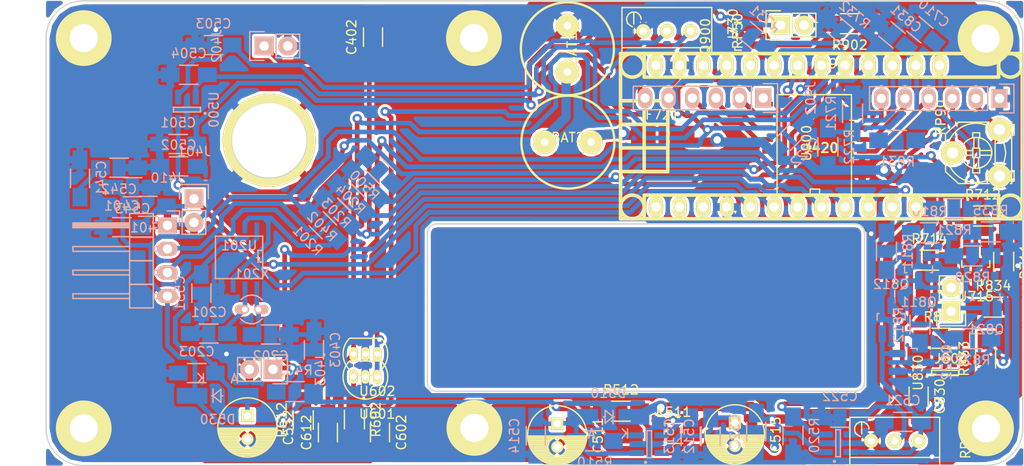
<source format=kicad_pcb>
(kicad_pcb (version 4) (host pcbnew 4.0.4-stable)
  (layers (0 F.Cu signal hide) (31 B.Cu signal hide) (34 B.Paste user hide) (35 F.Paste user hide) (36 B.SilkS user) (37 F.SilkS user hide) (38 B.Mask user hide) (39 F.Mask user hide) (44 Edge.Cuts user hide))
  (net 0 "")
  (net 1 "Net-(BAT1-Pad1)")
  (net 2 GND)
  (net 3 "Net-(C201-Pad1)")
  (net 4 "Net-(C202-Pad1)")
  (net 5 V_rtc)
  (net 6 BP1)
  (net 7 BP2)
  (net 8 BP3)
  (net 9 V_sol)
  (net 10 "Net-(C503-Pad1)")
  (net 11 V_bat)
  (net 12 "Net-(C511-Pad1)")
  (net 13 "Net-(C513-Pad1)")
  (net 14 VCC)
  (net 15 "Net-(C522-Pad1)")
  (net 16 VPP)
  (net 17 quadA)
  (net 18 quadB)
  (net 19 V_ref)
  (net 20 M_imot)
  (net 21 SDA)
  (net 22 SCL)
  (net 23 alarm)
  (net 24 C_bkw)
  (net 25 C_frw)
  (net 26 charge_OFF)
  (net 27 M_bat)
  (net 28 M_sol)
  (net 29 mot_A)
  (net 30 mot_B)
  (net 31 "Net-(J901-Pad3)")
  (net 32 "Net-(J901-Pad4)")
  (net 33 "Net-(J901-Pad5)")
  (net 34 "Net-(J901-Pad6)")
  (net 35 "Net-(J902-Pad1)")
  (net 36 "Net-(J902-Pad2)")
  (net 37 "Net-(J902-Pad3)")
  (net 38 "Net-(J902-Pad4)")
  (net 39 "Net-(J902-Pad6)")
  (net 40 "Net-(Q811-Pad1)")
  (net 41 "Net-(Q811-Pad2)")
  (net 42 "Net-(Q812-Pad1)")
  (net 43 "Net-(Q821-Pad1)")
  (net 44 "Net-(Q822-Pad1)")
  (net 45 "Net-(Q900-Pad1)")
  (net 46 "Net-(R510-Pad2)")
  (net 47 VppEn)
  (net 48 "Net-(R831-Pad2)")
  (net 49 "Net-(R832-Pad2)")
  (net 50 "Net-(R833-Pad1)")
  (net 51 "Net-(R902-Pad1)")
  (net 52 "Net-(R711-Pad1)")
  (net 53 "Net-(BAT2-Pad1)")
  (module Capacitors_SMD:C_1206_HandSoldering (layer B.Cu) (at 109.85 85.9 180)
    (fp_text reference C501 (at 0 2.3 180) (layer B.SilkS) (effects (justify mirror)))
    (fp_text value 10uF)
    (pad 1 smd rect (at -2 0 180) (size 2 1.6) (layers B.Cu B.Paste B.Mask) (net 9 V_sol))
    (pad 2 smd rect (at 2 0 180) (size 2 1.6) (layers B.Cu B.Paste B.Mask) (net 2 GND))
  )
  (module Resistors_SMD:R_1206_HandSoldering (layer B.Cu) (at 189.6 105.35 270)
    (fp_text reference R812 (at 0 2.3 270) (layer B.SilkS) (effects (justify mirror)))
    (fp_text value 330)
    (pad 1 smd rect (at -2 0 270) (size 2 1.7) (layers B.Cu B.Paste B.Mask) (net 29 mot_A))
    (pad 2 smd rect (at 2 0 270) (size 2 1.7) (layers B.Cu B.Paste B.Mask) (net 42 "Net-(Q812-Pad1)"))
  )
  (module Capacitors_SMD:C_1206_HandSoldering (layer B.Cu) (at 113.15 106.3 180)
    (fp_text reference C201 (at 0 2.3 180) (layer B.SilkS) (effects (justify mirror)))
    (fp_text value 10p)
    (pad 1 smd rect (at -2 0 180) (size 2 1.6) (layers B.Cu B.Paste B.Mask) (net 3 "Net-(C201-Pad1)"))
    (pad 2 smd rect (at 2 0 180) (size 2 1.6) (layers B.Cu B.Paste B.Mask) (net 2 GND))
  )
  (module Capacitors_SMD:C_1206_HandSoldering (layer B.Cu) (at 119.8 106.4)
    (fp_text reference C202 (at 0 2.3) (layer B.SilkS) (effects (justify mirror)))
    (fp_text value 10p)
    (pad 1 smd rect (at -2 0) (size 2 1.6) (layers B.Cu B.Paste B.Mask) (net 4 "Net-(C202-Pad1)"))
    (pad 2 smd rect (at 2 0) (size 2 1.6) (layers B.Cu B.Paste B.Mask) (net 2 GND))
  )
  (module Capacitors_SMD:C_1206_HandSoldering (layer B.Cu) (at 111.85 110.55 180)
    (fp_text reference C203 (at 0 2.3 180) (layer B.SilkS) (effects (justify mirror)))
    (fp_text value 10n)
    (pad 1 smd rect (at -2 0 180) (size 2 1.6) (layers B.Cu B.Paste B.Mask) (net 5 V_rtc))
    (pad 2 smd rect (at 2 0 180) (size 2 1.6) (layers B.Cu B.Paste B.Mask) (net 2 GND))
  )
  (module Capacitors_SMD:C_1206_HandSoldering (layer B.Cu) (at 103.8 94.85 180)
    (fp_text reference C401 (at 0 2.3 180) (layer B.SilkS) (effects (justify mirror)))
    (fp_text value 10n)
    (pad 1 smd rect (at -2 0 180) (size 2 1.6) (layers B.Cu B.Paste B.Mask) (net 6 BP1))
    (pad 2 smd rect (at 2 0 180) (size 2 1.6) (layers B.Cu B.Paste B.Mask) (net 2 GND))
  )
  (module Capacitors_SMD:C_1206_HandSoldering (layer F.Cu) (at 130.8 74.4 90)
    (fp_text reference C402 (at 0 -2.3 90) (layer F.SilkS))
    (fp_text value 10n)
    (pad 1 smd rect (at -2 0 90) (size 2 1.6) (layers F.Cu F.Paste F.Mask) (net 7 BP2))
    (pad 2 smd rect (at 2 0 90) (size 2 1.6) (layers F.Cu F.Paste F.Mask) (net 2 GND))
  )
  (module Capacitors_SMD:C_1206_HandSoldering (layer B.Cu) (at 124.45 108.05 90)
    (fp_text reference C403 (at 0 2.3 90) (layer B.SilkS) (effects (justify mirror)))
    (fp_text value 10n)
    (pad 1 smd rect (at -2 0 90) (size 2 1.6) (layers B.Cu B.Paste B.Mask) (net 8 BP3))
    (pad 2 smd rect (at 2 0 90) (size 2 1.6) (layers B.Cu B.Paste B.Mask) (net 2 GND))
  )
  (module Capacitors_SMD:C_1206_HandSoldering (layer B.Cu) (at 109.9 88.3 180)
    (fp_text reference C502 (at 0 2.3 180) (layer B.SilkS) (effects (justify mirror)))
    (fp_text value 10n)
    (pad 1 smd rect (at -2 0 180) (size 2 1.6) (layers B.Cu B.Paste B.Mask) (net 9 V_sol))
    (pad 2 smd rect (at 2 0 180) (size 2 1.6) (layers B.Cu B.Paste B.Mask) (net 2 GND))
  )
  (module Capacitors_SMD:C_1206_HandSoldering (layer B.Cu) (at 113.65 75.25 180)
    (fp_text reference C503 (at 0 2.3 180) (layer B.SilkS) (effects (justify mirror)))
    (fp_text value 470p)
    (pad 1 smd rect (at -2 0 180) (size 2 1.6) (layers B.Cu B.Paste B.Mask) (net 10 "Net-(C503-Pad1)"))
    (pad 2 smd rect (at 2 0 180) (size 2 1.6) (layers B.Cu B.Paste B.Mask) (net 2 GND))
  )
  (module Capacitors_SMD:C_1206_HandSoldering (layer B.Cu) (at 111 78.45 180)
    (fp_text reference C504 (at 0 2.3 180) (layer B.SilkS) (effects (justify mirror)))
    (fp_text value 10uF)
    (pad 1 smd rect (at -2 0 180) (size 2 1.6) (layers B.Cu B.Paste B.Mask) (net 11 V_bat))
    (pad 2 smd rect (at 2 0 180) (size 2 1.6) (layers B.Cu B.Paste B.Mask) (net 2 GND))
  )
  (module Capacitors_SMD:C_1206_HandSoldering (layer B.Cu) (at 167.1 117.35 270)
    (fp_text reference C512 (at 0 2.3 270) (layer B.SilkS) (effects (justify mirror)))
    (fp_text value 10uF)
    (pad 1 smd rect (at -2 0 270) (size 2 1.6) (layers B.Cu B.Paste B.Mask) (net 14 VCC))
    (pad 2 smd rect (at 2 0 270) (size 2 1.6) (layers B.Cu B.Paste B.Mask) (net 2 GND))
  )
  (module Capacitors_SMD:C_1206_HandSoldering (layer B.Cu) (at 164.95 117.35 270)
    (fp_text reference C513 (at 0 2.3 270) (layer B.SilkS) (effects (justify mirror)))
    (fp_text value 470p)
    (pad 1 smd rect (at -2 0 270) (size 2 1.6) (layers B.Cu B.Paste B.Mask) (net 13 "Net-(C513-Pad1)"))
    (pad 2 smd rect (at 2 0 270) (size 2 1.6) (layers B.Cu B.Paste B.Mask) (net 2 GND))
  )
  (module Capacitors_SMD:C_1206_HandSoldering (layer B.Cu) (at 148.3 117.3 270)
    (fp_text reference C514 (at 0 2.3 270) (layer B.SilkS) (effects (justify mirror)))
    (fp_text value 10uF)
    (pad 1 smd rect (at -2 0 270) (size 2 1.6) (layers B.Cu B.Paste B.Mask) (net 12 "Net-(C511-Pad1)"))
    (pad 2 smd rect (at 2 0 270) (size 2 1.6) (layers B.Cu B.Paste B.Mask) (net 2 GND))
  )
  (module Capacitors_SMD:C_1206_HandSoldering (layer B.Cu) (at 187.75 115.8 180)
    (fp_text reference C521 (at 0 2.3 180) (layer B.SilkS) (effects (justify mirror)))
    (fp_text value 10uF)
    (pad 1 smd rect (at -2 0 180) (size 2 1.6) (layers B.Cu B.Paste B.Mask) (net 16 VPP))
    (pad 2 smd rect (at 2 0 180) (size 2 1.6) (layers B.Cu B.Paste B.Mask) (net 2 GND))
  )
  (module Capacitors_SMD:C_1206_HandSoldering (layer B.Cu) (at 181 115.35 180)
    (fp_text reference C522 (at 0 2.3 180) (layer B.SilkS) (effects (justify mirror)))
    (fp_text value 470p)
    (pad 1 smd rect (at -2 0 180) (size 2 1.6) (layers B.Cu B.Paste B.Mask) (net 15 "Net-(C522-Pad1)"))
    (pad 2 smd rect (at 2 0 180) (size 2 1.6) (layers B.Cu B.Paste B.Mask) (net 2 GND))
  )
  (module Capacitors_SMD:C_1206_HandSoldering (layer B.Cu) (at 172 116.85 270)
    (fp_text reference C523 (at 0 2.3 270) (layer B.SilkS) (effects (justify mirror)))
    (fp_text value 10uF)
    (pad 1 smd rect (at -2 0 270) (size 2 1.6) (layers B.Cu B.Paste B.Mask) (net 11 V_bat))
    (pad 2 smd rect (at 2 0 270) (size 2 1.6) (layers B.Cu B.Paste B.Mask) (net 2 GND))
  )
  (module Capacitors_SMD:C_1206_HandSoldering (layer B.Cu) (at 112.35 101.95 270)
    (fp_text reference C531 (at 0 2.3 270) (layer B.SilkS) (effects (justify mirror)))
    (fp_text value 10uF)
    (pad 1 smd rect (at -2 0 270) (size 2 1.6) (layers B.Cu B.Paste B.Mask) (net 5 V_rtc))
    (pad 2 smd rect (at 2 0 270) (size 2 1.6) (layers B.Cu B.Paste B.Mask) (net 2 GND))
  )
  (module Capacitors_SMD:C_1206_HandSoldering (layer F.Cu) (at 131.55 116.95 270)
    (fp_text reference C602 (at 0 -2.3 270) (layer F.SilkS))
    (fp_text value 100nF)
    (pad 1 smd rect (at -2 0 270) (size 2 1.6) (layers F.Cu F.Paste F.Mask) (net 17 quadA))
    (pad 2 smd rect (at 2 0 270) (size 2 1.6) (layers F.Cu F.Paste F.Mask) (net 2 GND))
  )
  (module Capacitors_SMD:C_1206_HandSoldering (layer F.Cu) (at 125.95 116.95 90)
    (fp_text reference C612 (at 0 -2.3 90) (layer F.SilkS))
    (fp_text value 100nF)
    (pad 1 smd rect (at -2 0 90) (size 2 1.6) (layers F.Cu F.Paste F.Mask) (net 2 GND))
    (pad 2 smd rect (at 2 0 90) (size 2 1.6) (layers F.Cu F.Paste F.Mask) (net 18 quadB))
  )
  (module Capacitors_SMD:C_1206_HandSoldering (layer B.Cu) (at 189.6 73.6 140)
    (fp_text reference C710 (at -0.000001 2.3 140) (layer B.SilkS) (effects (justify mirror)))
    (fp_text value 10n)
    (pad 1 smd rect (at -2 0 140) (size 2 1.6) (layers B.Cu B.Paste B.Mask) (net 19 V_ref))
    (pad 2 smd rect (at 2 0 140) (size 2 1.6) (layers B.Cu B.Paste B.Mask) (net 2 GND))
  )
  (module Capacitors_SMD:C_1206_HandSoldering (layer B.Cu) (at 175.65 85.15 45)
    (fp_text reference C722 (at 0 2.300001 45) (layer B.SilkS) (effects (justify mirror)))
    (fp_text value 10uF)
    (pad 1 smd rect (at -2 0 45) (size 2 1.6) (layers B.Cu B.Paste B.Mask) (net 11 V_bat))
    (pad 2 smd rect (at 2 0 45) (size 2 1.6) (layers B.Cu B.Paste B.Mask) (net 2 GND))
  )
  (module Capacitors_SMD:C_1206_HandSoldering (layer F.Cu) (at 189.45 113.05 270)
    (fp_text reference C830 (at 0 -2.3 270) (layer F.SilkS))
    (fp_text value 100n)
    (pad 1 smd rect (at -2 0 270) (size 2 1.6) (layers F.Cu F.Paste F.Mask) (net 16 VPP))
    (pad 2 smd rect (at 2 0 270) (size 2 1.6) (layers F.Cu F.Paste F.Mask) (net 2 GND))
  )
  (module Capacitors_SMD:C_1206_HandSoldering (layer B.Cu) (at 186.6 74.15 140)
    (fp_text reference C831 (at -0.000001 2.3 140) (layer B.SilkS) (effects (justify mirror)))
    (fp_text value 100n)
    (pad 1 smd rect (at -2 0 140) (size 2 1.6) (layers B.Cu B.Paste B.Mask) (net 20 M_imot))
    (pad 2 smd rect (at 2 0 140) (size 2 1.6) (layers B.Cu B.Paste B.Mask) (net 2 GND))
  )
  (module Capacitors_SMD:C_1206_HandSoldering (layer F.Cu) (at 180.7 79.55)
    (fp_text reference C900 (at 0 -2.3) (layer F.SilkS))
    (fp_text value 100nF)
    (pad 1 smd rect (at -2 0) (size 2 1.6) (layers F.Cu F.Paste F.Mask) (net 14 VCC))
    (pad 2 smd rect (at 2 0) (size 2 1.6) (layers F.Cu F.Paste F.Mask) (net 2 GND))
  )
  (module Diodes_SMD:MiniMELF_Handsoldering (layer B.Cu) (at 156.1 115.25 180)
    (fp_text reference D510 (at 0 2.54 180) (layer B.SilkS) (effects (justify mirror)))
    (fp_text value SCHOTTKY)
    (fp_text user K (at -1.8 -1.85 180) (layer B.SilkS) (effects (justify mirror)))
    (fp_text user A (at 1.8 -1.85 180) (layer B.SilkS) (effects (justify mirror)))
    (pad 1 smd rect (at -2.75082 0 180) (size 3.29946 1.69926) (layers B.Cu B.Paste B.Mask) (net 11 V_bat))
    (pad 2 smd rect (at 2.75082 0 180) (size 3.29946 1.69926) (layers B.Cu B.Paste B.Mask) (net 12 "Net-(C511-Pad1)"))
  )
  (module Diodes_SMD:MiniMELF_Handsoldering (layer B.Cu) (at 114.1 113)
    (fp_text reference D530 (at 0 2.54) (layer B.SilkS) (effects (justify mirror)))
    (fp_text value SCHOTTKY)
    (fp_text user K (at -1.8 -1.85) (layer B.SilkS) (effects (justify mirror)))
    (fp_text user A (at 1.8 -1.85) (layer B.SilkS) (effects (justify mirror)))
    (pad 1 smd rect (at -2.75082 0) (size 3.29946 1.69926) (layers B.Cu B.Paste B.Mask) (net 14 VCC))
    (pad 2 smd rect (at 2.75082 0) (size 3.29946 1.69926) (layers B.Cu B.Paste B.Mask) (net 5 V_rtc))
  )
  (module Fuse_Holders_and_Fuses:Fuse_SMD1206_HandSoldering (layer F.Cu) (at 161.95 84.95)
    (fp_text reference F721 (at -0.0508 -2.19964) (layer F.SilkS))
    (fp_text value 5A)
    (pad 1 smd rect (at -2.08534 0 90) (size 2.02946 2.65176) (layers F.Cu F.Paste F.Mask) (net 53 "Net-(BAT2-Pad1)"))
    (pad 2 smd rect (at 2.08534 0 90) (size 2.02946 2.65176) (layers F.Cu F.Paste F.Mask) (net 11 V_bat))
  )
  (module gdi:MF85 (layer F.Cu) (at 119.65 85.5)
    (fp_text reference H7 (at 0 0.5) (layer F.SilkS))
    (fp_text value hole)
    (pad 1 thru_hole circle (at 0 0) (size 10 10) (drill 8) (layers *.Cu *.Mask F.SilkS) (net 2 GND))
  )
  (module Pin_Headers:Pin_Header_Straight_1x02 (layer B.Cu) (at 111.55 91.8 180)
    (fp_text reference J401 (at 0 5.1 180) (layer B.SilkS) (effects (justify mirror)))
    (fp_text value H2)
    (pad 1 thru_hole rect (at 0 0 180) (size 2.032 2.032) (drill 1.016) (layers *.Cu *.Mask B.SilkS) (net 6 BP1))
    (pad 2 thru_hole oval (at 0 -2.54 180) (size 2.032 2.032) (drill 1.016) (layers *.Cu *.Mask B.SilkS) (net 2 GND))
  )
  (module Pin_Headers:Pin_Header_Straight_1x02 (layer B.Cu) (at 119.1 75.35 270)
    (fp_text reference J402 (at 0 5.1 270) (layer B.SilkS) (effects (justify mirror)))
    (fp_text value H2)
    (pad 1 thru_hole rect (at 0 0 270) (size 2.032 2.032) (drill 1.016) (layers *.Cu *.Mask B.SilkS) (net 7 BP2))
    (pad 2 thru_hole oval (at 0 -2.54 270) (size 2.032 2.032) (drill 1.016) (layers *.Cu *.Mask B.SilkS) (net 2 GND))
  )
  (module Pin_Headers:Pin_Header_Straight_1x02 (layer B.Cu) (at 120.05 110.15 90)
    (fp_text reference J403 (at 0 5.1 90) (layer B.SilkS) (effects (justify mirror)))
    (fp_text value H2)
    (pad 1 thru_hole rect (at 0 0 90) (size 2.032 2.032) (drill 1.016) (layers *.Cu *.Mask B.SilkS) (net 8 BP3))
    (pad 2 thru_hole oval (at 0 -2.54 90) (size 2.032 2.032) (drill 1.016) (layers *.Cu *.Mask B.SilkS) (net 2 GND))
  )
  (module Pin_Headers:Pin_Header_Straight_1x02 (layer F.Cu) (at 174.6 73.1 90)
    (fp_text reference J730 (at 0 -5.1 90) (layer F.SilkS))
    (fp_text value H2)
    (pad 1 thru_hole rect (at 0 0 90) (size 2.032 2.032) (drill 1.016) (layers *.Cu *.Mask F.SilkS) (net 9 V_sol))
    (pad 2 thru_hole oval (at 0 2.54 90) (size 2.032 2.032) (drill 1.016) (layers *.Cu *.Mask F.SilkS) (net 2 GND))
  )
  (module Pin_Headers:Pin_Header_Straight_1x02 (layer F.Cu) (at 192.95 103.9 180)
    (fp_text reference J800 (at 0 -5.1 180) (layer F.SilkS))
    (fp_text value H2)
    (pad 1 thru_hole rect (at 0 0 180) (size 2.032 2.032) (drill 1.016) (layers *.Cu *.Mask F.SilkS) (net 29 mot_A))
    (pad 2 thru_hole oval (at 0 2.54 180) (size 2.032 2.032) (drill 1.016) (layers *.Cu *.Mask F.SilkS) (net 30 mot_B))
  )
  (module Pin_Headers:Pin_Header_Straight_1x06 (layer B.Cu) (at 198.15 81 90)
    (fp_text reference J901 (at 0 5.1 90) (layer B.SilkS) (effects (justify mirror)))
    (fp_text value H6)
    (pad 1 thru_hole rect (at 0 0 90) (size 2.032 1.7272) (drill 1.016) (layers *.Cu *.Mask B.SilkS) (net 2 GND))
    (pad 2 thru_hole oval (at 0 -2.54) (size 1.524 2.19964) (drill 1.00076) (layers *.Cu *.Mask B.SilkS) (net 14 VCC))
    (pad 3 thru_hole oval (at 0 -5.08) (size 1.524 2.19964) (drill 1.00076) (layers *.Cu *.Mask B.SilkS) (net 31 "Net-(J901-Pad3)"))
    (pad 4 thru_hole oval (at 0 -7.62) (size 1.524 2.19964) (drill 1.00076) (layers *.Cu *.Mask B.SilkS) (net 32 "Net-(J901-Pad4)"))
    (pad 5 thru_hole oval (at 0 -10.16) (size 1.524 2.19964) (drill 1.00076) (layers *.Cu *.Mask B.SilkS) (net 33 "Net-(J901-Pad5)"))
    (pad 6 thru_hole oval (at 0 -12.7) (size 1.524 2.19964) (drill 1.00076) (layers *.Cu *.Mask B.SilkS) (net 34 "Net-(J901-Pad6)"))
  )
  (module Pin_Headers:Pin_Header_Straight_1x06 (layer B.Cu) (at 172.75 80.95 90)
    (fp_text reference J902 (at 0 5.1 90) (layer B.SilkS) (effects (justify mirror)))
    (fp_text value H6)
    (pad 1 thru_hole rect (at 0 0 90) (size 2.032 1.7272) (drill 1.016) (layers *.Cu *.Mask B.SilkS) (net 35 "Net-(J902-Pad1)"))
    (pad 2 thru_hole oval (at 0 -2.54) (size 1.524 2.19964) (drill 1.00076) (layers *.Cu *.Mask B.SilkS) (net 36 "Net-(J902-Pad2)"))
    (pad 3 thru_hole oval (at 0 -5.08) (size 1.524 2.19964) (drill 1.00076) (layers *.Cu *.Mask B.SilkS) (net 37 "Net-(J902-Pad3)"))
    (pad 4 thru_hole oval (at 0 -7.62) (size 1.524 2.19964) (drill 1.00076) (layers *.Cu *.Mask B.SilkS) (net 38 "Net-(J902-Pad4)"))
    (pad 5 thru_hole oval (at 0 -10.16) (size 1.524 2.19964) (drill 1.00076) (layers *.Cu *.Mask B.SilkS) (net 14 VCC))
    (pad 6 thru_hole oval (at 0 -12.7) (size 1.524 2.19964) (drill 1.00076) (layers *.Cu *.Mask B.SilkS) (net 39 "Net-(J902-Pad6)"))
  )
  (module TO_SOT_Packages_SMD:SOT-23_Handsoldering (layer B.Cu) (at 189.45 99.1)
    (fp_text reference Q811 (at 0 3.81) (layer B.SilkS) (effects (justify mirror)))
    (fp_text value NPN)
    (pad 1 smd rect (at -0.95 -1.50114) (size 0.8001 1.80086) (layers B.Cu B.Paste B.Mask) (net 40 "Net-(Q811-Pad1)"))
    (pad 2 smd rect (at 0.95 -1.50114) (size 0.8001 1.80086) (layers B.Cu B.Paste B.Mask) (net 41 "Net-(Q811-Pad2)"))
    (pad 3 smd rect (at 0 1.50114) (size 0.8001 1.80086) (layers B.Cu B.Paste B.Mask) (net 30 mot_B))
  )
  (module TO_SOT_Packages_SMD:SOT-23_Handsoldering (layer B.Cu) (at 186.5 104.8 180)
    (fp_text reference Q812 (at 0 3.81 180) (layer B.SilkS) (effects (justify mirror)))
    (fp_text value PNP)
    (pad 1 smd rect (at -0.95 -1.50114 180) (size 0.8001 1.80086) (layers B.Cu B.Paste B.Mask) (net 42 "Net-(Q812-Pad1)"))
    (pad 2 smd rect (at 0.95 -1.50114 180) (size 0.8001 1.80086) (layers B.Cu B.Paste B.Mask) (net 16 VPP))
    (pad 3 smd rect (at 0 1.50114 180) (size 0.8001 1.80086) (layers B.Cu B.Paste B.Mask) (net 30 mot_B))
  )
  (module TO_SOT_Packages_SMD:SOT-23_Handsoldering (layer B.Cu) (at 196.7 102.05)
    (fp_text reference Q821 (at 0 3.81) (layer B.SilkS) (effects (justify mirror)))
    (fp_text value NPN)
    (pad 1 smd rect (at -0.95 -1.50114) (size 0.8001 1.80086) (layers B.Cu B.Paste B.Mask) (net 43 "Net-(Q821-Pad1)"))
    (pad 2 smd rect (at 0.95 -1.50114) (size 0.8001 1.80086) (layers B.Cu B.Paste B.Mask) (net 41 "Net-(Q811-Pad2)"))
    (pad 3 smd rect (at 0 1.50114) (size 0.8001 1.80086) (layers B.Cu B.Paste B.Mask) (net 29 mot_A))
  )
  (module TO_SOT_Packages_SMD:SOT-23_Handsoldering (layer B.Cu) (at 188.65 109.4 90)
    (fp_text reference Q822 (at 0 3.81 90) (layer B.SilkS) (effects (justify mirror)))
    (fp_text value PNP)
    (pad 1 smd rect (at -0.95 -1.50114 90) (size 0.8001 1.80086) (layers B.Cu B.Paste B.Mask) (net 44 "Net-(Q822-Pad1)"))
    (pad 2 smd rect (at 0.95 -1.50114 90) (size 0.8001 1.80086) (layers B.Cu B.Paste B.Mask) (net 16 VPP))
    (pad 3 smd rect (at 0 1.50114 90) (size 0.8001 1.80086) (layers B.Cu B.Paste B.Mask) (net 29 mot_A))
  )
  (module TO_SOT_Packages_SMD:SOT-23_Handsoldering (layer F.Cu) (at 170.35 74.3 90)
    (fp_text reference Q900 (at 0 -3.81 90) (layer F.SilkS))
    (fp_text value NPN)
    (pad 1 smd rect (at -0.95 1.50114 90) (size 0.8001 1.80086) (layers F.Cu F.Paste F.Mask) (net 45 "Net-(Q900-Pad1)"))
    (pad 2 smd rect (at 0.95 1.50114 90) (size 0.8001 1.80086) (layers F.Cu F.Paste F.Mask) (net 2 GND))
    (pad 3 smd rect (at 0 -1.50114 90) (size 0.8001 1.80086) (layers F.Cu F.Paste F.Mask) (net 39 "Net-(J902-Pad6)"))
  )
  (module Resistors_SMD:R_1206_HandSoldering (layer B.Cu) (at 125.4 94.65 315)
    (fp_text reference R201 (at 0 2.300001 315) (layer B.SilkS) (effects (justify mirror)))
    (fp_text value 10k)
    (pad 1 smd rect (at -2 0 315) (size 2 1.7) (layers B.Cu B.Paste B.Mask) (net 14 VCC))
    (pad 2 smd rect (at 2 0 315) (size 2 1.7) (layers B.Cu B.Paste B.Mask) (net 23 alarm))
  )
  (module Resistors_SMD:R_1206_HandSoldering (layer B.Cu) (at 106.6 92.6)
    (fp_text reference R401 (at 0 2.3) (layer B.SilkS) (effects (justify mirror)))
    (fp_text value 10k)
    (pad 1 smd rect (at -2 0) (size 2 1.7) (layers B.Cu B.Paste B.Mask) (net 14 VCC))
    (pad 2 smd rect (at 2 0) (size 2 1.7) (layers B.Cu B.Paste B.Mask) (net 6 BP1))
  )
  (module Resistors_SMD:R_1206_HandSoldering (layer B.Cu) (at 126.95 93.15 315)
    (fp_text reference R402 (at 0 2.300001 315) (layer B.SilkS) (effects (justify mirror)))
    (fp_text value 10k)
    (pad 1 smd rect (at -2 0 315) (size 2 1.7) (layers B.Cu B.Paste B.Mask) (net 14 VCC))
    (pad 2 smd rect (at 2 0 315) (size 2 1.7) (layers B.Cu B.Paste B.Mask) (net 7 BP2))
  )
  (module Resistors_SMD:R_1206_HandSoldering (layer B.Cu) (at 122.4 112.55 180)
    (fp_text reference R403 (at 0 2.3 180) (layer B.SilkS) (effects (justify mirror)))
    (fp_text value 10k)
    (pad 1 smd rect (at -2 0 180) (size 2 1.7) (layers B.Cu B.Paste B.Mask) (net 14 VCC))
    (pad 2 smd rect (at 2 0 180) (size 2 1.7) (layers B.Cu B.Paste B.Mask) (net 8 BP3))
  )
  (module Resistors_SMD:R_1206_HandSoldering (layer B.Cu) (at 131.5 88.7 315)
    (fp_text reference R500 (at 0 2.300001 315) (layer B.SilkS) (effects (justify mirror)))
    (fp_text value 10k)
    (pad 1 smd rect (at -2 0 315) (size 2 1.7) (layers B.Cu B.Paste B.Mask) (net 14 VCC))
    (pad 2 smd rect (at 2 0 315) (size 2 1.7) (layers B.Cu B.Paste B.Mask) (net 26 charge_OFF))
  )
  (module Resistors_SMD:R_1206_HandSoldering (layer B.Cu) (at 154.65 117.85)
    (fp_text reference R510 (at 0 2.3) (layer B.SilkS) (effects (justify mirror)))
    (fp_text value 10k)
    (pad 1 smd rect (at -2 0) (size 2 1.7) (layers B.Cu B.Paste B.Mask) (net 12 "Net-(C511-Pad1)"))
    (pad 2 smd rect (at 2 0) (size 2 1.7) (layers B.Cu B.Paste B.Mask) (net 46 "Net-(R510-Pad2)"))
  )
  (module Resistors_SMD:R_1206_HandSoldering (layer B.Cu) (at 175.95 117.25 90)
    (fp_text reference R520 (at 0 2.3 90) (layer B.SilkS) (effects (justify mirror)))
    (fp_text value 10k)
    (pad 1 smd rect (at -2 0 90) (size 2 1.7) (layers B.Cu B.Paste B.Mask) (net 2 GND))
    (pad 2 smd rect (at 2 0 90) (size 2 1.7) (layers B.Cu B.Paste B.Mask) (net 47 VppEn))
  )
  (module Resistors_SMD:R_1206_HandSoldering (layer F.Cu) (at 128.8 115.55 270)
    (fp_text reference R602 (at 0 -2.3 270) (layer F.SilkS))
    (fp_text value 4k7)
    (pad 1 smd rect (at -2 0 270) (size 2 1.7) (layers F.Cu F.Paste F.Mask) (net 17 quadA))
    (pad 2 smd rect (at 2 0 270) (size 2 1.7) (layers F.Cu F.Paste F.Mask) (net 14 VCC))
  )
  (module Resistors_SMD:R_1206_HandSoldering (layer F.Cu) (at 123.3 115.6 90)
    (fp_text reference R612 (at 0 -2.3 90) (layer F.SilkS))
    (fp_text value 4k7)
    (pad 1 smd rect (at -2 0 90) (size 2 1.7) (layers F.Cu F.Paste F.Mask) (net 14 VCC))
    (pad 2 smd rect (at 2 0 90) (size 2 1.7) (layers F.Cu F.Paste F.Mask) (net 18 quadB))
  )
  (module Resistors_SMD:R_1206_HandSoldering (layer F.Cu) (at 190.6 98.4)
    (fp_text reference R714 (at 0 -2.3) (layer F.SilkS))
    (fp_text value 10k)
    (pad 1 smd rect (at -2 0) (size 2 1.7) (layers F.Cu F.Paste F.Mask) (net 16 VPP))
    (pad 2 smd rect (at 2 0) (size 2 1.7) (layers F.Cu F.Paste F.Mask) (net 19 V_ref))
  )
  (module Resistors_SMD:R_1206_HandSoldering (layer B.Cu) (at 182.35 82.6 270)
    (fp_text reference R721 (at 0 2.3 270) (layer B.SilkS) (effects (justify mirror)))
    (fp_text value 4.7k)
    (pad 1 smd rect (at -2 0 270) (size 2 1.7) (layers B.Cu B.Paste B.Mask) (net 2 GND))
    (pad 2 smd rect (at 2 0 270) (size 2 1.7) (layers B.Cu B.Paste B.Mask) (net 27 M_bat))
  )
  (module Resistors_SMD:R_1206_HandSoldering (layer B.Cu) (at 179.7 86.2 90)
    (fp_text reference R722 (at 0 2.300001 90) (layer B.SilkS) (effects (justify mirror)))
    (fp_text value 10k)
    (pad 1 smd rect (at -2 0 90) (size 2 1.7) (layers B.Cu B.Paste B.Mask) (net 11 V_bat))
    (pad 2 smd rect (at 2 0 90) (size 2 1.7) (layers B.Cu B.Paste B.Mask) (net 27 M_bat))
  )
  (module Resistors_SMD:R_1206_HandSoldering (layer B.Cu) (at 171.45 74.2 140)
    (fp_text reference R731 (at -0.000001 2.3 140) (layer B.SilkS) (effects (justify mirror)))
    (fp_text value 10k)
    (pad 1 smd rect (at -2 0 140) (size 2 1.7) (layers B.Cu B.Paste B.Mask) (net 28 M_sol))
    (pad 2 smd rect (at 2 0 140) (size 2 1.7) (layers B.Cu B.Paste B.Mask) (net 9 V_sol))
  )
  (module Resistors_SMD:R_1206_HandSoldering (layer B.Cu) (at 181.1 73.75 140)
    (fp_text reference R732 (at -0.000001 2.3 140) (layer B.SilkS) (effects (justify mirror)))
    (fp_text value 2.2k)
    (pad 1 smd rect (at -2 0 140) (size 2 1.7) (layers B.Cu B.Paste B.Mask) (net 28 M_sol))
    (pad 2 smd rect (at 2 0 140) (size 2 1.7) (layers B.Cu B.Paste B.Mask) (net 2 GND))
  )
  (module Resistors_SMD:R_1206_HandSoldering (layer B.Cu) (at 190.65 95.45 180)
    (fp_text reference R810 (at 0 2.3 180) (layer B.SilkS) (effects (justify mirror)))
    (fp_text value 3k3)
    (pad 1 smd rect (at -2 0 180) (size 2 1.7) (layers B.Cu B.Paste B.Mask) (net 41 "Net-(Q811-Pad2)"))
    (pad 2 smd rect (at 2 0 180) (size 2 1.7) (layers B.Cu B.Paste B.Mask) (net 40 "Net-(Q811-Pad1)"))
  )
  (module Resistors_SMD:R_1206_HandSoldering (layer B.Cu) (at 186 97.45 90)
    (fp_text reference R811 (at 0 2.3 90) (layer B.SilkS) (effects (justify mirror)))
    (fp_text value 330)
    (pad 1 smd rect (at -2 0 90) (size 2 1.7) (layers B.Cu B.Paste B.Mask) (net 40 "Net-(Q811-Pad1)"))
    (pad 2 smd rect (at 2 0 90) (size 2 1.7) (layers B.Cu B.Paste B.Mask) (net 25 C_frw))
  )
  (module Resistors_SMD:R_1206_HandSoldering (layer B.Cu) (at 195.25 97.95)
    (fp_text reference R820 (at 0 2.3) (layer B.SilkS) (effects (justify mirror)))
    (fp_text value 3k3)
    (pad 1 smd rect (at -2 0) (size 2 1.7) (layers B.Cu B.Paste B.Mask) (net 41 "Net-(Q811-Pad2)"))
    (pad 2 smd rect (at 2 0) (size 2 1.7) (layers B.Cu B.Paste B.Mask) (net 43 "Net-(Q821-Pad1)"))
  )
  (module Resistors_SMD:R_1206_HandSoldering (layer B.Cu) (at 193.25 92.85)
    (fp_text reference R821 (at 0 2.3) (layer B.SilkS) (effects (justify mirror)))
    (fp_text value 330)
    (pad 1 smd rect (at -2 0) (size 2 1.7) (layers B.Cu B.Paste B.Mask) (net 24 C_bkw))
    (pad 2 smd rect (at 2 0) (size 2 1.7) (layers B.Cu B.Paste B.Mask) (net 43 "Net-(Q821-Pad1)"))
  )
  (module Resistors_SMD:R_1206_HandSoldering (layer B.Cu) (at 195.25 106.85)
    (fp_text reference R822 (at 0 2.3) (layer B.SilkS) (effects (justify mirror)))
    (fp_text value 330)
    (pad 1 smd rect (at -2 0) (size 2 1.7) (layers B.Cu B.Paste B.Mask) (net 30 mot_B))
    (pad 2 smd rect (at 2 0) (size 2 1.7) (layers B.Cu B.Paste B.Mask) (net 44 "Net-(Q822-Pad1)"))
  )
  (module Resistors_SMD:R_1206_HandSoldering (layer B.Cu) (at 187.15 85.5)
    (fp_text reference R831 (at 0 2.3) (layer B.SilkS) (effects (justify mirror)))
    (fp_text value 1k)
    (pad 1 smd rect (at -2 0) (size 2 1.7) (layers B.Cu B.Paste B.Mask) (net 20 M_imot))
    (pad 2 smd rect (at 2 0) (size 2 1.7) (layers B.Cu B.Paste B.Mask) (net 48 "Net-(R831-Pad2)"))
  )
  (module Resistors_SMD:R_1206_HandSoldering (layer F.Cu) (at 191.9 106.8)
    (fp_text reference R832 (at 0 -2.3) (layer F.SilkS))
    (fp_text value 10k)
    (pad 1 smd rect (at -2 0) (size 2 1.7) (layers F.Cu F.Paste F.Mask) (net 48 "Net-(R831-Pad2)"))
    (pad 2 smd rect (at 2 0) (size 2 1.7) (layers F.Cu F.Paste F.Mask) (net 49 "Net-(R832-Pad2)"))
  )
  (module Resistors_SMD:R_1206_HandSoldering (layer F.Cu) (at 196.65 109 90)
    (fp_text reference R833 (at 0 -2.3 90) (layer F.SilkS))
    (fp_text value 1k)
    (pad 1 smd rect (at -2 0 90) (size 2 1.7) (layers F.Cu F.Paste F.Mask) (net 50 "Net-(R833-Pad1)"))
    (pad 2 smd rect (at 2 0 90) (size 2 1.7) (layers F.Cu F.Paste F.Mask) (net 41 "Net-(Q811-Pad2)"))
  )
  (module Resistors_SMD:R_1206_HandSoldering (layer F.Cu) (at 197.5 103.45)
    (fp_text reference R834 (at 0 -2.3) (layer F.SilkS))
    (fp_text value 1k)
    (pad 1 smd rect (at -2 0) (size 2 1.7) (layers F.Cu F.Paste F.Mask) (net 49 "Net-(R832-Pad2)"))
    (pad 2 smd rect (at 2 0) (size 2 1.7) (layers F.Cu F.Paste F.Mask) (net 2 GND))
  )
  (module Resistors_SMD:R_1206_HandSoldering (layer B.Cu) (at 197.2 95.35 180)
    (fp_text reference R835 (at 0 2.3 180) (layer B.SilkS) (effects (justify mirror)))
    (fp_text value 0R2)
    (pad 1 smd rect (at -2 0 180) (size 2 1.7) (layers B.Cu B.Paste B.Mask) (net 2 GND))
    (pad 2 smd rect (at 2 0 180) (size 2 1.7) (layers B.Cu B.Paste B.Mask) (net 41 "Net-(Q811-Pad2)"))
  )
  (module Resistors_SMD:R_1206_HandSoldering (layer F.Cu) (at 182.05 72.95 180)
    (fp_text reference R902 (at 0 -2.3 180) (layer F.SilkS))
    (fp_text value 4.7k)
    (pad 1 smd rect (at -2 0 180) (size 2 1.7) (layers F.Cu F.Paste F.Mask) (net 51 "Net-(R902-Pad1)"))
    (pad 2 smd rect (at 2 0 180) (size 2 1.7) (layers F.Cu F.Paste F.Mask) (net 45 "Net-(Q900-Pad1)"))
  )
  (module Potentiometers:Potentiometer_Triwood_RM-065 (layer F.Cu) (at 198.15 89.35 90)
    (fp_text reference RP90 (at 6.30936 -6.30936 90) (layer F.SilkS))
    (fp_text value 10k)
    (pad 2 thru_hole circle (at 2.49936 -5.03936 90) (size 2.49936 2.49936) (drill 1.19888) (layers *.Cu *.Mask F.SilkS) (net 31 "Net-(J901-Pad3)"))
    (pad 3 thru_hole circle (at 4.99872 0 90) (size 2.49936 2.49936) (drill 1.19888) (layers *.Cu *.Mask F.SilkS) (net 14 VCC))
    (pad 1 thru_hole circle (at 0 0 90) (size 2.49936 2.49936) (drill 1.19888) (layers *.Cu *.Mask F.SilkS) (net 2 GND))
  )
  (module SMD_Packages:SOIC-8-N (layer B.Cu) (at 116.4 98.1 180)
    (fp_text reference U201 (at 0 1.27 180) (layer B.SilkS) (effects (justify mirror)))
    (fp_text value 1337)
    (pad 8 smd rect (at -1.905 3.175 180) (size 0.508 1.143) (layers B.Cu B.Paste B.Mask) (net 5 V_rtc))
    (pad 7 smd rect (at -0.635 3.175 180) (size 0.508 1.143) (layers B.Cu B.Paste B.Mask) (net 23 alarm))
    (pad 6 smd rect (at 0.635 3.175 180) (size 0.508 1.143) (layers B.Cu B.Paste B.Mask) (net 22 SCL))
    (pad 5 smd rect (at 1.905 3.175 180) (size 0.508 1.143) (layers B.Cu B.Paste B.Mask) (net 21 SDA))
    (pad 4 smd rect (at 1.905 -3.175 180) (size 0.508 1.143) (layers B.Cu B.Paste B.Mask) (net 2 GND))
    (pad 3 smd rect (at 0.635 -3.175 180) (size 0.508 1.143) (layers B.Cu B.Paste B.Mask) (net 23 alarm))
    (pad 2 smd rect (at -0.635 -3.175 180) (size 0.508 1.143) (layers B.Cu B.Paste B.Mask) (net 3 "Net-(C201-Pad1)"))
    (pad 1 smd rect (at -1.905 -3.175 180) (size 0.508 1.143) (layers B.Cu B.Paste B.Mask) (net 4 "Net-(C202-Pad1)"))
  )
  (module gdi:SOT-23-5_Handsoldering (layer B.Cu) (at 110.8 82.2 90)
    (fp_text reference U500 (at 0 2.9 90) (layer B.SilkS) (effects (justify mirror)))
    (fp_text value 5205)
    (pad 1 smd rect (at -1.35 0.95 90) (size 1.56 0.65) (layers B.Cu B.Paste B.Mask) (net 9 V_sol))
    (pad 2 smd rect (at -1.35 0 90) (size 1.56 0.65) (layers B.Cu B.Paste B.Mask) (net 2 GND))
    (pad 3 smd rect (at -1.35 -0.95 90) (size 1.56 0.65) (layers B.Cu B.Paste B.Mask) (net 26 charge_OFF))
    (pad 4 smd rect (at 1.35 -0.95 90) (size 1.56 0.65) (layers B.Cu B.Paste B.Mask) (net 10 "Net-(C503-Pad1)"))
    (pad 5 smd rect (at 1.35 0.95 90) (size 1.56 0.65) (layers B.Cu B.Paste B.Mask) (net 11 V_bat))
  )
  (module gdi:SOT-23-5_Handsoldering (layer B.Cu) (at 160.5 118.2)
    (fp_text reference U510 (at 0 2.9) (layer B.SilkS) (effects (justify mirror)))
    (fp_text value 5205)
    (pad 1 smd rect (at -1.35 0.95) (size 1.56 0.65) (layers B.Cu B.Paste B.Mask) (net 12 "Net-(C511-Pad1)"))
    (pad 2 smd rect (at -1.35 0) (size 1.56 0.65) (layers B.Cu B.Paste B.Mask) (net 2 GND))
    (pad 3 smd rect (at -1.35 -0.95) (size 1.56 0.65) (layers B.Cu B.Paste B.Mask) (net 46 "Net-(R510-Pad2)"))
    (pad 4 smd rect (at 1.35 -0.95) (size 1.56 0.65) (layers B.Cu B.Paste B.Mask) (net 13 "Net-(C513-Pad1)"))
    (pad 5 smd rect (at 1.35 0.95) (size 1.56 0.65) (layers B.Cu B.Paste B.Mask) (net 14 VCC))
  )
  (module gdi:SOT-23-5_Handsoldering (layer B.Cu) (at 180.8 118.1)
    (fp_text reference U520 (at 0 2.9) (layer B.SilkS) (effects (justify mirror)))
    (fp_text value 5205)
    (pad 1 smd rect (at -1.35 0.95) (size 1.56 0.65) (layers B.Cu B.Paste B.Mask) (net 11 V_bat))
    (pad 2 smd rect (at -1.35 0) (size 1.56 0.65) (layers B.Cu B.Paste B.Mask) (net 2 GND))
    (pad 3 smd rect (at -1.35 -0.95) (size 1.56 0.65) (layers B.Cu B.Paste B.Mask) (net 47 VppEn))
    (pad 4 smd rect (at 1.35 -0.95) (size 1.56 0.65) (layers B.Cu B.Paste B.Mask) (net 15 "Net-(C522-Pad1)"))
    (pad 5 smd rect (at 1.35 0.95) (size 1.56 0.65) (layers B.Cu B.Paste B.Mask) (net 16 VPP))
  )
  (module TO_SOT_Packages_THT:TO-92_Inline_Narrow_Oval (layer F.Cu) (at 131.25 110.95 180)
    (fp_text reference U601 (at 0 -4 180) (layer F.SilkS))
    (fp_text value 3144)
    (pad 2 thru_hole oval (at 1.27 0) (size 0.89916 1.50114) (drill 0.6) (layers *.Cu *.Mask F.SilkS) (net 2 GND))
    (pad 3 thru_hole oval (at 2.54 0) (size 0.89916 1.50114) (drill 0.6) (layers *.Cu *.Mask F.SilkS) (net 17 quadA))
    (pad 1 thru_hole oval (at 0 0) (size 0.89916 1.50114) (drill 0.6) (layers *.Cu *.Mask F.SilkS) (net 16 VPP))
  )
  (module TO_SOT_Packages_THT:TO-92_Inline_Narrow_Oval (layer F.Cu) (at 131.25 108.5 180)
    (fp_text reference U602 (at 0 -4 180) (layer F.SilkS))
    (fp_text value 3144)
    (pad 2 thru_hole oval (at 1.27 0) (size 0.89916 1.50114) (drill 0.6) (layers *.Cu *.Mask F.SilkS) (net 2 GND))
    (pad 3 thru_hole oval (at 2.54 0) (size 0.89916 1.50114) (drill 0.6) (layers *.Cu *.Mask F.SilkS) (net 18 quadB))
    (pad 1 thru_hole oval (at 0 0) (size 0.89916 1.50114) (drill 0.6) (layers *.Cu *.Mask F.SilkS) (net 16 VPP))
  )
  (module TO_SOT_Packages_SMD:SOT-23_Handsoldering (layer F.Cu) (at 195.6 98.5 180)
    (fp_text reference U715 (at 0 -3.81 180) (layer F.SilkS))
    (fp_text value 431)
    (pad 1 smd rect (at -0.95 1.50114 180) (size 0.8001 1.80086) (layers F.Cu F.Paste F.Mask) (net 52 "Net-(R711-Pad1)"))
    (pad 2 smd rect (at 0.95 1.50114 180) (size 0.8001 1.80086) (layers F.Cu F.Paste F.Mask) (net 19 V_ref))
    (pad 3 smd rect (at 0 -1.50114 180) (size 0.8001 1.80086) (layers F.Cu F.Paste F.Mask) (net 2 GND))
  )
  (module gdi:SOT-23-5_Handsoldering (layer F.Cu) (at 192.3 110.5 90)
    (fp_text reference U830 (at 0 -2.9 90) (layer F.SilkS))
    (fp_text value 601)
    (pad 1 smd rect (at -1.35 -0.95 90) (size 1.56 0.65) (layers F.Cu F.Paste F.Mask) (net 48 "Net-(R831-Pad2)"))
    (pad 2 smd rect (at -1.35 0 90) (size 1.56 0.65) (layers F.Cu F.Paste F.Mask) (net 2 GND))
    (pad 3 smd rect (at -1.35 0.95 90) (size 1.56 0.65) (layers F.Cu F.Paste F.Mask) (net 50 "Net-(R833-Pad1)"))
    (pad 4 smd rect (at 1.35 0.95 90) (size 1.56 0.65) (layers F.Cu F.Paste F.Mask) (net 49 "Net-(R832-Pad2)"))
    (pad 5 smd rect (at 1.35 -0.95 90) (size 1.56 0.65) (layers F.Cu F.Paste F.Mask) (net 16 VPP))
  )
  (module SMD_Packages:SO-16-W (layer F.Cu) (at 178.3 86.05 90)
    (fp_text reference U900 (at 0.254 -0.889 90) (layer F.SilkS))
    (fp_text value PCF8574)
    (pad 1 smd rect (at -4.445 5.08 90) (size 0.508 1.143) (layers F.Cu F.Paste F.Mask) (net 2 GND))
    (pad 2 smd rect (at -3.175 5.08 90) (size 0.508 1.143) (layers F.Cu F.Paste F.Mask) (net 2 GND))
    (pad 3 smd rect (at -1.905 5.08 90) (size 0.508 1.143) (layers F.Cu F.Paste F.Mask) (net 2 GND))
    (pad 4 smd rect (at -0.635 5.08 90) (size 0.508 1.143) (layers F.Cu F.Paste F.Mask) (net 32 "Net-(J901-Pad4)"))
    (pad 5 smd rect (at 0.635 5.08 90) (size 0.508 1.143) (layers F.Cu F.Paste F.Mask) (net 33 "Net-(J901-Pad5)"))
    (pad 6 smd rect (at 1.905 5.08 90) (size 0.508 1.143) (layers F.Cu F.Paste F.Mask) (net 34 "Net-(J901-Pad6)"))
    (pad 7 smd rect (at 3.175 5.08 90) (size 0.508 1.143) (layers F.Cu F.Paste F.Mask) (net 51 "Net-(R902-Pad1)"))
    (pad 8 smd rect (at 4.445 5.08 90) (size 0.508 1.143) (layers F.Cu F.Paste F.Mask) (net 2 GND))
    (pad 9 smd rect (at 4.445 -5.08 90) (size 0.508 1.143) (layers F.Cu F.Paste F.Mask) (net 35 "Net-(J902-Pad1)"))
    (pad 10 smd rect (at 3.175 -5.08 90) (size 0.508 1.143) (layers F.Cu F.Paste F.Mask) (net 36 "Net-(J902-Pad2)"))
    (pad 11 smd rect (at 1.905 -5.08 90) (size 0.508 1.143) (layers F.Cu F.Paste F.Mask) (net 37 "Net-(J902-Pad3)"))
    (pad 12 smd rect (at 0.635 -5.08 90) (size 0.508 1.143) (layers F.Cu F.Paste F.Mask) (net 38 "Net-(J902-Pad4)"))
    (pad 13 smd rect (at -0.635 -5.08 90) (size 0.508 1.143) (layers F.Cu F.Paste F.Mask))
    (pad 14 smd rect (at -1.905 -5.08 90) (size 0.508 1.143) (layers F.Cu F.Paste F.Mask) (net 22 SCL))
    (pad 15 smd rect (at -3.175 -5.08 90) (size 0.508 1.143) (layers F.Cu F.Paste F.Mask) (net 21 SDA))
    (pad 16 smd rect (at -4.445 -5.08 90) (size 0.508 1.143) (layers F.Cu F.Paste F.Mask) (net 14 VCC))
  )
  (module Crystals:Crystal_Round_Vertical_3mm_BigPad (layer B.Cu) (at 117.75 103.7 180)
    (fp_text reference X201 (at 0 3.81 180) (layer B.SilkS) (effects (justify mirror)))
    (fp_text value 32.768K)
    (pad 1 thru_hole oval (at -0.7493 0 180) (size 1.50114 1.00076) (drill 0.59944 (offset -0.29972 0)) (layers *.Cu *.Mask B.SilkS) (net 4 "Net-(C202-Pad1)"))
    (pad 2 thru_hole oval (at 0.7493 0 180) (size 1.50114 1.00076) (drill 0.59944 (offset 0.29972 0)) (layers *.Cu *.Mask B.SilkS) (net 3 "Net-(C201-Pad1)"))
  )
  (module Capacitors_ThroughHole:C_Radial_D6.3_L11.2_P2.5 (layer F.Cu) (at 150.6 116 270)
    (fp_text reference C511 (at 1.25 -4.4 270) (layer F.SilkS))
    (fp_text value 470uF)
    (pad 2 thru_hole circle (at 2.5 0 270) (size 1.3 1.3) (drill 0.8) (layers *.Cu *.Mask F.SilkS) (net 2 GND))
    (pad 1 thru_hole rect (at 0 0 270) (size 1.3 1.3) (drill 0.8) (layers *.Cu *.Mask F.SilkS) (net 12 "Net-(C511-Pad1)"))
  )
  (module Capacitors_ThroughHole:C_Radial_D6.3_L11.2_P2.5 (layer F.Cu) (at 117.3 115.15 270)
    (fp_text reference C532 (at 1.25 -4.4 270) (layer F.SilkS))
    (fp_text value 470uF)
    (pad 2 thru_hole circle (at 2.5 0 270) (size 1.3 1.3) (drill 0.8) (layers *.Cu *.Mask F.SilkS) (net 2 GND))
    (pad 1 thru_hole rect (at 0 0 270) (size 1.3 1.3) (drill 0.8) (layers *.Cu *.Mask F.SilkS) (net 5 V_rtc))
  )
  (module Resistors_SMD:R_1206_HandSoldering (layer F.Cu) (at 198.6 98.55 270)
    (fp_text reference R711 (at 0 -2.3 270) (layer F.SilkS))
    (fp_text value 10k)
    (pad 1 smd rect (at -2 0 270) (size 2 1.7) (layers F.Cu F.Paste F.Mask) (net 52 "Net-(R711-Pad1)"))
    (pad 2 smd rect (at 2 0 270) (size 2 1.7) (layers F.Cu F.Paste F.Mask) (net 2 GND))
  )
  (module Resistors_SMD:R_1206_HandSoldering (layer F.Cu) (at 196.35 93.65)
    (fp_text reference R712 (at 0 -2.3) (layer F.SilkS))
    (fp_text value 4.7k)
    (pad 1 smd rect (at -2 0) (size 2 1.7) (layers F.Cu F.Paste F.Mask) (net 19 V_ref))
    (pad 2 smd rect (at 2 0) (size 2 1.7) (layers F.Cu F.Paste F.Mask) (net 52 "Net-(R711-Pad1)"))
  )
  (module Capacitors_ThroughHole:C_Radial_D6.3_L11.2_P2.5 (layer F.Cu) (at 169.7 115.9 270)
    (fp_text reference C515 (at 1.25 -4.4 270) (layer F.SilkS))
    (fp_text value 470uF)
    (pad 2 thru_hole circle (at 2.5 0 270) (size 1.3 1.3) (drill 0.8) (layers *.Cu *.Mask F.SilkS) (net 2 GND))
    (pad 1 thru_hole rect (at 0 0 270) (size 1.3 1.3) (drill 0.8) (layers *.Cu *.Mask F.SilkS) (net 14 VCC))
  )
  (module Potentiometers:Potentiometer_Bourns_3296W_3-8Zoll_Inline_ScrewUp (layer F.Cu) (at 159.85 73.75 270)
    (fp_text reference RP50 (at 0 -10.16 270) (layer F.SilkS))
    (fp_text value 10k)
    (pad 2 thru_hole circle (at 0 -2.54 270) (size 1.524 1.524) (drill 0.8128) (layers *.Cu *.Mask F.SilkS) (net 10 "Net-(C503-Pad1)"))
    (pad 3 thru_hole circle (at 0 -5.08 270) (size 1.524 1.524) (drill 0.8128) (layers *.Cu *.Mask F.SilkS) (net 11 V_bat))
    (pad 1 thru_hole circle (at 0 0 270) (size 1.524 1.524) (drill 0.8128) (layers *.Cu *.Mask F.SilkS) (net 2 GND))
  )
  (module Potentiometers:Potentiometer_Bourns_3296W_3-8Zoll_Inline_ScrewUp (layer F.Cu) (at 184.35 117.85 270)
    (fp_text reference RP52 (at 0 -10.16 270) (layer F.SilkS))
    (fp_text value 10k)
    (pad 2 thru_hole circle (at 0 -2.54 270) (size 1.524 1.524) (drill 0.8128) (layers *.Cu *.Mask F.SilkS) (net 15 "Net-(C522-Pad1)"))
    (pad 3 thru_hole circle (at 0 -5.08 270) (size 1.524 1.524) (drill 0.8128) (layers *.Cu *.Mask F.SilkS) (net 16 VPP))
    (pad 1 thru_hole circle (at 0 0 270) (size 1.524 1.524) (drill 0.8128) (layers *.Cu *.Mask F.SilkS) (net 2 GND))
  )
  (module gdi:3mm_screw (layer F.Cu) (at 99.7 74.5)
    (fp_text reference H1 (at 0 0.5) (layer F.SilkS))
    (fp_text value hole)
    (pad 1 thru_hole circle (at 0 0) (size 6 6) (drill 3) (layers *.Mask F.Cu F.SilkS) (net 2 GND))
    (pad 1 thru_hole circle (at 0 0) (size 4 4) (drill 3) (layers *.Cu *.Mask F.SilkS) (net 2 GND))
  )
  (module gdi:3mm_screw (layer F.Cu) (at 99.7 116.5)
    (fp_text reference H2 (at 0 0.5) (layer F.SilkS))
    (fp_text value hole)
    (pad 1 thru_hole circle (at 0 0) (size 6 6) (drill 3) (layers *.Mask F.Cu F.SilkS) (net 2 GND))
    (pad 1 thru_hole circle (at 0 0) (size 4 4) (drill 3) (layers *.Cu *.Mask F.SilkS) (net 2 GND))
  )
  (module gdi:3mm_screw (layer F.Cu) (at 141.65 74.5)
    (fp_text reference H3 (at 0 0.5) (layer F.SilkS))
    (fp_text value hole)
    (pad 1 thru_hole circle (at 0 0) (size 6 6) (drill 3) (layers *.Mask F.Cu F.SilkS) (net 2 GND))
    (pad 1 thru_hole circle (at 0 0) (size 4 4) (drill 3) (layers *.Cu *.Mask F.SilkS) (net 2 GND))
  )
  (module gdi:3mm_screw (layer F.Cu) (at 141.7 116.45)
    (fp_text reference H4 (at 0 0.5) (layer F.SilkS))
    (fp_text value hole)
    (pad 1 thru_hole circle (at 0 0) (size 6 6) (drill 3) (layers *.Mask F.Cu F.SilkS) (net 2 GND))
    (pad 1 thru_hole circle (at 0 0) (size 4 4) (drill 3) (layers *.Cu *.Mask F.SilkS) (net 2 GND))
  )
  (module gdi:3mm_screw (layer F.Cu) (at 196.65 74.55)
    (fp_text reference H5 (at 0 0.5) (layer F.SilkS))
    (fp_text value hole)
    (pad 1 thru_hole circle (at 0 0) (size 6 6) (drill 3) (layers *.Mask F.Cu F.SilkS) (net 2 GND))
    (pad 1 thru_hole circle (at 0 0) (size 4 4) (drill 3) (layers *.Cu *.Mask F.SilkS) (net 2 GND))
  )
  (module gdi:3mm_screw (layer F.Cu) (at 196.7 116.5)
    (fp_text reference H6 (at 0 0.5) (layer F.SilkS))
    (fp_text value hole)
    (pad 1 thru_hole circle (at 0 0) (size 6 6) (drill 3) (layers *.Mask F.Cu F.SilkS) (net 2 GND))
    (pad 1 thru_hole circle (at 0 0) (size 4 4) (drill 3) (layers *.Cu *.Mask F.SilkS) (net 2 GND))
  )
  (module Resistors_SMD:R_1206_HandSoldering (layer B.Cu) (at 128.45 91.7 315)
    (fp_text reference R203 (at 0 2.300001 315) (layer B.SilkS) (effects (justify mirror)))
    (fp_text value 2.2k)
    (pad 1 smd rect (at -2 0 315) (size 2 1.7) (layers B.Cu B.Paste B.Mask) (net 14 VCC))
    (pad 2 smd rect (at 2 0 315) (size 2 1.7) (layers B.Cu B.Paste B.Mask) (net 22 SCL))
  )
  (module Resistors_SMD:R_1206_HandSoldering (layer B.Cu) (at 130 90.2 315)
    (fp_text reference R204 (at 0 2.300001 315) (layer B.SilkS) (effects (justify mirror)))
    (fp_text value 2.2k)
    (pad 1 smd rect (at -2 0 315) (size 2 1.7) (layers B.Cu B.Paste B.Mask) (net 14 VCC))
    (pad 2 smd rect (at 2 0 315) (size 2 1.7) (layers B.Cu B.Paste B.Mask) (net 21 SDA))
  )
  (module Pin_Headers:Pin_Header_Angled_1x04 (layer B.Cu) (at 108.7 94.65 180)
    (fp_text reference J410 (at 0 5.1 180) (layer B.SilkS) (effects (justify mirror)))
    (fp_text value H4)
    (pad 1 thru_hole rect (at 0 0 180) (size 2.032 1.7272) (drill 1.016) (layers *.Cu *.Mask B.SilkS) (net 2 GND))
    (pad 2 thru_hole oval (at 0 -2.54 90) (size 1.524 2.1971) (drill 0.99822) (layers *.Cu *.Mask B.SilkS) (net 21 SDA))
    (pad 3 thru_hole oval (at 0 -5.08 90) (size 1.524 2.1971) (drill 0.99822) (layers *.Cu *.Mask B.SilkS) (net 22 SCL))
    (pad 4 thru_hole oval (at 0 -7.62 90) (size 1.524 2.1971) (drill 0.99822) (layers *.Cu *.Mask B.SilkS) (net 14 VCC))
  )
  (module Capacitors_SMD:C_1206_HandSoldering (layer B.Cu) (at 99.3 89.6 90)
    (fp_text reference C541 (at 0 2.3 90) (layer B.SilkS) (effects (justify mirror)))
    (fp_text value 10n)
    (pad 1 smd rect (at -2 0 90) (size 2 1.6) (layers B.Cu B.Paste B.Mask) (net 14 VCC))
    (pad 2 smd rect (at 2 0 90) (size 2 1.6) (layers B.Cu B.Paste B.Mask) (net 2 GND))
  )
  (module Capacitors_SMD:C_1206_HandSoldering (layer B.Cu) (at 103.5 88.45)
    (fp_text reference C542 (at 0 2.3) (layer B.SilkS) (effects (justify mirror)))
    (fp_text value 100nF)
    (pad 1 smd rect (at -2 0) (size 2 1.6) (layers B.Cu B.Paste B.Mask) (net 14 VCC))
    (pad 2 smd rect (at 2 0) (size 2 1.6) (layers B.Cu B.Paste B.Mask) (net 2 GND))
  )
  (module Capacitors_SMD:C_1206_HandSoldering (layer B.Cu) (at 104.95 90.55)
    (fp_text reference C543 (at 0 2.3) (layer B.SilkS) (effects (justify mirror)))
    (fp_text value 10uF)
    (pad 1 smd rect (at -2 0) (size 2 1.6) (layers B.Cu B.Paste B.Mask) (net 14 VCC))
    (pad 2 smd rect (at 2 0) (size 2 1.6) (layers B.Cu B.Paste B.Mask) (net 2 GND))
  )
  (module Resistors_SMD:R_1206_HandSoldering (layer F.Cu) (at 163.1 117.05)
    (fp_text reference R511 (at 0 -2.3) (layer F.SilkS))
    (fp_text value 10k)
    (pad 1 smd rect (at -2 0) (size 2 1.7) (layers F.Cu F.Paste F.Mask) (net 13 "Net-(C513-Pad1)"))
    (pad 2 smd rect (at 2 0) (size 2 1.7) (layers F.Cu F.Paste F.Mask) (net 14 VCC))
  )
  (module Resistors_SMD:R_1206_HandSoldering (layer F.Cu) (at 157.45 114.65)
    (fp_text reference R512 (at 0 -2.3) (layer F.SilkS))
    (fp_text value 3k3)
    (pad 1 smd rect (at -2 0) (size 2 1.7) (layers F.Cu F.Paste F.Mask) (net 2 GND))
    (pad 2 smd rect (at 2 0) (size 2 1.7) (layers F.Cu F.Paste F.Mask) (net 13 "Net-(C513-Pad1)"))
  )
  (module w_conn_misc:arduino_nano_header (layer F.Cu) (at 179 85.05)
    (fp_text reference J420 (at 0 1.27) (layer F.SilkS) (effects (font (size 1.016 1.016) (thickness 0.2032))))
    (fp_text value Arduino_Nano_Header hide)
    (pad 1 thru_hole oval (at -17.78 7.62) (size 1.524 2.19964) (drill 1.00076) (layers *.Cu *.Mask F.SilkS))
    (pad 2 thru_hole oval (at -15.24 7.62) (size 1.524 2.19964) (drill 1.00076) (layers *.Cu *.Mask F.SilkS))
    (pad 3 thru_hole oval (at -12.7 7.62) (size 1.524 2.19964) (drill 1.00076) (layers *.Cu *.Mask F.SilkS))
    (pad 4 thru_hole oval (at -10.16 7.62) (size 1.524 2.19964) (drill 1.00076) (layers *.Cu *.Mask F.SilkS) (net 2 GND))
    (pad 5 thru_hole oval (at -7.62 7.62) (size 1.524 2.19964) (drill 1.00076) (layers *.Cu *.Mask F.SilkS) (net 23 alarm))
    (pad 6 thru_hole oval (at -5.08 7.62) (size 1.524 2.19964) (drill 1.00076) (layers *.Cu *.Mask F.SilkS) (net 6 BP1))
    (pad 7 thru_hole oval (at -2.54 7.62) (size 1.524 2.19964) (drill 1.00076) (layers *.Cu *.Mask F.SilkS) (net 8 BP3))
    (pad 8 thru_hole oval (at 0 7.62) (size 1.524 2.19964) (drill 1.00076) (layers *.Cu *.Mask F.SilkS) (net 7 BP2))
    (pad 9 thru_hole oval (at 2.54 7.62) (size 1.524 2.19964) (drill 1.00076) (layers *.Cu *.Mask F.SilkS) (net 26 charge_OFF))
    (pad 10 thru_hole oval (at 5.08 7.62) (size 1.524 2.19964) (drill 1.00076) (layers *.Cu *.Mask F.SilkS) (net 47 VppEn))
    (pad 11 thru_hole oval (at 7.62 7.62) (size 1.524 2.19964) (drill 1.00076) (layers *.Cu *.Mask F.SilkS) (net 25 C_frw))
    (pad 12 thru_hole oval (at 10.16 7.62) (size 1.524 2.19964) (drill 1.00076) (layers *.Cu *.Mask F.SilkS) (net 24 C_bkw))
    (pad 18 thru_hole oval (at 12.7 -7.62) (size 1.524 2.19964) (drill 1.00076) (layers *.Cu *.Mask F.SilkS) (net 19 V_ref))
    (pad 19 thru_hole oval (at 10.16 -7.62) (size 1.524 2.19964) (drill 1.00076) (layers *.Cu *.Mask F.SilkS) (net 20 M_imot))
    (pad 20 thru_hole oval (at 7.62 -7.62) (size 1.524 2.1971) (drill 1.00076) (layers *.Cu *.Mask F.SilkS) (net 27 M_bat))
    (pad 21 thru_hole oval (at 5.08 -7.62) (size 1.524 2.1971) (drill 1.00076) (layers *.Cu *.Mask F.SilkS) (net 18 quadB))
    (pad 22 thru_hole oval (at 2.54 -7.62) (size 1.524 2.1971) (drill 1.00076) (layers *.Cu *.Mask F.SilkS) (net 17 quadA))
    (pad 23 thru_hole oval (at 0 -7.62) (size 1.524 2.1971) (drill 1.00076) (layers *.Cu *.Mask F.SilkS) (net 21 SDA))
    (pad 24 thru_hole oval (at -2.54 -7.62) (size 1.524 2.1971) (drill 0.99822) (layers *.Cu *.Mask F.SilkS) (net 22 SCL))
    (pad 25 thru_hole oval (at -5.08 -7.62) (size 1.524 2.1971) (drill 0.99822) (layers *.Cu *.Mask F.SilkS) (net 28 M_sol))
    (pad 26 thru_hole oval (at -7.62 -7.62) (size 1.524 2.1971) (drill 0.99822) (layers *.Cu *.Mask F.SilkS))
    (pad 27 thru_hole oval (at -10.16 -7.62) (size 1.524 2.1971) (drill 0.99822) (layers *.Cu *.Mask F.SilkS) (net 14 VCC))
    (pad 28 thru_hole oval (at -12.7 -7.62) (size 1.524 2.1971) (drill 0.99822) (layers *.Cu *.Mask F.SilkS))
    (pad 29 thru_hole oval (at -15.24 -7.62) (size 1.524 2.1971) (drill 0.99822) (layers *.Cu *.Mask F.SilkS) (net 2 GND))
    (pad 30 thru_hole oval (at -17.78 -7.62) (size 1.524 2.1971) (drill 0.99822) (layers *.Cu *.Mask F.SilkS))
  )
  (module gdi:HFC1025 (layer F.Cu) (at 151.7 75.65 90)
    (fp_text reference BAT1 (at 0 0.5 90) (layer F.SilkS))
    (fp_text value BAT)
    (pad 1 thru_hole circle (at -2.5 0 90) (size 2.5 2.5) (drill 0.8) (layers *.Cu *.Mask F.SilkS) (net 1 "Net-(BAT1-Pad1)"))
    (pad 2 thru_hole circle (at 2.5 0 90) (size 2.5 2.5) (drill 0.8) (layers *.Cu *.Mask F.SilkS) (net 2 GND))
  )
  (module gdi:HFC1025 (layer F.Cu) (at 151.75 85.7 180)
    (fp_text reference BAT2 (at 0 0.5 180) (layer F.SilkS))
    (fp_text value BAT)
    (pad 1 thru_hole circle (at -2.5 0 180) (size 2.5 2.5) (drill 0.8) (layers *.Cu *.Mask F.SilkS) (net 53 "Net-(BAT2-Pad1)"))
    (pad 2 thru_hole circle (at 2.5 0 180) (size 2.5 2.5) (drill 0.8) (layers *.Cu *.Mask F.SilkS) (net 1 "Net-(BAT1-Pad1)"))
  )
  (gr_line (start 137.65 112.5) (end 182.65 112.5) (angle 90) (layer Edge.Cuts) (width 0.15))
  (gr_line (start 136.65 95.5) (end 136.65 111.5) (angle 90) (layer Edge.Cuts) (width 0.15))
  (gr_line (start 182.65 94.5) (end 137.65 94.5) (angle 90) (layer Edge.Cuts) (width 0.15))
  (gr_line (start 183.65 111.5) (end 183.65 95.5) (angle 90) (layer Edge.Cuts) (width 0.15))
  (gr_arc (start 137.65 95.5) (end 136.65 95.5) (angle 90) (layer Edge.Cuts) (width 0.15))
  (gr_arc (start 137.65 111.5) (end 137.65 112.5) (angle 90) (layer Edge.Cuts) (width 0.15))
  (gr_arc (start 182.65 111.5) (end 183.65 111.5) (angle 90) (layer Edge.Cuts) (width 0.15))
  (gr_arc (start 182.65 95.5) (end 182.65 94.5) (angle 90) (layer Edge.Cuts) (width 0.15))
  (gr_circle (center 119.65 85.55) (end 123.65 85.55) (layer Edge.Cuts) (width 0.15))
  (gr_arc (start 99.65 74.5) (end 95.65 74.5) (angle 90) (layer Edge.Cuts) (width 0.15))
  (gr_line (start 95.65 116.5) (end 95.65 74.5) (angle 90) (layer Edge.Cuts) (width 0.15))
  (gr_arc (start 99.65 116.5) (end 99.65 120.5) (angle 90) (layer Edge.Cuts) (width 0.15))
  (gr_line (start 196.65 120.5) (end 99.65 120.5) (angle 90) (layer Edge.Cuts) (width 0.15))
  (gr_line (start 200.65 116.5) (end 200.65 74.5) (angle 90) (layer Edge.Cuts) (width 0.15))
  (gr_arc (start 196.65 116.5) (end 200.65 116.5) (angle 90) (layer Edge.Cuts) (width 0.15))
  (gr_arc (start 196.65 74.5) (end 196.65 70.5) (angle 90) (layer Edge.Cuts) (width 0.15))
  (gr_line (start 99.65 70.5) (end 196.65 70.5) (angle 90) (layer Edge.Cuts) (width 0.15))
  (segment (start 161.02 92.62) (end 160.750014 92.350014) (width 0.5) (layer B.Cu) (net 0))
  (segment (start 148.85 85.7) (end 150.6 83.95) (width 1) (layer B.Cu) (net 1))
  (segment (start 151.55 83) (end 150.6 83.95) (width 1) (layer B.Cu) (net 1))
  (segment (start 150.6 83.95) (end 151.55 83) (width 1) (layer B.Cu) (net 1))
  (segment (start 151.55 78.15) (end 151.55 83) (width 1) (layer B.Cu) (net 1))
  (segment (start 107.9 88.3) (end 107.9 89.6) (width 0.5) (layer B.Cu) (net 2))
  (segment (start 107.9 89.6) (end 106.95 90.55) (width 0.5) (layer B.Cu) (net 2))
  (segment (start 111.55 94.34) (end 111.76 94.34) (width 0.5) (layer B.Cu) (net 2))
  (segment (start 111.76 94.34) (end 119.65 86.45) (width 0.5) (layer B.Cu) (net 2))
  (segment (start 119.65 86.45) (end 119.65 85.5) (width 0.5) (layer B.Cu) (net 2))
  (segment (start 171.85114 73.35) (end 171.85114 70.85) (width 0.5) (layer F.Cu) (net 2))
  (segment (start 171.85 70.9) (end 171.85 70.85) (width 0.5) (layer F.Cu) (net 2))
  (segment (start 171.85 70.85114) (end 171.85 70.9) (width 0.5) (layer F.Cu) (net 2))
  (segment (start 171.85114 70.85) (end 171.85 70.85114) (width 0.5) (layer F.Cu) (net 2))
  (segment (start 159.85 73.75) (end 159.85 71.25) (width 0.5) (layer B.Cu) (net 2))
  (segment (start 163.65 70.85) (end 160.25 70.85) (width 0.5) (layer B.Cu) (net 2))
  (segment (start 179.4 70.85) (end 174.55 70.85) (width 0.5) (layer B.Cu) (net 2))
  (segment (start 174.05 70.85) (end 163.65 70.85) (width 0.5) (layer B.Cu) (net 2))
  (segment (start 179.4 70.85) (end 179.7 70.85) (width 0.5) (layer B.Cu) (net 2))
  (segment (start 174.55 70.85) (end 174.05 70.85) (width 0.5) (layer B.Cu) (net 2))
  (segment (start 159.85 71.25) (end 160.25 70.85) (width 0.5) (layer B.Cu) (net 2))
  (segment (start 151.7 73.15) (end 149.65 71.1) (width 0.5) (layer F.Cu) (net 2))
  (segment (start 148.7 71.1) (end 148.7 70.85) (width 0.5) (layer F.Cu) (net 2))
  (segment (start 149.65 71.1) (end 148.7 71.1) (width 0.5) (layer F.Cu) (net 2))
  (segment (start 182.8 76.05) (end 183.8 75.05) (width 0.5) (layer F.Cu) (net 2))
  (segment (start 182.8 78.75) (end 182.8 76.05) (width 0.5) (layer F.Cu) (net 2))
  (segment (start 187.45 73.35) (end 187.45 71.2) (width 0.5) (layer F.Cu) (net 2))
  (segment (start 185.75 75.05) (end 187.45 73.35) (width 0.5) (layer F.Cu) (net 2))
  (segment (start 183.8 75.05) (end 185.75 75.05) (width 0.5) (layer F.Cu) (net 2))
  (segment (start 179.567911 72.464425) (end 179.567911 70.85) (width 0.5) (layer B.Cu) (net 2))
  (segment (start 179.7 70.75) (end 179.7 70.85) (width 0.5) (layer B.Cu) (net 2))
  (segment (start 179.667911 70.75) (end 179.7 70.75) (width 0.5) (layer B.Cu) (net 2))
  (segment (start 179.567911 70.85) (end 179.667911 70.75) (width 0.5) (layer B.Cu) (net 2))
  (segment (start 177.14 73.1) (end 178.932336 73.1) (width 0.5) (layer B.Cu) (net 2))
  (segment (start 178.932336 73.1) (end 179.567911 72.464425) (width 0.5) (layer B.Cu) (net 2))
  (segment (start 177.064214 83.735786) (end 180.25 80.55) (width 0.5) (layer B.Cu) (net 2))
  (segment (start 180.25 80.55) (end 183.05 80.55) (width 0.5) (layer B.Cu) (net 2))
  (segment (start 185.35 78.25) (end 185.35 73.146514) (width 0.5) (layer B.Cu) (net 2))
  (segment (start 183.05 80.55) (end 185.35 78.25) (width 0.5) (layer B.Cu) (net 2))
  (segment (start 185.35 73.146514) (end 185.067911 72.864425) (width 0.5) (layer B.Cu) (net 2))
  (segment (start 121.8 106.4) (end 124.1 106.4) (width 0.5) (layer B.Cu) (net 2))
  (segment (start 124.1 106.4) (end 124.45 106.05) (width 0.5) (layer B.Cu) (net 2))
  (segment (start 101.8 94.85) (end 98.6 94.85) (width 0.5) (layer B.Cu) (net 2))
  (segment (start 97.05 89.85) (end 99.3 87.6) (width 0.5) (layer B.Cu) (net 2))
  (segment (start 97.05 93.3) (end 97.05 89.85) (width 0.5) (layer B.Cu) (net 2))
  (segment (start 98.6 94.85) (end 97.05 93.3) (width 0.5) (layer B.Cu) (net 2))
  (segment (start 182.1 80.325) (end 182.1 79.45) (width 0.5) (layer F.Cu) (net 2))
  (segment (start 182.8 78.75) (end 182.1 79.45) (width 0.5) (layer F.Cu) (net 2))
  (segment (start 151.55 72.75) (end 151.65 72.65) (width 1) (layer B.Cu) (net 2))
  (segment (start 151.55 72.75) (end 151.75 72.55) (width 1) (layer F.Cu) (net 2))
  (segment (start 155.45 114.65) (end 155.4 114.6) (width 0.5) (layer F.Cu) (net 2))
  (segment (start 155.4 114.6) (end 155.4 113) (width 0.5) (layer F.Cu) (net 2))
  (segment (start 114.495 101.275) (end 112.67 103.1) (width 0.5) (layer B.Cu) (net 2))
  (segment (start 112.67 103.1) (end 112.45 103.1) (width 0.5) (layer B.Cu) (net 2))
  (segment (start 121.8 106.4) (end 120.15 108.05) (width 0.5) (layer B.Cu) (net 2))
  (segment (start 120.15 108.05) (end 117.35 108.05) (width 0.5) (layer B.Cu) (net 2))
  (segment (start 112.45 103.1) (end 112.45 105) (width 0.5) (layer B.Cu) (net 2))
  (segment (start 112.45 105) (end 111.15 106.3) (width 0.5) (layer B.Cu) (net 2))
  (segment (start 111.15 106.3) (end 112.85 106.3) (width 0.5) (layer B.Cu) (net 2))
  (segment (start 112.85 106.3) (end 115.05 108.5) (width 0.5) (layer B.Cu) (net 2))
  (segment (start 117.375 108.025) (end 117.35 108.05) (width 0.5) (layer B.Cu) (net 2))
  (segment (start 117.35 108.05) (end 116.9 108.5) (width 0.5) (layer B.Cu) (net 2))
  (segment (start 116.9 108.5) (end 115.05 108.5) (width 0.5) (layer B.Cu) (net 2))
  (segment (start 117.51 110.15) (end 115.86 108.5) (width 0.5) (layer F.Cu) (net 2))
  (segment (start 115.86 108.5) (end 115.05 108.5) (width 0.5) (layer F.Cu) (net 2))
  (segment (start 119.8 114.85) (end 117.51 112.56) (width 0.5) (layer F.Cu) (net 2))
  (segment (start 119.8 118) (end 119.8 114.85) (width 0.5) (layer F.Cu) (net 2))
  (segment (start 117.51 112.56) (end 117.51 110.15) (width 0.5) (layer F.Cu) (net 2))
  (segment (start 117.375 108.025) (end 117.4 108.05) (width 0.5) (layer B.Cu) (net 2))
  (segment (start 108.7 89.1) (end 107.9 88.3) (width 0.5) (layer B.Cu) (net 2))
  (segment (start 116.3 82.15) (end 119.65 85.5) (width 0.5) (layer B.Cu) (net 2))
  (segment (start 107.85 85.9) (end 107.85 83.25) (width 0.5) (layer B.Cu) (net 2))
  (segment (start 107.85 83.25) (end 109 82.1) (width 0.5) (layer B.Cu) (net 2))
  (segment (start 110.8 83.55) (end 110.8 82.4) (width 0.5) (layer B.Cu) (net 2))
  (segment (start 109 82.1) (end 109 78.45) (width 0.5) (layer B.Cu) (net 2))
  (segment (start 108.95 82.15) (end 109 82.1) (width 0.5) (layer B.Cu) (net 2))
  (segment (start 110.55 82.15) (end 108.95 82.15) (width 0.5) (layer B.Cu) (net 2))
  (segment (start 110.8 82.4) (end 110.55 82.15) (width 0.5) (layer B.Cu) (net 2))
  (segment (start 121.64 75.35) (end 121.64 73.6) (width 0.5) (layer F.Cu) (net 2))
  (segment (start 111.65 75.25) (end 113.3 73.6) (width 0.5) (layer B.Cu) (net 2))
  (segment (start 122.84 72.4) (end 130.8 72.4) (width 0.5) (layer F.Cu) (net 2))
  (segment (start 121.64 73.6) (end 122.84 72.4) (width 0.5) (layer F.Cu) (net 2))
  (segment (start 113.9 73.6) (end 121.64 73.6) (width 0.5) (layer F.Cu) (net 2))
  (via (at 113.9 73.6) (size 1) (drill 0.5) (layers F.Cu B.Cu) (net 2))
  (segment (start 113.3 73.6) (end 113.9 73.6) (width 0.5) (layer B.Cu) (net 2))
  (segment (start 111.65 75.25) (end 109 77.9) (width 0.5) (layer B.Cu) (net 2))
  (segment (start 109 77.9) (end 109 78.45) (width 0.5) (layer B.Cu) (net 2))
  (via (at 115.05 108.5) (size 1) (drill 0.5) (layers F.Cu B.Cu) (net 2))
  (segment (start 109.85 110.55) (end 108.45 110.55) (width 0.5) (layer B.Cu) (net 2))
  (segment (start 108.45 110.55) (end 107.7 111.3) (width 0.5) (layer B.Cu) (net 2))
  (segment (start 134.35 110.95) (end 135.3 110.95) (width 0.5) (layer B.Cu) (net 2))
  (segment (start 135.3 110.95) (end 136.1 111.75) (width 0.5) (layer B.Cu) (net 2))
  (segment (start 117.3 117.65) (end 119.45 117.65) (width 0.5) (layer F.Cu) (net 2))
  (segment (start 119.45 117.65) (end 119.8 118) (width 0.5) (layer F.Cu) (net 2))
  (segment (start 119.8 118.8) (end 121 120) (width 0.5) (layer F.Cu) (net 2))
  (segment (start 119.8 118) (end 119.8 118.8) (width 0.5) (layer F.Cu) (net 2))
  (segment (start 117 82.85) (end 119.65 85.5) (width 0.5) (layer B.Cu) (net 2))
  (segment (start 163.56 77.38) (end 163.65 77.29) (width 0.5) (layer B.Cu) (net 2))
  (segment (start 169.2 94.2) (end 160.45 94.2) (width 0.5) (layer F.Cu) (net 2))
  (segment (start 160.2 93.95) (end 154.85 93.95) (width 0.5) (layer F.Cu) (net 2))
  (segment (start 160.45 94.2) (end 160.2 93.95) (width 0.5) (layer F.Cu) (net 2))
  (segment (start 154.85 93.95) (end 151.65 93.95) (width 0.5) (layer F.Cu) (net 2))
  (segment (start 151.65 93.95) (end 148.35 93.95) (width 0.5) (layer F.Cu) (net 2))
  (segment (start 148.35 93.95) (end 147.75 93.95) (width 0.5) (layer F.Cu) (net 2))
  (segment (start 168.64 92.39) (end 168.64 93.99) (width 0.5) (layer F.Cu) (net 2))
  (segment (start 168.64 93.99) (end 168.85 94.2) (width 0.5) (layer F.Cu) (net 2))
  (segment (start 168.85 94.2) (end 169.2 94.2) (width 0.5) (layer F.Cu) (net 2))
  (segment (start 169.2 94.2) (end 183 94.2) (width 0.5) (layer F.Cu) (net 2))
  (segment (start 183 94.2) (end 184.35 95.55) (width 0.5) (layer F.Cu) (net 2))
  (segment (start 181.15 70.85) (end 179.7 70.85) (width 0.5) (layer B.Cu) (net 2))
  (segment (start 181.15 70.85) (end 184.55 70.85) (width 0.5) (layer B.Cu) (net 2))
  (segment (start 148.65 113) (end 148.65 119.55) (width 0.5) (layer F.Cu) (net 2))
  (segment (start 184.55 120.1) (end 151.1 120.1) (width 0.5) (layer F.Cu) (net 2))
  (segment (start 184.55 120.1) (end 190.75 120.1) (width 0.5) (layer F.Cu) (net 2))
  (segment (start 149.2 120.1) (end 151.1 120.1) (width 0.5) (layer F.Cu) (net 2))
  (segment (start 148.65 119.55) (end 149.2 120.1) (width 0.5) (layer F.Cu) (net 2))
  (segment (start 183.3 112.95) (end 137 112.95) (width 0.5) (layer B.Cu) (net 2))
  (segment (start 129.98 108.5) (end 129.98 106.37) (width 0.5) (layer F.Cu) (net 2))
  (segment (start 129.98 106.37) (end 130.05 106.3) (width 0.5) (layer F.Cu) (net 2))
  (segment (start 136.1 95.8) (end 136.1 94.95) (width 0.5) (layer B.Cu) (net 2))
  (segment (start 136.1 103.35) (end 136.1 101.5) (width 0.5) (layer B.Cu) (net 2))
  (segment (start 136.1 101.5) (end 136.1 95.8) (width 0.5) (layer B.Cu) (net 2))
  (segment (start 136.1 112.05) (end 136.1 111.75) (width 0.5) (layer B.Cu) (net 2))
  (segment (start 136.1 111.75) (end 136.1 103.35) (width 0.5) (layer B.Cu) (net 2))
  (segment (start 137 112.95) (end 136.1 112.05) (width 0.5) (layer B.Cu) (net 2))
  (segment (start 160.429952 94.2) (end 170.22 94.2) (width 0.5) (layer B.Cu) (net 2))
  (segment (start 160.179952 93.95) (end 160.429952 94.2) (width 0.5) (layer B.Cu) (net 2))
  (segment (start 137.1 93.95) (end 160.179952 93.95) (width 0.5) (layer B.Cu) (net 2))
  (segment (start 136.1 94.95) (end 137.1 93.95) (width 0.5) (layer B.Cu) (net 2))
  (segment (start 168.64 92.62) (end 170.22 94.2) (width 0.5) (layer B.Cu) (net 2))
  (segment (start 183.35 94.4) (end 184.1 95.15) (width 0.5) (layer B.Cu) (net 2))
  (segment (start 170.22 94.2) (end 183.35 94.2) (width 0.5) (layer B.Cu) (net 2))
  (segment (start 183.35 94.2) (end 183.35 94.4) (width 0.5) (layer B.Cu) (net 2))
  (segment (start 168.64 92.62) (end 168.64 92.39) (width 0.5) (layer B.Cu) (net 2))
  (segment (start 188.067911 72.314425) (end 188.067911 71.817911) (width 0.5) (layer B.Cu) (net 2))
  (segment (start 188.067911 71.817911) (end 187.45 71.2) (width 0.5) (layer B.Cu) (net 2))
  (segment (start 130 106.3) (end 130 108.48) (width 0.5) (layer B.Cu) (net 2))
  (segment (start 130 108.48) (end 129.98 108.5) (width 0.5) (layer B.Cu) (net 2))
  (segment (start 129.98 110.95) (end 129.98 108.5) (width 0.5) (layer B.Cu) (net 2))
  (segment (start 198.6 100.55) (end 199.9 100.55) (width 0.5) (layer F.Cu) (net 2))
  (segment (start 199.9 100.55) (end 200.3 100.95) (width 0.5) (layer F.Cu) (net 2))
  (segment (start 195.6 100.00114) (end 198.05114 100.00114) (width 0.5) (layer F.Cu) (net 2))
  (segment (start 198.05114 100.00114) (end 198.6 100.55) (width 0.5) (layer F.Cu) (net 2))
  (segment (start 189.45 115.05) (end 195.25 115.05) (width 0.5) (layer F.Cu) (net 2))
  (segment (start 195.25 115.05) (end 196.7 116.5) (width 0.5) (layer F.Cu) (net 2))
  (segment (start 189.45 115.05) (end 190.15 115.05) (width 0.5) (layer F.Cu) (net 2))
  (segment (start 199.5 103.45) (end 199.5 103.2) (width 0.5) (layer F.Cu) (net 2))
  (segment (start 199.5 103.2) (end 200.3 102.4) (width 0.5) (layer F.Cu) (net 2))
  (segment (start 200.35 97.55) (end 200.35 98.75) (width 0.5) (layer B.Cu) (net 2))
  (segment (start 200.3 99) (end 200.3 99.7) (width 0.5) (layer F.Cu) (net 2))
  (segment (start 200.1 99) (end 200.3 99) (width 0.5) (layer F.Cu) (net 2))
  (via (at 200.1 99) (size 1) (drill 0.5) (layers F.Cu B.Cu) (net 2))
  (segment (start 200.35 98.75) (end 200.1 99) (width 0.5) (layer B.Cu) (net 2))
  (segment (start 192.3 112.9) (end 195.9 116.5) (width 0.5) (layer F.Cu) (net 2))
  (segment (start 195.9 116.5) (end 196.7 116.5) (width 0.5) (layer F.Cu) (net 2))
  (segment (start 192.3 112.9) (end 192.3 111.85) (width 0.5) (layer F.Cu) (net 2))
  (segment (start 199.2 95.35) (end 200.2 95.35) (width 0.5) (layer B.Cu) (net 2))
  (segment (start 200.2 95.35) (end 200.35 95.2) (width 0.5) (layer B.Cu) (net 2))
  (segment (start 185.2 93.9) (end 185.2 94.05) (width 0.5) (layer F.Cu) (net 2))
  (segment (start 185.2 94.05) (end 184.35 95.55) (width 0.5) (layer F.Cu) (net 2))
  (via (at 184.35 95.55) (size 1) (drill 0.5) (layers F.Cu B.Cu) (net 2))
  (segment (start 184.35 95.55) (end 184.1 95.15) (width 0.5) (layer B.Cu) (net 2))
  (segment (start 129.98 112.18) (end 129.98 110.95) (width 0.5) (layer B.Cu) (net 2))
  (segment (start 130.75 112.95) (end 129.98 112.18) (width 0.5) (layer B.Cu) (net 2))
  (segment (start 184.1 95.15) (end 184.1 112.15) (width 0.5) (layer B.Cu) (net 2))
  (segment (start 184.1 112.15) (end 183.3 112.95) (width 0.5) (layer B.Cu) (net 2))
  (segment (start 137 112.95) (end 130.75 112.95) (width 0.5) (layer B.Cu) (net 2))
  (segment (start 183.38 90.495) (end 184.245 90.495) (width 0.5) (layer F.Cu) (net 2))
  (segment (start 184.245 90.495) (end 185.2 91.45) (width 0.5) (layer F.Cu) (net 2))
  (segment (start 185.2 91.45) (end 185.2 93.9) (width 0.5) (layer F.Cu) (net 2))
  (segment (start 185.2 93.9) (end 184.1 95) (width 0.5) (layer F.Cu) (net 2))
  (segment (start 183.38 89.225) (end 183.38 87.955) (width 0.5) (layer F.Cu) (net 2))
  (segment (start 117.3 117.65) (end 117.35 117.7) (width 0.5) (layer B.Cu) (net 2))
  (segment (start 117.35 117.7) (end 118.55 117.7) (width 0.5) (layer B.Cu) (net 2))
  (segment (start 159.15 118.2) (end 160.25 118.2) (width 0.5) (layer B.Cu) (net 2))
  (segment (start 160.5 119.65) (end 161 120.15) (width 0.5) (layer B.Cu) (net 2))
  (segment (start 160.5 118.45) (end 160.5 119.65) (width 0.5) (layer B.Cu) (net 2))
  (segment (start 160.25 118.2) (end 160.5 118.45) (width 0.5) (layer B.Cu) (net 2))
  (segment (start 200.05 89.2) (end 200.35 88.9) (width 0.5) (layer B.Cu) (net 2))
  (segment (start 200.05 89.2) (end 198.3 89.2) (width 0.5) (layer B.Cu) (net 2))
  (segment (start 184.7 120.1) (end 184.8 120) (width 0.5) (layer B.Cu) (net 2))
  (segment (start 184.8 120) (end 190.389952 120) (width 0.5) (layer B.Cu) (net 2))
  (segment (start 190.75 120.1) (end 190.9 119.95) (width 0.5) (layer F.Cu) (net 2))
  (segment (start 190.839952 119.55) (end 190.389952 120) (width 0.5) (layer B.Cu) (net 2))
  (segment (start 190.9 119.55) (end 190.839952 119.55) (width 0.5) (layer B.Cu) (net 2))
  (via (at 190.9 119.55) (size 1) (drill 0.5) (layers F.Cu B.Cu) (net 2))
  (segment (start 190.9 119.95) (end 190.9 119.55) (width 0.5) (layer F.Cu) (net 2))
  (segment (start 190.389952 120) (end 190.344976 120.044976) (width 0.5) (layer B.Cu) (net 2))
  (segment (start 184.35 117.85) (end 184.55 118.05) (width 0.5) (layer F.Cu) (net 2))
  (segment (start 185.067911 72.864425) (end 184.55 72.346514) (width 0.5) (layer B.Cu) (net 2))
  (segment (start 184.55 72.346514) (end 184.55 70.85) (width 0.5) (layer B.Cu) (net 2))
  (segment (start 188.067911 72.314425) (end 187.45 71.696514) (width 0.5) (layer B.Cu) (net 2))
  (segment (start 187.45 71.696514) (end 187.45 71.2) (width 0.5) (layer B.Cu) (net 2))
  (segment (start 131.55 118.95) (end 130.5 120) (width 0.5) (layer F.Cu) (net 2))
  (segment (start 112.75 120) (end 111.65 118.9) (width 0.5) (layer F.Cu) (net 2))
  (segment (start 130.5 120) (end 121 120) (width 0.5) (layer F.Cu) (net 2))
  (segment (start 121 120) (end 117.7 120) (width 0.5) (layer F.Cu) (net 2))
  (segment (start 117.7 120) (end 112.75 120) (width 0.5) (layer F.Cu) (net 2))
  (segment (start 129.98 108.5) (end 129.98 111.45) (width 0.5) (layer F.Cu) (net 2))
  (segment (start 175.95 119.25) (end 177.1 119.25) (width 0.5) (layer B.Cu) (net 2))
  (segment (start 177.1 119.25) (end 177.95 120.1) (width 0.5) (layer B.Cu) (net 2))
  (segment (start 177.95 120.1) (end 180.85 120.1) (width 0.5) (layer B.Cu) (net 2))
  (segment (start 180.05 116.1) (end 180.45 116.1) (width 0.5) (layer B.Cu) (net 2))
  (segment (start 179 115.05) (end 180.05 116.1) (width 0.5) (layer B.Cu) (net 2))
  (segment (start 180.45 116.1) (end 180.8 116.45) (width 0.5) (layer B.Cu) (net 2))
  (segment (start 176.8 120.1) (end 175.95 119.25) (width 0.5) (layer B.Cu) (net 2))
  (segment (start 177.3 120.1) (end 177.95 120.1) (width 0.5) (layer B.Cu) (net 2))
  (segment (start 177.2 120.1) (end 177.15 120.15) (width 0.5) (layer B.Cu) (net 2))
  (segment (start 177.3 120.1) (end 177.2 120.1) (width 0.5) (layer B.Cu) (net 2))
  (segment (start 177.95 120.1) (end 178.1 120.1) (width 0.5) (layer B.Cu) (net 2))
  (segment (start 193 120.1) (end 190.75 120.1) (width 0.5) (layer F.Cu) (net 2))
  (segment (start 184.6 117.3) (end 185.8 116.1) (width 0.5) (layer B.Cu) (net 2))
  (segment (start 180.8 118.15) (end 184.45 118.15) (width 0.5) (layer B.Cu) (net 2))
  (segment (start 183.7 118.2) (end 184.6 117.3) (width 0.5) (layer B.Cu) (net 2))
  (segment (start 179.45 118.1) (end 179.5 118.15) (width 0.5) (layer B.Cu) (net 2))
  (segment (start 179.5 118.15) (end 180.8 118.15) (width 0.5) (layer B.Cu) (net 2))
  (segment (start 180.8 116.05) (end 180.8 116.45) (width 0.5) (layer B.Cu) (net 2))
  (segment (start 180.8 116.45) (end 180.8 118.15) (width 0.5) (layer B.Cu) (net 2))
  (segment (start 176.25 119.3) (end 177.1 120.15) (width 0.5) (layer B.Cu) (net 2))
  (segment (start 177.1 120.15) (end 177.15 120.15) (width 0.5) (layer B.Cu) (net 2))
  (segment (start 172.4 120.15) (end 177.25 120.15) (width 0.5) (layer B.Cu) (net 2))
  (segment (start 172 118.85) (end 172.4 119.25) (width 0.5) (layer B.Cu) (net 2))
  (segment (start 172.4 119.25) (end 172.4 120.15) (width 0.5) (layer B.Cu) (net 2))
  (segment (start 167.1 119.35) (end 164.3 119.35) (width 0.5) (layer B.Cu) (net 2))
  (segment (start 172 118.85) (end 172 119.75) (width 0.5) (layer B.Cu) (net 2))
  (segment (start 172 119.75) (end 172.4 120.15) (width 0.5) (layer B.Cu) (net 2))
  (segment (start 170.25 120.15) (end 172.4 120.15) (width 0.5) (layer B.Cu) (net 2))
  (segment (start 178 120.1) (end 178.1 120.1) (width 0.5) (layer B.Cu) (net 2))
  (segment (start 178.1 120.1) (end 180.05 120.1) (width 0.5) (layer B.Cu) (net 2))
  (segment (start 169.7 118.4) (end 169.7 119.6) (width 0.5) (layer B.Cu) (net 2))
  (segment (start 165.8 120.15) (end 170.25 120.15) (width 0.5) (layer B.Cu) (net 2))
  (segment (start 165.8 120.15) (end 164.85 120.15) (width 0.5) (layer B.Cu) (net 2))
  (segment (start 169.7 119.6) (end 170.25 120.15) (width 0.5) (layer B.Cu) (net 2))
  (segment (start 150.6 118.5) (end 152.25 120.15) (width 0.5) (layer B.Cu) (net 2))
  (segment (start 152.25 120.15) (end 159.05 120.15) (width 0.5) (layer B.Cu) (net 2))
  (segment (start 161.9 120.15) (end 164.85 120.15) (width 0.5) (layer B.Cu) (net 2))
  (segment (start 150.6 118.5) (end 148.85 118.5) (width 0.5) (layer B.Cu) (net 2))
  (segment (start 148.85 118.5) (end 148.4 118.95) (width 0.5) (layer B.Cu) (net 2))
  (segment (start 150.4 118.55) (end 150.3 118.45) (width 0.5) (layer B.Cu) (net 2))
  (segment (start 187.45 72.65) (end 187.45 71.2) (width 0.5) (layer F.Cu) (net 2))
  (segment (start 187.45 71.2) (end 187.1 70.85) (width 0.5) (layer F.Cu) (net 2))
  (segment (start 198.15 89.35) (end 199.9 89.35) (width 0.5) (layer F.Cu) (net 2))
  (segment (start 199.9 89.35) (end 200.3 88.95) (width 0.5) (layer F.Cu) (net 2))
  (segment (start 198.15 81) (end 199.9 81) (width 0.5) (layer F.Cu) (net 2))
  (segment (start 199.9 81) (end 200.3 81.4) (width 0.5) (layer F.Cu) (net 2))
  (segment (start 196.65 74.55) (end 196.65 72.1) (width 0.5) (layer F.Cu) (net 2))
  (segment (start 196.65 72.1) (end 195.4 70.85) (width 0.5) (layer F.Cu) (net 2))
  (segment (start 195.4 70.85) (end 189.9 70.85) (width 0.5) (layer F.Cu) (net 2))
  (segment (start 189.9 70.85) (end 187.1 70.85) (width 0.5) (layer F.Cu) (net 2))
  (segment (start 187.1 70.85) (end 181.15 70.85) (width 0.5) (layer F.Cu) (net 2))
  (segment (start 181.15 70.85) (end 175.5 70.85) (width 0.5) (layer F.Cu) (net 2))
  (segment (start 175.5 70.85) (end 171.85 70.85) (width 0.5) (layer F.Cu) (net 2))
  (segment (start 171.85 70.85) (end 166.35 70.85) (width 0.5) (layer F.Cu) (net 2))
  (segment (start 166.35 70.85) (end 163.75 70.85) (width 0.5) (layer F.Cu) (net 2))
  (segment (start 163.75 70.85) (end 148.7 70.85) (width 0.5) (layer F.Cu) (net 2))
  (segment (start 148.7 70.85) (end 147.65 70.85) (width 0.5) (layer F.Cu) (net 2))
  (segment (start 196.7 116.5) (end 193.05 120.15) (width 0.5) (layer F.Cu) (net 2))
  (segment (start 196.65 74.55) (end 200.3 78.2) (width 0.5) (layer F.Cu) (net 2))
  (segment (start 200.3 112.9) (end 196.7 116.5) (width 0.5) (layer F.Cu) (net 2))
  (segment (start 200.3 99.7) (end 200.3 100.95) (width 0.5) (layer F.Cu) (net 2))
  (segment (start 200.3 100.95) (end 200.3 102.4) (width 0.5) (layer F.Cu) (net 2))
  (segment (start 200.3 102.4) (end 200.3 105.15) (width 0.5) (layer F.Cu) (net 2))
  (segment (start 200.3 105.6) (end 200.3 112.9) (width 0.5) (layer F.Cu) (net 2))
  (segment (start 200.3 105.15) (end 200.3 105.6) (width 0.5) (layer F.Cu) (net 2))
  (segment (start 200.3 78.2) (end 200.3 81.4) (width 0.5) (layer F.Cu) (net 2))
  (segment (start 200.3 81.4) (end 200.3 88.95) (width 0.5) (layer F.Cu) (net 2))
  (segment (start 200.3 88.95) (end 200.3 94.5) (width 0.5) (layer F.Cu) (net 2))
  (segment (start 200.3 97.7) (end 200.3 99.7) (width 0.5) (layer F.Cu) (net 2))
  (segment (start 200.3 94.5) (end 200.3 97.7) (width 0.5) (layer F.Cu) (net 2))
  (segment (start 159.05 120.15) (end 160.2 120.15) (width 0.5) (layer B.Cu) (net 2))
  (segment (start 160.2 120.15) (end 161 120.15) (width 0.5) (layer B.Cu) (net 2))
  (segment (start 161 120.15) (end 161.9 120.15) (width 0.5) (layer B.Cu) (net 2))
  (segment (start 184.75 120.1) (end 184.7 120.1) (width 0.5) (layer B.Cu) (net 2))
  (segment (start 184.7 120.1) (end 180.85 120.1) (width 0.5) (layer B.Cu) (net 2))
  (segment (start 180.85 119.95) (end 180.85 120.1) (width 0.5) (layer B.Cu) (net 2))
  (segment (start 180.8 118.15) (end 180.8 120.1) (width 0.5) (layer B.Cu) (net 2))
  (segment (start 180.8 120.1) (end 180.8 120) (width 0.5) (layer B.Cu) (net 2))
  (segment (start 180.8 120) (end 180.85 119.95) (width 0.5) (layer B.Cu) (net 2))
  (segment (start 180.05 120.1) (end 180.85 120.1) (width 0.5) (layer B.Cu) (net 2))
  (segment (start 193.05 120.15) (end 189.55 120.15) (width 0.5) (layer F.Cu) (net 2))
  (segment (start 187.45 71.2) (end 187.45 72.65) (width 0.5) (layer B.Cu) (net 2))
  (segment (start 187.1 70.85) (end 187.45 71.2) (width 0.5) (layer B.Cu) (net 2))
  (segment (start 184.55 70.85) (end 187.1 70.85) (width 0.5) (layer B.Cu) (net 2))
  (segment (start 183.38 90.495) (end 183.38 89.225) (width 0.5) (layer F.Cu) (net 2))
  (segment (start 184.1 95) (end 184.1 100.3) (width 0.5) (layer F.Cu) (net 2))
  (segment (start 184.1 100.3) (end 184.1 112.2) (width 0.5) (layer F.Cu) (net 2))
  (segment (start 184.1 112.2) (end 183.3 113) (width 0.5) (layer F.Cu) (net 2))
  (segment (start 183.3 113) (end 155.4 113) (width 0.5) (layer F.Cu) (net 2))
  (segment (start 155.4 113) (end 148.65 113) (width 0.5) (layer F.Cu) (net 2))
  (segment (start 148.65 113) (end 148.2 113) (width 0.5) (layer F.Cu) (net 2))
  (segment (start 200.35 94) (end 200.35 88.9) (width 0.5) (layer B.Cu) (net 2))
  (segment (start 200.35 94.85) (end 200.35 94) (width 0.5) (layer B.Cu) (net 2))
  (segment (start 200.35 97.55) (end 200.35 95.2) (width 0.5) (layer B.Cu) (net 2))
  (segment (start 200.35 95.2) (end 200.35 94.85) (width 0.5) (layer B.Cu) (net 2))
  (segment (start 199.15 93.75) (end 200.1 93.75) (width 0.5) (layer B.Cu) (net 2))
  (segment (start 200.1 93.75) (end 200.35 94) (width 0.5) (layer B.Cu) (net 2))
  (segment (start 200.3 94.9) (end 200.3 94.65) (width 0.5) (layer F.Cu) (net 2))
  (segment (start 115.05 108.5) (end 115.1 108.55) (width 0.5) (layer F.Cu) (net 2))
  (via (at 130.05 106.3) (size 1) (drill 0.5) (layers F.Cu B.Cu) (net 2))
  (segment (start 130.05 106.3) (end 130 106.3) (width 0.5) (layer B.Cu) (net 2))
  (segment (start 130 106.3) (end 130.05 106.3) (width 0.5) (layer B.Cu) (net 2))
  (segment (start 130.05 106.3) (end 130 106.3) (width 0.5) (layer B.Cu) (net 2))
  (segment (start 111.65 94.89) (end 109.01 94.89) (width 0.5) (layer F.Cu) (net 2))
  (segment (start 109.01 94.89) (end 108.7 94.58) (width 0.5) (layer F.Cu) (net 2))
  (segment (start 108.7 94.58) (end 110.57 94.58) (width 0.5) (layer B.Cu) (net 2))
  (segment (start 183.38 81.605) (end 182.1 80.325) (width 0.5) (layer F.Cu) (net 2))
  (segment (start 117.0007 103.7) (end 115.15 105.5507) (width 0.5) (layer B.Cu) (net 3))
  (segment (start 115.15 105.5507) (end 115.15 106.3) (width 0.5) (layer B.Cu) (net 3))
  (segment (start 117.035 101.275) (end 117.035 103.6657) (width 0.5) (layer B.Cu) (net 3))
  (segment (start 117.035 103.6657) (end 117.0007 103.7) (width 0.5) (layer B.Cu) (net 3))
  (segment (start 118.305 101.275) (end 118.305 103.5057) (width 0.5) (layer B.Cu) (net 4))
  (segment (start 118.305 103.5057) (end 118.4993 103.7) (width 0.5) (layer B.Cu) (net 4))
  (segment (start 118.4993 103.7) (end 118.4993 105.7007) (width 0.5) (layer B.Cu) (net 4))
  (segment (start 118.4993 105.7007) (end 117.8 106.4) (width 0.5) (layer B.Cu) (net 4))
  (segment (start 112.45 99.1) (end 114.55 97) (width 0.5) (layer B.Cu) (net 5))
  (segment (start 118.305 96.045) (end 118.305 94.925) (width 0.5) (layer B.Cu) (net 5))
  (segment (start 117.35 97) (end 118.305 96.045) (width 0.5) (layer B.Cu) (net 5))
  (segment (start 114.55 97) (end 117.35 97) (width 0.5) (layer B.Cu) (net 5))
  (segment (start 113.85 110.55) (end 113.85 109.95) (width 0.5) (layer B.Cu) (net 5))
  (segment (start 113.85 109.95) (end 111.85 107.95) (width 0.5) (layer B.Cu) (net 5))
  (segment (start 110.7 100.85) (end 112.45 99.1) (width 0.5) (layer B.Cu) (net 5))
  (segment (start 110.7 103.45) (end 110.7 100.85) (width 0.5) (layer B.Cu) (net 5))
  (segment (start 111.85 107.95) (end 110.3 107.95) (width 0.5) (layer B.Cu) (net 5))
  (segment (start 116.85082 113) (end 117.3 113.44918) (width 0.5) (layer B.Cu) (net 5))
  (segment (start 117.3 113.44918) (end 117.3 115.15) (width 0.5) (layer B.Cu) (net 5))
  (segment (start 113.85 110.55) (end 113.85 109.55) (width 0.5) (layer B.Cu) (net 5))
  (segment (start 116.85082 113) (end 116.3 113) (width 0.5) (layer B.Cu) (net 5))
  (segment (start 116.3 113) (end 113.85 110.55) (width 0.5) (layer B.Cu) (net 5))
  (segment (start 110.3 107.95) (end 109.55 107.2) (width 0.5) (layer B.Cu) (net 5))
  (segment (start 109.55 104.6) (end 110.7 103.45) (width 0.5) (layer B.Cu) (net 5))
  (segment (start 109.55 107.2) (end 109.55 104.6) (width 0.5) (layer B.Cu) (net 5))
  (segment (start 121.6 98.85) (end 120.1 98.85) (width 0.5) (layer B.Cu) (net 6))
  (segment (start 130.220096 98.85) (end 121.6 98.85) (width 0.5) (layer B.Cu) (net 6))
  (segment (start 136.5201 92.549996) (end 137.55 92.549996) (width 0.5) (layer B.Cu) (net 6))
  (segment (start 134.699996 94.3701) (end 136.5201 92.549996) (width 0.5) (layer B.Cu) (net 6))
  (segment (start 173.52 92.67) (end 171.95 91.1) (width 0.5) (layer B.Cu) (net 6))
  (segment (start 169.899998 90.299998) (end 163.219902 90.299998) (width 0.5) (layer B.Cu) (net 6))
  (segment (start 160.41005 90.299998) (end 158.160052 92.549996) (width 0.5) (layer B.Cu) (net 6))
  (segment (start 158.160052 92.549996) (end 137.55 92.549996) (width 0.5) (layer B.Cu) (net 6))
  (segment (start 163.219902 90.299998) (end 160.41005 90.299998) (width 0.5) (layer B.Cu) (net 6))
  (segment (start 170.7 91.1) (end 169.899998 90.299998) (width 0.5) (layer B.Cu) (net 6))
  (segment (start 171.95 91.1) (end 170.7 91.1) (width 0.5) (layer B.Cu) (net 6))
  (segment (start 134.699996 94.3701) (end 130.220096 98.85) (width 0.5) (layer B.Cu) (net 6))
  (segment (start 116.4 96.65) (end 111.55 91.8) (width 0.5) (layer F.Cu) (net 6))
  (segment (start 118.6 98.85) (end 116.4 96.65) (width 0.5) (layer F.Cu) (net 6))
  (segment (start 120.1 98.85) (end 118.6 98.85) (width 0.5) (layer F.Cu) (net 6))
  (via (at 120.1 98.85) (size 1) (drill 0.5) (layers F.Cu B.Cu) (net 6))
  (segment (start 105.8 94.85) (end 105.8 94.65) (width 0.5) (layer B.Cu) (net 6))
  (segment (start 105.8 94.65) (end 107.85 92.6) (width 0.5) (layer B.Cu) (net 6))
  (segment (start 107.85 92.6) (end 108.6 92.6) (width 0.5) (layer B.Cu) (net 6))
  (segment (start 108.6 92.6) (end 110.75 92.6) (width 0.5) (layer B.Cu) (net 6))
  (segment (start 110.75 92.6) (end 111.55 91.8) (width 0.5) (layer B.Cu) (net 6))
  (segment (start 173.92 92.67) (end 173.52 92.67) (width 0.5) (layer B.Cu) (net 6))
  (segment (start 130.799992 95.6) (end 131.490192 95.6) (width 0.5) (layer B.Cu) (net 7))
  (segment (start 130.1 95.6) (end 130.799992 95.6) (width 0.5) (layer B.Cu) (net 7))
  (segment (start 135.9402 91.149992) (end 136.9 91.149992) (width 0.5) (layer B.Cu) (net 7))
  (segment (start 131.490192 95.6) (end 135.9402 91.149992) (width 0.5) (layer B.Cu) (net 7))
  (segment (start 128.364214 94.564214) (end 129.4 95.6) (width 0.5) (layer B.Cu) (net 7))
  (segment (start 130.4 95.3) (end 130.4 90.05) (width 0.5) (layer F.Cu) (net 7))
  (segment (start 130.1 95.6) (end 130.4 95.3) (width 0.5) (layer F.Cu) (net 7))
  (via (at 130.1 95.6) (size 1) (drill 0.5) (layers F.Cu B.Cu) (net 7))
  (segment (start 129.4 95.6) (end 130.1 95.6) (width 0.5) (layer B.Cu) (net 7))
  (segment (start 175.049998 90.349998) (end 175 90.3) (width 0.5) (layer B.Cu) (net 7))
  (segment (start 170.4 88.899994) (end 170.589946 88.899994) (width 0.5) (layer B.Cu) (net 7))
  (segment (start 159.83015 88.899994) (end 157.580152 91.149992) (width 0.5) (layer B.Cu) (net 7))
  (segment (start 157.580152 91.149992) (end 136.9 91.149992) (width 0.5) (layer B.Cu) (net 7))
  (segment (start 170.4 88.899994) (end 163.799802 88.899994) (width 0.5) (layer B.Cu) (net 7))
  (segment (start 175.4 90.7) (end 175 90.3) (width 0.5) (layer B.Cu) (net 7))
  (segment (start 175.9 90.7) (end 175.4 90.7) (width 0.5) (layer B.Cu) (net 7))
  (segment (start 163.799802 88.899994) (end 159.83015 88.899994) (width 0.5) (layer B.Cu) (net 7))
  (segment (start 170.589946 88.899994) (end 171.389948 89.699996) (width 0.5) (layer B.Cu) (net 7))
  (segment (start 171.389948 89.699996) (end 172.589948 89.699996) (width 0.5) (layer B.Cu) (net 7))
  (segment (start 172.589948 89.699996) (end 173.23995 90.349998) (width 0.5) (layer B.Cu) (net 7))
  (segment (start 173.23995 90.349998) (end 175.049998 90.349998) (width 0.5) (layer B.Cu) (net 7))
  (segment (start 128.364214 94.185786) (end 128.364214 94.564214) (width 0.5) (layer B.Cu) (net 7))
  (segment (start 119.1 75.35) (end 120.8 77.05) (width 0.5) (layer F.Cu) (net 7))
  (segment (start 120.8 77.05) (end 130.15 77.05) (width 0.5) (layer F.Cu) (net 7))
  (segment (start 130.15 77.05) (end 130.8 76.4) (width 0.5) (layer F.Cu) (net 7))
  (segment (start 130.7 76.3) (end 130.8 76.4) (width 0.5) (layer F.Cu) (net 7))
  (segment (start 130.15 77.05) (end 130.8 76.4) (width 0.5) (layer F.Cu) (net 7))
  (segment (start 130.4 90.05) (end 130.4 76.8) (width 0.5) (layer F.Cu) (net 7))
  (segment (start 130.4 76.8) (end 130.8 76.4) (width 0.5) (layer F.Cu) (net 7))
  (segment (start 130.8 76.95) (end 130.8 76.4) (width 0.5) (layer F.Cu) (net 7))
  (segment (start 130.8 76.4) (end 130.8 77.05) (width 0.5) (layer F.Cu) (net 7))
  (segment (start 179 92.47) (end 178.67 92.47) (width 0.5) (layer B.Cu) (net 7))
  (segment (start 178.67 92.47) (end 176.9 90.7) (width 0.5) (layer B.Cu) (net 7))
  (segment (start 176.9 90.7) (end 175.9 90.7) (width 0.5) (layer B.Cu) (net 7))
  (segment (start 175.9 90.7) (end 175.85 90.7) (width 0.5) (layer B.Cu) (net 7))
  (segment (start 122.15 110) (end 121.3 109.15) (width 0.5) (layer F.Cu) (net 8))
  (segment (start 130.880144 97.2) (end 130.1 97.2) (width 0.5) (layer B.Cu) (net 8))
  (segment (start 130.1 97.2) (end 128.35 97.2) (width 0.5) (layer B.Cu) (net 8))
  (segment (start 160.1201 89.599996) (end 157.870102 91.849994) (width 0.5) (layer B.Cu) (net 8))
  (segment (start 157.870102 91.849994) (end 137.25 91.849994) (width 0.5) (layer B.Cu) (net 8))
  (segment (start 175.15 91.6) (end 176.02 92.47) (width 0.5) (layer B.Cu) (net 8))
  (segment (start 169.899998 89.599996) (end 163.509852 89.599996) (width 0.5) (layer B.Cu) (net 8))
  (segment (start 163.509852 89.599996) (end 160.1201 89.599996) (width 0.5) (layer B.Cu) (net 8))
  (segment (start 174.6 91.05) (end 172.95 91.05) (width 0.5) (layer B.Cu) (net 8))
  (segment (start 172.95 91.05) (end 172.299998 90.399998) (width 0.5) (layer B.Cu) (net 8))
  (segment (start 172.299998 90.399998) (end 171.099998 90.399998) (width 0.5) (layer B.Cu) (net 8))
  (segment (start 171.099998 90.399998) (end 170.299996 89.599996) (width 0.5) (layer B.Cu) (net 8))
  (segment (start 170.299996 89.599996) (end 169.899998 89.599996) (width 0.5) (layer B.Cu) (net 8))
  (segment (start 175.15 91.6) (end 174.6 91.05) (width 0.5) (layer B.Cu) (net 8))
  (segment (start 132.7 95.380144) (end 136.23015 91.849994) (width 0.5) (layer B.Cu) (net 8))
  (segment (start 136.23015 91.849994) (end 137.25 91.849994) (width 0.5) (layer B.Cu) (net 8))
  (segment (start 127.65 97.9) (end 122.1 97.9) (width 0.5) (layer B.Cu) (net 8))
  (segment (start 128.35 97.2) (end 127.65 97.9) (width 0.5) (layer B.Cu) (net 8))
  (segment (start 132.7 95.380144) (end 130.880144 97.2) (width 0.5) (layer B.Cu) (net 8))
  (segment (start 121.45 97.25) (end 122.1 97.9) (width 0.5) (layer B.Cu) (net 8))
  (segment (start 121.3 97.25) (end 121.45 97.25) (width 0.5) (layer B.Cu) (net 8))
  (via (at 121.3 97.25) (size 1) (drill 0.5) (layers F.Cu B.Cu) (net 8))
  (segment (start 121.3 109.15) (end 121.3 97.25) (width 0.5) (layer F.Cu) (net 8))
  (segment (start 176.46 92.47) (end 176.02 92.47) (width 0.5) (layer B.Cu) (net 8))
  (segment (start 122.15 110) (end 124.4 110) (width 0.5) (layer B.Cu) (net 8))
  (segment (start 124.4 110) (end 124.45 110.05) (width 0.5) (layer B.Cu) (net 8))
  (segment (start 120.4 112.55) (end 122.15 110.8) (width 0.5) (layer B.Cu) (net 8))
  (segment (start 122.15 110) (end 120.2 110) (width 0.5) (layer F.Cu) (net 8))
  (via (at 122.15 110) (size 1) (drill 0.5) (layers F.Cu B.Cu) (net 8))
  (segment (start 122.15 110.8) (end 122.15 110) (width 0.5) (layer B.Cu) (net 8))
  (segment (start 120.2 110) (end 120.05 110.15) (width 0.5) (layer F.Cu) (net 8))
  (segment (start 147.65 77.15) (end 149.4 75.4) (width 0.5) (layer F.Cu) (net 9))
  (segment (start 147.8 81.7) (end 147.300004 81.200004) (width 0.5) (layer B.Cu) (net 9))
  (via (at 147.8 81.7) (size 1) (drill 0.5) (layers F.Cu B.Cu) (net 9))
  (segment (start 147.65 81.55) (end 147.8 81.7) (width 0.5) (layer F.Cu) (net 9))
  (segment (start 147.65 77.15) (end 147.65 81.55) (width 0.5) (layer F.Cu) (net 9))
  (segment (start 123.505024 79.994976) (end 124.710052 81.200004) (width 0.5) (layer B.Cu) (net 9))
  (segment (start 147.300004 81.200004) (end 124.710052 81.200004) (width 0.5) (layer B.Cu) (net 9))
  (segment (start 153.2 75.25) (end 156.899998 71.550002) (width 0.5) (layer F.Cu) (net 9))
  (segment (start 153.2 75.4) (end 153.2 75.25) (width 0.5) (layer F.Cu) (net 9))
  (segment (start 149.4 75.4) (end 153.2 75.4) (width 0.5) (layer F.Cu) (net 9))
  (segment (start 167.550002 71.550002) (end 167.75 71.85) (width 0.5) (layer F.Cu) (net 9))
  (segment (start 167.75 71.85) (end 168.15 72.15) (width 0.5) (layer F.Cu) (net 9))
  (segment (start 167.550002 71.550002) (end 156.899998 71.550002) (width 0.5) (layer F.Cu) (net 9))
  (via (at 168.15 72.15) (size 1) (drill 0.5) (layers F.Cu B.Cu) (net 9))
  (segment (start 174.6 73.1) (end 173 73.1) (width 0.5) (layer B.Cu) (net 9))
  (segment (start 173 73.1) (end 168.15 72.15) (width 0.5) (layer B.Cu) (net 9))
  (segment (start 169.917911 72.914425) (end 171.485575 72.914425) (width 0.5) (layer B.Cu) (net 9))
  (segment (start 171.485575 72.914425) (end 168.15 72.15) (width 0.5) (layer B.Cu) (net 9))
  (segment (start 168.35 72.35) (end 168.15 72.15) (width 0.5) (layer B.Cu) (net 9))
  (segment (start 111.85 85.9) (end 111.85 83.8) (width 0.5) (layer B.Cu) (net 9))
  (segment (start 111.85 83.8) (end 116.299998 79.350002) (width 0.5) (layer B.Cu) (net 9))
  (segment (start 122.86005 79.350002) (end 123.505024 79.994976) (width 0.5) (layer B.Cu) (net 9))
  (segment (start 123.505024 79.994976) (end 124.630024 81.119976) (width 0.5) (layer B.Cu) (net 9))
  (segment (start 116.299998 79.350002) (end 122.86005 79.350002) (width 0.5) (layer B.Cu) (net 9))
  (segment (start 112.8 89.3) (end 112.8 88.4) (width 0.5) (layer B.Cu) (net 9))
  (segment (start 111.75 83.55) (end 111.75 84.95) (width 0.5) (layer B.Cu) (net 9))
  (segment (start 111.75 84.95) (end 112.7 85.9) (width 0.5) (layer B.Cu) (net 9))
  (segment (start 112.7 85.9) (end 112.7 88.3) (width 0.5) (layer B.Cu) (net 9))
  (segment (start 112.7 88.3) (end 112.8 88.4) (width 0.5) (layer B.Cu) (net 9))
  (segment (start 154.25 74.8) (end 154.45 75) (width 0.5) (layer B.Cu) (net 10))
  (segment (start 161.14 75) (end 162.39 73.75) (width 0.5) (layer B.Cu) (net 10))
  (segment (start 154.45 75) (end 161.14 75) (width 0.5) (layer B.Cu) (net 10))
  (segment (start 115.65 75.25) (end 117.8 77.4) (width 0.5) (layer B.Cu) (net 10))
  (segment (start 117.8 77.4) (end 123.1 77.4) (width 0.5) (layer B.Cu) (net 10))
  (segment (start 109.85 80.85) (end 109.85 80.6) (width 0.5) (layer B.Cu) (net 10))
  (segment (start 109.85 80.6) (end 110.9 79.55) (width 0.5) (layer B.Cu) (net 10))
  (segment (start 110.9 79.55) (end 110.9 77.6) (width 0.5) (layer B.Cu) (net 10))
  (segment (start 110.9 77.6) (end 111.7 76.8) (width 0.5) (layer B.Cu) (net 10))
  (segment (start 111.7 76.8) (end 114.1 76.8) (width 0.5) (layer B.Cu) (net 10))
  (segment (start 114.1 76.8) (end 115.65 75.25) (width 0.5) (layer B.Cu) (net 10))
  (segment (start 124.8 79.1) (end 123.1 77.4) (width 0.5) (layer B.Cu) (net 10))
  (segment (start 125.5 79.8) (end 126.3 79.8) (width 0.5) (layer B.Cu) (net 10))
  (segment (start 124.8 79.1) (end 125.5 79.8) (width 0.5) (layer B.Cu) (net 10))
  (segment (start 147.55 77.45) (end 148.15 76.85) (width 0.5) (layer B.Cu) (net 10))
  (segment (start 150.2 74.8) (end 148.15 76.85) (width 0.5) (layer B.Cu) (net 10))
  (segment (start 154.25 74.8) (end 150.2 74.8) (width 0.5) (layer B.Cu) (net 10))
  (segment (start 147.55 79.6) (end 147.55 77.45) (width 0.5) (layer B.Cu) (net 10))
  (segment (start 126.3 79.8) (end 129.7 79.8) (width 0.5) (layer B.Cu) (net 10))
  (segment (start 147.35 79.8) (end 147.55 79.6) (width 0.5) (layer B.Cu) (net 10))
  (segment (start 147.35 79.8) (end 147.25 79.8) (width 0.5) (layer B.Cu) (net 10))
  (segment (start 147.25 79.8) (end 129.7 79.8) (width 0.5) (layer B.Cu) (net 10))
  (segment (start 174.235786 86.564214) (end 174.235786 87.285786) (width 0.5) (layer B.Cu) (net 11))
  (segment (start 174.235786 87.285786) (end 174.6 87.65) (width 0.5) (layer B.Cu) (net 11))
  (segment (start 179.7 88.2) (end 179.2 88.7) (width 0.5) (layer B.Cu) (net 11))
  (segment (start 179.2 88.7) (end 178.4 88.7) (width 0.5) (layer B.Cu) (net 11))
  (segment (start 174.235786 86.564214) (end 174.121572 86.45) (width 0.5) (layer B.Cu) (net 11))
  (segment (start 174.121572 86.45) (end 173.4 86.45) (width 0.5) (layer B.Cu) (net 11))
  (segment (start 173.4 86.45) (end 174.235786 86.564214) (width 0.5) (layer B.Cu) (net 11))
  (segment (start 172 114.85) (end 172.65 115.5) (width 0.5) (layer B.Cu) (net 11))
  (segment (start 172.65 115.5) (end 173.7 115.5) (width 0.5) (layer B.Cu) (net 11))
  (segment (start 155.625 78.075) (end 155.65 78.05) (width 0.5) (layer F.Cu) (net 11))
  (segment (start 159.65 75.9) (end 159.65 75.8) (width 0.5) (layer B.Cu) (net 11))
  (segment (start 159.55 75.8) (end 159.65 75.9) (width 0.5) (layer B.Cu) (net 11))
  (segment (start 158.35 75.8) (end 159.55 75.8) (width 0.5) (layer B.Cu) (net 11))
  (segment (start 156.1 78.05) (end 158.35 75.8) (width 0.5) (layer B.Cu) (net 11))
  (via (at 156.1 78.05) (size 1) (drill 0.5) (layers F.Cu B.Cu) (net 11))
  (segment (start 155.65 78.05) (end 156.1 78.05) (width 0.5) (layer F.Cu) (net 11))
  (segment (start 153.85 76.3) (end 155.625 78.075) (width 0.5) (layer F.Cu) (net 11))
  (segment (start 155.625 78.075) (end 156.05 78.5) (width 0.5) (layer F.Cu) (net 11))
  (segment (start 148.65 80.25) (end 148.65 78.55) (width 0.5) (layer F.Cu) (net 11))
  (via (at 148.65 80.25) (size 1) (drill 0.5) (layers F.Cu B.Cu) (net 11))
  (segment (start 150.9 76.3) (end 153.85 76.3) (width 0.5) (layer F.Cu) (net 11))
  (segment (start 148.65 78.55) (end 150.9 76.3) (width 0.5) (layer F.Cu) (net 11))
  (segment (start 156.05 78.5) (end 156.05 81.05) (width 0.5) (layer F.Cu) (net 11))
  (segment (start 164.93 73.75) (end 162.88 75.8) (width 0.5) (layer B.Cu) (net 11))
  (segment (start 162.88 75.8) (end 159.65 75.8) (width 0.5) (layer B.Cu) (net 11))
  (segment (start 161.78534 82.7) (end 164.03534 84.95) (width 0.5) (layer F.Cu) (net 11))
  (segment (start 156.05 81.05) (end 157.7 82.7) (width 0.5) (layer F.Cu) (net 11))
  (segment (start 157.7 82.7) (end 161.78534 82.7) (width 0.5) (layer F.Cu) (net 11))
  (segment (start 164.03534 84.48534) (end 164.03534 84.95) (width 0.5) (layer F.Cu) (net 11))
  (segment (start 164.03534 84.95) (end 163.8 84.95) (width 0.5) (layer F.Cu) (net 11))
  (segment (start 164.03534 84.95) (end 164.78534 85.7) (width 1) (layer F.Cu) (net 11))
  (segment (start 164.78534 85.7) (end 167.55 85.7) (width 1) (layer F.Cu) (net 11))
  (segment (start 167.55 85.7) (end 167.8 85.45) (width 1) (layer F.Cu) (net 11))
  (segment (start 174.6 87.65) (end 172.65 85.7) (width 1) (layer B.Cu) (net 11))
  (segment (start 177.35 87.65) (end 174.6 87.65) (width 1) (layer B.Cu) (net 11))
  (segment (start 178.4 88.7) (end 177.35 87.65) (width 1) (layer B.Cu) (net 11))
  (segment (start 170.05 85.7) (end 172.65 85.7) (width 1) (layer B.Cu) (net 11))
  (segment (start 168.35 85.7) (end 167.8 85.45) (width 1) (layer B.Cu) (net 11))
  (via (at 167.8 85.45) (size 1.5) (drill 0.8) (layers F.Cu B.Cu) (net 11))
  (segment (start 170.05 85.7) (end 168.35 85.7) (width 1) (layer B.Cu) (net 11))
  (segment (start 185.75 88.7) (end 186.65 89.6) (width 1) (layer F.Cu) (net 11))
  (segment (start 186.65 89.6) (end 188.55 89.6) (width 1) (layer F.Cu) (net 11))
  (segment (start 188.55 89.6) (end 190.85 91.9) (width 1) (layer F.Cu) (net 11))
  (segment (start 189.3 94.9) (end 190.6 93.6) (width 1) (layer F.Cu) (net 11))
  (segment (start 176.425 114.925) (end 175.85 115.5) (width 1) (layer F.Cu) (net 11))
  (segment (start 173.7 115.5) (end 175.85 115.5) (width 1) (layer F.Cu) (net 11))
  (segment (start 184.275 114.925) (end 186.15 113.05) (width 1) (layer F.Cu) (net 11))
  (segment (start 188.5 94.9) (end 189.3 94.9) (width 1) (layer F.Cu) (net 11))
  (segment (start 186.15 97.25) (end 188.5 94.9) (width 1) (layer F.Cu) (net 11))
  (segment (start 186.15 113.05) (end 186.15 97.25) (width 1) (layer F.Cu) (net 11))
  (segment (start 184.275 114.925) (end 176.425 114.925) (width 1) (layer F.Cu) (net 11))
  (segment (start 190.85 93.35) (end 190.6 93.6) (width 1) (layer F.Cu) (net 11))
  (segment (start 190.85 91.9) (end 190.85 93.35) (width 1) (layer F.Cu) (net 11))
  (segment (start 179.2 88.7) (end 178.4 88.7) (width 0.5) (layer B.Cu) (net 11))
  (segment (start 183.8 88.7) (end 183.9 88.7) (width 0.5) (layer B.Cu) (net 11))
  (segment (start 123.15 78.65) (end 125.000002 80.500002) (width 0.5) (layer B.Cu) (net 11))
  (segment (start 123.15 78.65) (end 115.7 78.65) (width 0.5) (layer B.Cu) (net 11))
  (segment (start 113.2 78.65) (end 115.7 78.65) (width 0.5) (layer B.Cu) (net 11))
  (segment (start 148.399998 80.500002) (end 148.65 80.25) (width 0.5) (layer B.Cu) (net 11))
  (segment (start 125.000002 80.500002) (end 148.399998 80.500002) (width 0.5) (layer B.Cu) (net 11))
  (via (at 185.75 88.7) (size 1.5) (drill 0.8) (layers F.Cu B.Cu) (net 11))
  (segment (start 183.9 88.7) (end 185.75 88.7) (width 1) (layer B.Cu) (net 11))
  (segment (start 178.4 88.7) (end 183.9 88.7) (width 1) (layer B.Cu) (net 11))
  (segment (start 173.7 115.5) (end 173.7 115.55) (width 0.5) (layer B.Cu) (net 11))
  (segment (start 173.7 115.55) (end 175.15 117) (width 0.5) (layer B.Cu) (net 11))
  (segment (start 173.7 115.5) (end 172.65 115.5) (width 0.5) (layer B.Cu) (net 11))
  (segment (start 113 78.45) (end 113.2 78.65) (width 0.5) (layer B.Cu) (net 11))
  (segment (start 148.3 80.6) (end 148.65 80.25) (width 0.5) (layer B.Cu) (net 11))
  (segment (start 148.05 80.65) (end 148.3 80.6) (width 0.5) (layer B.Cu) (net 11))
  (segment (start 113 78.45) (end 111.75 79.7) (width 0.5) (layer B.Cu) (net 11))
  (segment (start 111.75 79.7) (end 111.75 80.85) (width 0.5) (layer B.Cu) (net 11))
  (segment (start 185.8 88.7) (end 185.75 88.7) (width 1) (layer F.Cu) (net 11))
  (segment (start 164.93 73.75) (end 164.85 73.83) (width 0.5) (layer F.Cu) (net 11))
  (segment (start 171.5 114.15) (end 172.85 115.5) (width 1) (layer F.Cu) (net 11))
  (segment (start 172.85 115.5) (end 173.7 115.5) (width 1) (layer F.Cu) (net 11))
  (segment (start 171.5 114.15) (end 163.2 114.15) (width 1) (layer F.Cu) (net 11))
  (segment (start 161.55 114.05) (end 161.75 114.25) (width 1) (layer B.Cu) (net 11))
  (via (at 161.75 114.25) (size 1.5) (drill 0.8) (layers F.Cu B.Cu) (net 11))
  (segment (start 158.85082 115.25) (end 161.55 114.05) (width 1) (layer B.Cu) (net 11))
  (segment (start 163.2 114.15) (end 161.75 114.25) (width 1) (layer F.Cu) (net 11))
  (via (at 173.7 115.5) (size 1) (drill 0.5) (layers F.Cu B.Cu) (net 11))
  (segment (start 173.7 115.5) (end 173.825 115.375) (width 0.5) (layer B.Cu) (net 11))
  (segment (start 173.825 115.375) (end 173.7 115.5) (width 0.5) (layer B.Cu) (net 11))
  (segment (start 173.7 115.5) (end 173.7 115.25) (width 0.5) (layer B.Cu) (net 11))
  (segment (start 178.1 118.7) (end 178.1 118.65) (width 0.5) (layer B.Cu) (net 11))
  (segment (start 178.1 118.65) (end 177.35 117.9) (width 0.5) (layer B.Cu) (net 11))
  (segment (start 178.45 119.05) (end 179.45 119.05) (width 0.5) (layer B.Cu) (net 11))
  (segment (start 176.45 117) (end 175.2 117) (width 0.5) (layer B.Cu) (net 11))
  (segment (start 177.35 117.9) (end 176.45 117) (width 0.5) (layer B.Cu) (net 11))
  (segment (start 178.45 119.05) (end 178.1 118.7) (width 0.5) (layer B.Cu) (net 11))
  (segment (start 172.45 114.85) (end 172 114.85) (width 0.5) (layer B.Cu) (net 11))
  (segment (start 172 114.85) (end 172 114) (width 0.5) (layer B.Cu) (net 11))
  (segment (start 153.34918 115.25) (end 152.65 115.94918) (width 0.5) (layer B.Cu) (net 12))
  (segment (start 152.65 115.94918) (end 152.65 117.85) (width 0.5) (layer B.Cu) (net 12))
  (segment (start 159.15 119.15) (end 159.1 119.2) (width 0.5) (layer B.Cu) (net 12))
  (segment (start 159.1 119.2) (end 154 119.2) (width 0.5) (layer B.Cu) (net 12))
  (segment (start 154 119.2) (end 152.65 117.85) (width 0.5) (layer B.Cu) (net 12))
  (segment (start 148.4 114.95) (end 149.45 116) (width 0.5) (layer B.Cu) (net 12))
  (segment (start 149.45 116) (end 150.6 116) (width 0.5) (layer B.Cu) (net 12))
  (segment (start 152.15 115.95) (end 152.35 116.15) (width 0.5) (layer B.Cu) (net 12))
  (segment (start 152.35 116.15) (end 152.35 115.1) (width 0.5) (layer B.Cu) (net 12))
  (segment (start 150.3 115.95) (end 152.15 115.95) (width 0.5) (layer B.Cu) (net 12))
  (segment (start 161.1 117.05) (end 159.45 115.4) (width 0.5) (layer F.Cu) (net 13))
  (segment (start 159.45 115.4) (end 159.45 114.65) (width 0.5) (layer F.Cu) (net 13))
  (segment (start 161.1 117.05) (end 162.5 115.65) (width 0.5) (layer F.Cu) (net 13))
  (segment (start 163.05 115.65) (end 164 115.65) (width 0.5) (layer B.Cu) (net 13))
  (via (at 163.05 115.65) (size 1) (drill 0.5) (layers F.Cu B.Cu) (net 13))
  (segment (start 162.5 115.65) (end 163.05 115.65) (width 0.5) (layer F.Cu) (net 13))
  (segment (start 164 115.65) (end 164.3 115.35) (width 0.5) (layer B.Cu) (net 13))
  (segment (start 161.85 117.25) (end 162.4 117.25) (width 0.5) (layer B.Cu) (net 13))
  (segment (start 162.4 117.25) (end 163.35 116.3) (width 0.5) (layer B.Cu) (net 13))
  (segment (start 163.35 116.3) (end 164.3 115.35) (width 0.5) (layer B.Cu) (net 13))
  (segment (start 164.9 115.85) (end 164.45 115.4) (width 0.5) (layer B.Cu) (net 13))
  (segment (start 163.595 79.945) (end 163.595 82.605) (width 0.5) (layer F.Cu) (net 14))
  (segment (start 163.595 82.605) (end 163.55 82.65) (width 0.5) (layer F.Cu) (net 14))
  (segment (start 174.7 79) (end 164.54 79) (width 0.5) (layer F.Cu) (net 14))
  (segment (start 178.15 79) (end 174.7 79) (width 0.5) (layer F.Cu) (net 14))
  (segment (start 164.54 79) (end 163.595 79.945) (width 0.5) (layer F.Cu) (net 14))
  (segment (start 163.595 79.945) (end 162.59 80.95) (width 0.5) (layer F.Cu) (net 14))
  (segment (start 113.85 93.35) (end 113.65 93.55) (width 0.5) (layer B.Cu) (net 14))
  (segment (start 106.9 96.8) (end 107.85 95.85) (width 0.5) (layer B.Cu) (net 14))
  (segment (start 107.85 95.85) (end 109.9 95.85) (width 0.5) (layer B.Cu) (net 14))
  (segment (start 112.2 95.85) (end 113.3 94.75) (width 0.5) (layer B.Cu) (net 14))
  (segment (start 109.9 95.85) (end 112.2 95.85) (width 0.5) (layer B.Cu) (net 14))
  (segment (start 113.85 93.35) (end 115.6 91.6) (width 0.5) (layer B.Cu) (net 14))
  (segment (start 113.3 94.75) (end 113.65 94.4) (width 0.5) (layer B.Cu) (net 14))
  (segment (start 113.65 93.55) (end 113.65 94.4) (width 0.5) (layer B.Cu) (net 14))
  (segment (start 166 83.8) (end 166.55 84.35) (width 0.5) (layer F.Cu) (net 14))
  (segment (start 167.1 84.35) (end 167.25 84.2) (width 0.5) (layer B.Cu) (net 14))
  (segment (start 166.75 84.35) (end 167.1 84.35) (width 0.5) (layer B.Cu) (net 14))
  (via (at 166.75 84.35) (size 1) (drill 0.5) (layers F.Cu B.Cu) (net 14))
  (segment (start 166.55 84.35) (end 166.75 84.35) (width 0.5) (layer F.Cu) (net 14))
  (segment (start 178.7 79.55) (end 178.15 79) (width 0.5) (layer F.Cu) (net 14))
  (segment (start 166 85.45) (end 167.25 84.2) (width 0.5) (layer B.Cu) (net 14))
  (segment (start 166 85.8) (end 166 85.45) (width 0.5) (layer B.Cu) (net 14))
  (segment (start 178.3 79.95) (end 178.7 79.55) (width 0.5) (layer F.Cu) (net 14))
  (segment (start 178.7 81.95) (end 178.7 79.55) (width 0.5) (layer F.Cu) (net 14))
  (segment (start 178.1 82.55) (end 178.7 81.95) (width 0.5) (layer F.Cu) (net 14))
  (segment (start 176.45 84.2) (end 176.475 84.175) (width 0.5) (layer F.Cu) (net 14))
  (segment (start 176.475 84.175) (end 178.1 82.55) (width 0.5) (layer F.Cu) (net 14))
  (segment (start 176.475 84.175) (end 175.8 84.85) (width 0.5) (layer F.Cu) (net 14))
  (segment (start 175.8 84.85) (end 175.8 88.5) (width 0.5) (layer F.Cu) (net 14))
  (segment (start 175.8 88.5) (end 173.9 90.4) (width 0.5) (layer F.Cu) (net 14))
  (segment (start 173.9 90.4) (end 173.805 90.495) (width 0.5) (layer F.Cu) (net 14))
  (segment (start 173.805 90.495) (end 173.22 90.495) (width 0.5) (layer F.Cu) (net 14))
  (segment (start 190.8 87.15) (end 190.5 87) (width 0.5) (layer F.Cu) (net 14))
  (segment (start 186.4 87.3) (end 182.1 87.3) (width 0.5) (layer B.Cu) (net 14))
  (segment (start 182.1 87.3) (end 181.05 86.25) (width 0.5) (layer B.Cu) (net 14))
  (segment (start 190.65 87.3) (end 190.8 87.15) (width 0.5) (layer B.Cu) (net 14))
  (segment (start 186.4 87.3) (end 190.65 87.3) (width 0.5) (layer B.Cu) (net 14))
  (segment (start 172.9 84.2) (end 174.5 84.2) (width 0.5) (layer B.Cu) (net 14))
  (segment (start 167.25 84.2) (end 172.9 84.2) (width 0.5) (layer B.Cu) (net 14))
  (segment (start 174.5 84.2) (end 176.55 86.25) (width 0.5) (layer B.Cu) (net 14))
  (segment (start 181.05 86.25) (end 176.55 86.25) (width 0.5) (layer B.Cu) (net 14))
  (segment (start 190.5 87) (end 192.5 89) (width 0.5) (layer F.Cu) (net 14))
  (via (at 190.8 87.15) (size 1) (drill 0.5) (layers F.Cu B.Cu) (net 14))
  (segment (start 194.25 89) (end 192.5 89) (width 0.5) (layer F.Cu) (net 14))
  (segment (start 198.15 85.1) (end 194.25 89) (width 0.5) (layer F.Cu) (net 14))
  (segment (start 156.65 86.05) (end 163.35 86.05) (width 0.5) (layer B.Cu) (net 14))
  (segment (start 126 87.3) (end 126 85.55) (width 0.5) (layer B.Cu) (net 14))
  (segment (start 126 85.55) (end 126.950002 84.599998) (width 0.5) (layer B.Cu) (net 14))
  (segment (start 123.8 89.5) (end 125 88.3) (width 0.5) (layer B.Cu) (net 14))
  (segment (start 121.8 91.5) (end 123.8 89.5) (width 0.5) (layer B.Cu) (net 14))
  (segment (start 125 88.3) (end 126 87.3) (width 0.5) (layer B.Cu) (net 14))
  (segment (start 126.950002 84.599998) (end 128.700002 84.599998) (width 0.5) (layer B.Cu) (net 14))
  (segment (start 142.65 87.55) (end 135.95 87.55) (width 0.5) (layer B.Cu) (net 14))
  (segment (start 132.999998 84.599998) (end 128.700002 84.599998) (width 0.5) (layer B.Cu) (net 14))
  (segment (start 135.95 87.55) (end 132.999998 84.599998) (width 0.5) (layer B.Cu) (net 14))
  (segment (start 163.35 86.05) (end 165.75 86.05) (width 0.5) (layer B.Cu) (net 14))
  (segment (start 165.75 86.05) (end 166 85.8) (width 0.5) (layer B.Cu) (net 14))
  (segment (start 156.25 86.45) (end 156.65 86.05) (width 0.5) (layer B.Cu) (net 14))
  (segment (start 142.65 87.55) (end 155.15 87.55) (width 0.5) (layer B.Cu) (net 14))
  (segment (start 155.15 87.55) (end 156.25 86.45) (width 0.5) (layer B.Cu) (net 14))
  (segment (start 164.49 82.85) (end 163.845 82.505) (width 0.5) (layer F.Cu) (net 14))
  (segment (start 165.05 82.85) (end 164.49 82.85) (width 0.5) (layer F.Cu) (net 14))
  (segment (start 166 83.8) (end 165.05 82.85) (width 0.5) (layer F.Cu) (net 14))
  (segment (start 124.4 112.55) (end 124.6 112.75) (width 0.5) (layer B.Cu) (net 14))
  (segment (start 124.6 112.75) (end 124.6 113.400002) (width 0.5) (layer B.Cu) (net 14))
  (segment (start 104.6 92.6) (end 103.9 93.3) (width 0.5) (layer B.Cu) (net 14))
  (segment (start 103.9 93.3) (end 103.9 96.1) (width 0.5) (layer B.Cu) (net 14))
  (segment (start 104.6 96.8) (end 106.9 96.8) (width 0.5) (layer B.Cu) (net 14))
  (segment (start 103.9 96.1) (end 104.6 96.8) (width 0.5) (layer B.Cu) (net 14))
  (segment (start 104.6 92.6) (end 104.6 92.2) (width 0.5) (layer B.Cu) (net 14))
  (segment (start 104.6 92.2) (end 102.95 90.55) (width 0.5) (layer B.Cu) (net 14))
  (segment (start 123.985786 93.235786) (end 123.535786 93.235786) (width 0.5) (layer B.Cu) (net 14))
  (segment (start 123.535786 93.235786) (end 121.8 91.5) (width 0.5) (layer B.Cu) (net 14))
  (segment (start 127.035786 90.285786) (end 125.585786 91.735786) (width 0.5) (layer B.Cu) (net 14))
  (segment (start 125.585786 91.735786) (end 125.535786 91.735786) (width 0.5) (layer B.Cu) (net 14))
  (segment (start 127.035786 90.285786) (end 128.535786 88.785786) (width 0.5) (layer B.Cu) (net 14))
  (segment (start 128.535786 88.785786) (end 128.585786 88.785786) (width 0.5) (layer B.Cu) (net 14))
  (segment (start 130.085786 87.285786) (end 128.585786 88.785786) (width 0.5) (layer B.Cu) (net 14))
  (segment (start 163.845 82.505) (end 163.695 82.505) (width 0.5) (layer F.Cu) (net 14))
  (segment (start 163.695 82.505) (end 163.55 82.65) (width 0.5) (layer F.Cu) (net 14))
  (via (at 163.55 82.65) (size 1) (drill 0.5) (layers F.Cu B.Cu) (net 14))
  (segment (start 163.55 82.65) (end 163.25 79.95) (width 0.5) (layer B.Cu) (net 14))
  (segment (start 164.05 79.15) (end 164.5 79.15) (width 0.5) (layer B.Cu) (net 14))
  (segment (start 164.55 79.1) (end 167.17 79.1) (width 0.5) (layer B.Cu) (net 14))
  (segment (start 167.17 79.1) (end 168.84 77.43) (width 0.5) (layer B.Cu) (net 14))
  (segment (start 164.5 79.15) (end 164.55 79.1) (width 0.5) (layer B.Cu) (net 14))
  (segment (start 163.25 79.95) (end 164.05 79.15) (width 0.5) (layer B.Cu) (net 14))
  (segment (start 163.845 82.505) (end 162.59 80.95) (width 0.5) (layer F.Cu) (net 14))
  (segment (start 162.59 80.95) (end 162.7 80.95) (width 0.5) (layer B.Cu) (net 14))
  (segment (start 162.59 80.95) (end 162.59 81.04) (width 0.5) (layer F.Cu) (net 14))
  (segment (start 162.7 81.06) (end 162.59 80.95) (width 0.5) (layer B.Cu) (net 14))
  (segment (start 108.35 102.2) (end 106.9 100.75) (width 0.5) (layer B.Cu) (net 14))
  (segment (start 106.9 100.75) (end 106.9 96.8) (width 0.5) (layer B.Cu) (net 14))
  (segment (start 108.7 102.2) (end 108.7 107.6) (width 0.5) (layer B.Cu) (net 14))
  (segment (start 111.65 112.69918) (end 111.65 109.35) (width 0.5) (layer B.Cu) (net 14))
  (segment (start 109.95 108.85) (end 111.15 108.85) (width 0.5) (layer B.Cu) (net 14))
  (segment (start 111.15 108.85) (end 111.65 109.35) (width 0.5) (layer B.Cu) (net 14))
  (segment (start 108.7 107.6) (end 109.95 108.85) (width 0.5) (layer B.Cu) (net 14))
  (segment (start 108.7 102.2) (end 108.35 102.2) (width 0.5) (layer B.Cu) (net 14))
  (segment (start 165.1 117.05) (end 166.3 115.85) (width 1) (layer F.Cu) (net 14))
  (segment (start 166.9 115.85) (end 166.9 115.9) (width 1) (layer F.Cu) (net 14))
  (segment (start 166.3 115.85) (end 166.9 115.85) (width 1) (layer F.Cu) (net 14))
  (segment (start 165.1 117.05) (end 165.1 116.55) (width 0.5) (layer F.Cu) (net 14))
  (segment (start 167.1 115.35) (end 167.1 116.7) (width 0.5) (layer B.Cu) (net 14))
  (segment (start 163.7 117.3) (end 163.2 117.8) (width 0.5) (layer B.Cu) (net 14))
  (segment (start 166.5 117.3) (end 163.7 117.3) (width 0.5) (layer B.Cu) (net 14))
  (segment (start 167.1 116.7) (end 166.5 117.3) (width 0.5) (layer B.Cu) (net 14))
  (segment (start 155.1 117.4) (end 156.6 118.9) (width 1) (layer F.Cu) (net 14))
  (segment (start 150.5 114.15) (end 150.000002 113.650002) (width 0.5) (layer B.Cu) (net 14))
  (segment (start 126.6 113.650002) (end 150.000002 113.650002) (width 0.5) (layer B.Cu) (net 14))
  (segment (start 151.85 114.15) (end 150.5 114.15) (width 1) (layer F.Cu) (net 14))
  (segment (start 155.1 117.4) (end 151.85 114.15) (width 1) (layer F.Cu) (net 14))
  (via (at 150.5 114.15) (size 1) (drill 0.5) (layers F.Cu B.Cu) (net 14))
  (segment (start 163.25 118.9) (end 165.1 117.05) (width 1) (layer F.Cu) (net 14))
  (segment (start 156.6 118.9) (end 163.25 118.9) (width 1) (layer F.Cu) (net 14))
  (segment (start 101.5 88.45) (end 101.5 89.45) (width 0.5) (layer B.Cu) (net 14))
  (segment (start 101.5 89.45) (end 102.85 90.8) (width 0.5) (layer B.Cu) (net 14))
  (segment (start 99.3 91.6) (end 99.3 90.65) (width 0.5) (layer B.Cu) (net 14))
  (segment (start 99.3 90.65) (end 101.5 88.45) (width 0.5) (layer B.Cu) (net 14))
  (segment (start 123.985786 93.235786) (end 125.485786 91.735786) (width 0.5) (layer B.Cu) (net 14))
  (segment (start 125.485786 91.735786) (end 125.535786 91.735786) (width 0.5) (layer B.Cu) (net 14))
  (segment (start 121.7 91.6) (end 121.8 91.5) (width 0.5) (layer B.Cu) (net 14))
  (segment (start 115.6 91.6) (end 121.7 91.6) (width 0.5) (layer B.Cu) (net 14))
  (segment (start 169.7 115.9) (end 170.8 117) (width 1) (layer F.Cu) (net 14))
  (segment (start 170.45 116.65) (end 169.7 115.9) (width 1) (layer B.Cu) (net 14))
  (segment (start 172.7 116.65) (end 170.45 116.65) (width 1) (layer B.Cu) (net 14))
  (segment (start 173.95 117.9) (end 172.7 116.65) (width 1) (layer B.Cu) (net 14))
  (segment (start 173.95 118.65) (end 173.95 117.9) (width 1) (layer B.Cu) (net 14))
  (via (at 173.95 118.65) (size 1) (drill 0.5) (layers F.Cu B.Cu) (net 14))
  (segment (start 172.3 117) (end 173.95 118.65) (width 1) (layer F.Cu) (net 14))
  (segment (start 170.8 117) (end 172.3 117) (width 1) (layer F.Cu) (net 14))
  (segment (start 124.25 113.050002) (end 124.6 113.400002) (width 0.5) (layer B.Cu) (net 14))
  (segment (start 124.6 113.400002) (end 124.85 113.650002) (width 0.5) (layer B.Cu) (net 14))
  (segment (start 126.6 113.650002) (end 126.6 113.75) (width 0.5) (layer B.Cu) (net 14))
  (segment (start 126.6 113.75) (end 126.6 113.650002) (width 0.5) (layer B.Cu) (net 14))
  (segment (start 111.34918 113) (end 111.65 112.69918) (width 0.5) (layer B.Cu) (net 14))
  (segment (start 198.15 84.35128) (end 198.15 85.1) (width 0.5) (layer F.Cu) (net 14))
  (segment (start 169.7 115.9) (end 166.9 115.9) (width 1) (layer F.Cu) (net 14))
  (segment (start 123.149998 113.650002) (end 121.15 115.65) (width 0.5) (layer B.Cu) (net 14))
  (segment (start 124.85 113.650002) (end 123.149998 113.650002) (width 0.5) (layer B.Cu) (net 14))
  (segment (start 126.6 113.650002) (end 124.85 113.650002) (width 0.5) (layer B.Cu) (net 14))
  (segment (start 121.15 115.65) (end 120.4 116.4) (width 0.5) (layer B.Cu) (net 14))
  (via (at 121.15 115.65) (size 1) (drill 0.5) (layers F.Cu B.Cu) (net 14))
  (segment (start 123.1 117.6) (end 121.15 115.65) (width 0.5) (layer F.Cu) (net 14))
  (segment (start 114.74918 116.4) (end 111.34918 113) (width 0.5) (layer B.Cu) (net 14))
  (segment (start 120.4 116.4) (end 114.74918 116.4) (width 0.5) (layer B.Cu) (net 14))
  (segment (start 163.25 117.8) (end 163.2 117.8) (width 0.5) (layer B.Cu) (net 14))
  (segment (start 163.2 117.8) (end 161.85 119.15) (width 0.5) (layer B.Cu) (net 14))
  (segment (start 168.64 77.04) (end 168.64 77.38) (width 0.5) (layer B.Cu) (net 14))
  (segment (start 123.1 117.6) (end 123.3 117.6) (width 0.5) (layer F.Cu) (net 14))
  (segment (start 128.8 117.55) (end 128.25 117) (width 0.5) (layer F.Cu) (net 14))
  (segment (start 128.25 117) (end 123.9 117) (width 0.5) (layer F.Cu) (net 14))
  (segment (start 123.9 117) (end 123.3 117.6) (width 0.5) (layer F.Cu) (net 14))
  (segment (start 167.1 115.35) (end 169.15 115.35) (width 0.5) (layer B.Cu) (net 14))
  (segment (start 169.15 115.35) (end 169.7 115.9) (width 0.5) (layer B.Cu) (net 14))
  (segment (start 167.70082 115.4) (end 167.75082 115.35) (width 0.5) (layer B.Cu) (net 14))
  (segment (start 195.61 81) (end 195.61 81.81128) (width 0.5) (layer F.Cu) (net 14))
  (segment (start 195.61 81.81128) (end 198.15 84.35128) (width 0.5) (layer F.Cu) (net 14))
  (segment (start 182.15 117.15) (end 182.15 116.2) (width 0.5) (layer B.Cu) (net 15))
  (segment (start 182.15 116.2) (end 183 115.35) (width 0.5) (layer B.Cu) (net 15))
  (segment (start 187.14 117.95) (end 187.9 117.19) (width 0.5) (layer B.Cu) (net 15))
  (segment (start 184.85 114.15) (end 183.95 115.05) (width 0.5) (layer B.Cu) (net 15))
  (segment (start 187.05 114.15) (end 184.85 114.15) (width 0.5) (layer B.Cu) (net 15))
  (segment (start 187.9 115) (end 187.05 114.15) (width 0.5) (layer B.Cu) (net 15))
  (segment (start 187.9 117.19) (end 187.9 115) (width 0.5) (layer B.Cu) (net 15))
  (segment (start 183.95 115.05) (end 183 115.05) (width 0.5) (layer B.Cu) (net 15))
  (segment (start 183 115.05) (end 183 115.6) (width 0.5) (layer B.Cu) (net 15))
  (segment (start 131.25 103.95) (end 129.85 102.55) (width 0.5) (layer F.Cu) (net 16))
  (segment (start 129.85 97.6) (end 131.25 96.2) (width 0.5) (layer F.Cu) (net 16))
  (segment (start 129.85 102.55) (end 129.85 97.6) (width 0.5) (layer F.Cu) (net 16))
  (segment (start 157.819983 87.530017) (end 158.550012 86.799988) (width 0.5) (layer B.Cu) (net 16))
  (segment (start 156.430017 87.530017) (end 157.819983 87.530017) (width 0.5) (layer B.Cu) (net 16))
  (segment (start 191.85 91.756494) (end 191.85 91.5) (width 0.5) (layer F.Cu) (net 16))
  (segment (start 186.299998 90.000002) (end 180.283271 90.000002) (width 0.5) (layer B.Cu) (net 16))
  (segment (start 187.4 88.9) (end 186.299998 90.000002) (width 0.5) (layer B.Cu) (net 16))
  (segment (start 187.4 88.3) (end 187.4 88.9) (width 0.5) (layer B.Cu) (net 16))
  (via (at 187.4 88.3) (size 1) (drill 0.5) (layers F.Cu B.Cu) (net 16))
  (segment (start 188.65 88.3) (end 187.4 88.3) (width 0.5) (layer F.Cu) (net 16))
  (segment (start 191.85 91.5) (end 188.65 88.3) (width 0.5) (layer F.Cu) (net 16))
  (segment (start 131.25 108.5) (end 131.25 107.2) (width 0.5) (layer B.Cu) (net 16))
  (segment (start 131.25 107.2) (end 131.5 106.95) (width 0.5) (layer B.Cu) (net 16))
  (via (at 131.5 106.95) (size 1) (drill 0.5) (layers F.Cu B.Cu) (net 16))
  (segment (start 131.5 106.95) (end 131.25 107.2) (width 0.5) (layer F.Cu) (net 16))
  (segment (start 131.25 108.5) (end 131.25 110.95) (width 0.5) (layer B.Cu) (net 16))
  (segment (start 142.25 88.349984) (end 134.389936 88.349984) (width 0.5) (layer B.Cu) (net 16))
  (segment (start 131.25 87.05) (end 131.25 88.05) (width 0.5) (layer F.Cu) (net 16))
  (segment (start 131.25 108.5) (end 131.25 105.6) (width 0.5) (layer F.Cu) (net 16))
  (segment (start 131.25 105.6) (end 131.25 103.95) (width 0.5) (layer F.Cu) (net 16))
  (segment (start 131.25 96.2) (end 131.25 90.85) (width 0.5) (layer F.Cu) (net 16))
  (segment (start 131.25 90.85) (end 131.25 88.05) (width 0.5) (layer F.Cu) (net 16))
  (segment (start 155.61005 88.349984) (end 142.25 88.349984) (width 0.5) (layer B.Cu) (net 16))
  (segment (start 156.430017 87.530017) (end 155.61005 88.349984) (width 0.5) (layer B.Cu) (net 16))
  (segment (start 178.179906 90.000002) (end 176.929902 88.749998) (width 0.5) (layer B.Cu) (net 16))
  (segment (start 180.283271 90.000002) (end 178.179906 90.000002) (width 0.5) (layer B.Cu) (net 16))
  (segment (start 172.23994 86.799988) (end 158.550012 86.799988) (width 0.5) (layer B.Cu) (net 16))
  (segment (start 174.18995 88.749998) (end 172.23994 86.799988) (width 0.5) (layer B.Cu) (net 16))
  (segment (start 176.929902 88.749998) (end 174.18995 88.749998) (width 0.5) (layer B.Cu) (net 16))
  (segment (start 134.389936 88.349984) (end 132.5 86.460048) (width 0.5) (layer B.Cu) (net 16))
  (segment (start 132.5 86.460048) (end 131.75 85.55) (width 0.5) (layer B.Cu) (net 16))
  (via (at 131.75 85.55) (size 1) (drill 0.5) (layers F.Cu B.Cu) (net 16))
  (segment (start 131.75 85.55) (end 131.3 87.05) (width 0.5) (layer F.Cu) (net 16))
  (segment (start 131.3 87.05) (end 131.25 87.05) (width 0.5) (layer F.Cu) (net 16))
  (segment (start 180.283271 90.000002) (end 180.416544 90.000002) (width 0.5) (layer B.Cu) (net 16))
  (segment (start 191.85 91.756494) (end 191.85 92.05) (width 0.5) (layer F.Cu) (net 16))
  (segment (start 191.9 92.1) (end 191.85 92.1) (width 0.5) (layer F.Cu) (net 16))
  (segment (start 191.85 92.05) (end 191.9 92.1) (width 0.5) (layer F.Cu) (net 16))
  (segment (start 191.85 94.6) (end 188.6 97.85) (width 0.5) (layer F.Cu) (net 16))
  (segment (start 191.85 91.756494) (end 191.85 92.1) (width 0.5) (layer F.Cu) (net 16))
  (segment (start 191.85 92.1) (end 191.85 94.6) (width 0.5) (layer F.Cu) (net 16))
  (segment (start 188.6 98.4) (end 188.6 97.85) (width 0.5) (layer F.Cu) (net 16))
  (segment (start 189.45 111.05) (end 189.45 111.8) (width 0.5) (layer F.Cu) (net 16))
  (segment (start 188.6 98.4) (end 188.6 104.6) (width 0.5) (layer F.Cu) (net 16))
  (segment (start 188.25 104.95) (end 188.25 104.85) (width 0.5) (layer F.Cu) (net 16))
  (segment (start 188.6 104.6) (end 188.25 104.95) (width 0.5) (layer F.Cu) (net 16))
  (segment (start 189 104.1) (end 188.25 104.85) (width 0.5) (layer F.Cu) (net 16))
  (segment (start 188.25 104.85) (end 187.7 105.4) (width 0.5) (layer F.Cu) (net 16))
  (segment (start 187.7 109.3) (end 189.45 111.05) (width 0.5) (layer F.Cu) (net 16))
  (segment (start 187.7 105.4) (end 187.7 109.3) (width 0.5) (layer F.Cu) (net 16))
  (segment (start 189.45 111.05) (end 189.45 111.95) (width 0.5) (layer F.Cu) (net 16))
  (segment (start 189.45 111.95) (end 191.4 113.9) (width 0.5) (layer F.Cu) (net 16))
  (segment (start 191.4 113.9) (end 189.75 115.55) (width 0.5) (layer B.Cu) (net 16))
  (via (at 191.4 113.9) (size 1) (drill 0.5) (layers F.Cu B.Cu) (net 16))
  (segment (start 189.75 115.55) (end 189.75 115.8) (width 0.5) (layer B.Cu) (net 16))
  (segment (start 189.45 111.05) (end 191.35 109.15) (width 0.5) (layer F.Cu) (net 16))
  (segment (start 186.1 112) (end 185.55 111.45) (width 0.5) (layer B.Cu) (net 16))
  (segment (start 189.75 115.65) (end 187.1 113) (width 0.5) (layer B.Cu) (net 16))
  (segment (start 187.1 113) (end 186.1 112) (width 0.5) (layer B.Cu) (net 16))
  (segment (start 185.55 109.05114) (end 185.55 108.45) (width 0.5) (layer B.Cu) (net 16))
  (segment (start 185.55 111.45) (end 185.55 109.05114) (width 0.5) (layer B.Cu) (net 16))
  (segment (start 187.14886 108.45) (end 185.55 108.45) (width 0.5) (layer B.Cu) (net 16))
  (segment (start 185.55 106.30114) (end 185.55 108.45) (width 0.5) (layer B.Cu) (net 16))
  (segment (start 189.75 115.8) (end 189.75 115.65) (width 0.5) (layer B.Cu) (net 16))
  (segment (start 131.25 108.5) (end 131.25 111.45) (width 0.5) (layer F.Cu) (net 16))
  (segment (start 182.15 119.05) (end 183.37 119.05) (width 0.5) (layer B.Cu) (net 16))
  (segment (start 189.68 117.95) (end 189.68 115.87) (width 0.5) (layer B.Cu) (net 16))
  (segment (start 189.68 115.87) (end 189.75 115.8) (width 0.5) (layer B.Cu) (net 16))
  (segment (start 187.88 119.1) (end 188.53 119.1) (width 0.5) (layer B.Cu) (net 16))
  (segment (start 183.37 119.05) (end 184.17 119.05) (width 0.5) (layer B.Cu) (net 16))
  (segment (start 187.88 119.1) (end 183.42 119.1) (width 0.5) (layer B.Cu) (net 16))
  (segment (start 188.53 119.1) (end 189.68 117.95) (width 0.5) (layer B.Cu) (net 16))
  (segment (start 154.680024 76.219976) (end 154.680024 81.630024) (width 0.5) (layer B.Cu) (net 17))
  (segment (start 158.249998 82.349998) (end 158.25 82.35) (width 0.5) (layer B.Cu) (net 17))
  (segment (start 155.399998 82.349998) (end 158.249998 82.349998) (width 0.5) (layer B.Cu) (net 17))
  (segment (start 154.680024 81.630024) (end 155.399998 82.349998) (width 0.5) (layer B.Cu) (net 17))
  (segment (start 173.75 82.55) (end 175.25 82.55) (width 0.5) (layer B.Cu) (net 17))
  (segment (start 173.75 82.55) (end 165.7 82.55) (width 0.5) (layer B.Cu) (net 17))
  (segment (start 177.55 80.95) (end 176.85 80.95) (width 0.5) (layer B.Cu) (net 17))
  (segment (start 181.07 77.43) (end 177.55 80.95) (width 0.5) (layer B.Cu) (net 17))
  (segment (start 163.95 84.3) (end 160.2 84.3) (width 0.5) (layer B.Cu) (net 17))
  (segment (start 160.2 84.3) (end 158.25 82.35) (width 0.5) (layer B.Cu) (net 17))
  (segment (start 165.7 82.55) (end 163.95 84.3) (width 0.5) (layer B.Cu) (net 17))
  (segment (start 175.25 82.55) (end 176.85 80.95) (width 0.5) (layer B.Cu) (net 17))
  (segment (start 181.54 77.43) (end 181.07 77.43) (width 0.5) (layer B.Cu) (net 17))
  (segment (start 145.4 82.85) (end 144.95 82.4) (width 0.5) (layer B.Cu) (net 17))
  (segment (start 144.95 82.4) (end 132.1 82.4) (width 0.5) (layer B.Cu) (net 17))
  (via (at 132.1 82.4) (size 1) (drill 0.5) (layers F.Cu B.Cu) (net 17))
  (segment (start 132.1 82.4) (end 132.75 83.05) (width 0.5) (layer F.Cu) (net 17))
  (segment (start 132.75 83.05) (end 132.75 113.75) (width 0.5) (layer F.Cu) (net 17))
  (segment (start 132.75 113.75) (end 131.55 114.95) (width 0.5) (layer F.Cu) (net 17))
  (segment (start 149.15 78.8) (end 149.15 79.25) (width 0.5) (layer B.Cu) (net 17))
  (segment (start 154.680024 76.219976) (end 153.96005 75.500002) (width 0.5) (layer B.Cu) (net 17))
  (segment (start 153.96005 75.500002) (end 150.48995 75.500002) (width 0.5) (layer B.Cu) (net 17))
  (segment (start 150.48995 75.500002) (end 149.15 76.839952) (width 0.5) (layer B.Cu) (net 17))
  (segment (start 149.15 76.839952) (end 149.15 78.8) (width 0.5) (layer B.Cu) (net 17))
  (segment (start 149.7 81.35) (end 148.2 82.85) (width 0.5) (layer B.Cu) (net 17))
  (segment (start 149.65 81.3) (end 149.7 81.35) (width 0.5) (layer B.Cu) (net 17))
  (segment (start 149.65 79.75) (end 149.65 81.3) (width 0.5) (layer B.Cu) (net 17))
  (segment (start 149.15 79.25) (end 149.65 79.75) (width 0.5) (layer B.Cu) (net 17))
  (segment (start 148.2 82.85) (end 145.4 82.85) (width 0.5) (layer B.Cu) (net 17))
  (segment (start 181.54 77.43) (end 181.22 77.43) (width 0.5) (layer B.Cu) (net 17))
  (segment (start 128.71 110.95) (end 128.71 113.46) (width 0.5) (layer F.Cu) (net 17))
  (segment (start 128.71 113.46) (end 130.2 114.95) (width 0.5) (layer F.Cu) (net 17))
  (segment (start 130.2 114.95) (end 131.55 114.95) (width 0.5) (layer F.Cu) (net 17))
  (segment (start 128.71 88.89) (end 129.1 88.5) (width 0.5) (layer F.Cu) (net 18))
  (segment (start 129.1 88.5) (end 129.1 83.15) (width 0.5) (layer F.Cu) (net 18))
  (segment (start 128.71 108.5) (end 128.71 88.89) (width 0.5) (layer F.Cu) (net 18))
  (segment (start 153.875 76.875) (end 153.875 81.825) (width 0.5) (layer B.Cu) (net 18))
  (segment (start 155.1 83.05) (end 157.75 83.05) (width 0.5) (layer B.Cu) (net 18))
  (segment (start 153.875 81.825) (end 155.1 83.05) (width 0.5) (layer B.Cu) (net 18))
  (segment (start 174.225 83.275) (end 175.725 83.275) (width 0.5) (layer B.Cu) (net 18))
  (segment (start 174.2 83.3) (end 166.3 83.3) (width 0.5) (layer B.Cu) (net 18))
  (segment (start 177.15 81.85) (end 177.789952 81.85) (width 0.5) (layer B.Cu) (net 18))
  (segment (start 177.789952 81.85) (end 180.589952 79.05) (width 0.5) (layer B.Cu) (net 18))
  (segment (start 182.46 79.05) (end 184.08 77.43) (width 0.5) (layer B.Cu) (net 18))
  (segment (start 182.46 79.05) (end 180.589952 79.05) (width 0.5) (layer B.Cu) (net 18))
  (segment (start 174.2 83.3) (end 174.225 83.275) (width 0.5) (layer B.Cu) (net 18))
  (segment (start 164.35 85.25) (end 159.95 85.25) (width 0.5) (layer B.Cu) (net 18))
  (segment (start 159.95 85.25) (end 157.75 83.05) (width 0.5) (layer B.Cu) (net 18))
  (segment (start 166.3 83.3) (end 164.35 85.25) (width 0.5) (layer B.Cu) (net 18))
  (segment (start 175.725 83.275) (end 177.15 81.85) (width 0.5) (layer B.Cu) (net 18))
  (segment (start 130.1 83.7) (end 130.1 83.65) (width 0.5) (layer B.Cu) (net 18))
  (segment (start 130.05 83.65) (end 130.1 83.7) (width 0.5) (layer B.Cu) (net 18))
  (segment (start 129.6 83.65) (end 130.05 83.65) (width 0.5) (layer B.Cu) (net 18))
  (segment (start 129.1 83.15) (end 129.6 83.65) (width 0.5) (layer B.Cu) (net 18))
  (via (at 129.1 83.15) (size 1) (drill 0.5) (layers F.Cu B.Cu) (net 18))
  (segment (start 143.85 84.6) (end 135.75 84.6) (width 0.5) (layer B.Cu) (net 18))
  (segment (start 135.75 84.6) (end 134.8 83.65) (width 0.5) (layer B.Cu) (net 18))
  (segment (start 134.8 83.65) (end 130.1 83.65) (width 0.5) (layer B.Cu) (net 18))
  (segment (start 149.9 77.85) (end 149.9 78.9) (width 0.5) (layer B.Cu) (net 18))
  (segment (start 153.875 76.875) (end 153.35 76.35) (width 0.5) (layer B.Cu) (net 18))
  (segment (start 153.35 76.35) (end 150.9 76.35) (width 0.5) (layer B.Cu) (net 18))
  (segment (start 150.9 76.35) (end 149.9 77.35) (width 0.5) (layer B.Cu) (net 18))
  (segment (start 149.9 77.35) (end 149.9 77.85) (width 0.5) (layer B.Cu) (net 18))
  (segment (start 147.7 84.6) (end 143.85 84.6) (width 0.5) (layer B.Cu) (net 18))
  (segment (start 150.45 81.85) (end 147.7 84.6) (width 0.5) (layer B.Cu) (net 18))
  (segment (start 150.45 79.45) (end 150.45 81.85) (width 0.5) (layer B.Cu) (net 18))
  (segment (start 149.9 78.9) (end 150.45 79.45) (width 0.5) (layer B.Cu) (net 18))
  (segment (start 125.95 111.26) (end 123.61 113.6) (width 0.5) (layer F.Cu) (net 18))
  (segment (start 123.61 113.6) (end 123.3 113.6) (width 0.5) (layer F.Cu) (net 18))
  (segment (start 125.95 114.95) (end 125.95 111.26) (width 0.5) (layer F.Cu) (net 18))
  (segment (start 125.95 111.26) (end 128.71 108.5) (width 0.5) (layer F.Cu) (net 18))
  (segment (start 128.31 108.9) (end 128.71 108.5) (width 0.5) (layer F.Cu) (net 18))
  (segment (start 191.45 77.33) (end 191.5 77.38) (width 0.5) (layer F.Cu) (net 19))
  (segment (start 194.35 93.65) (end 194.35 90.75) (width 0.5) (layer F.Cu) (net 19))
  (via (at 195.2 89.9) (size 1) (drill 0.5) (layers F.Cu B.Cu) (net 19))
  (segment (start 194.35 90.75) (end 195.2 89.9) (width 0.5) (layer F.Cu) (net 19))
  (segment (start 194.65 96.99886) (end 194.65 93.95) (width 0.5) (layer F.Cu) (net 19))
  (segment (start 194.65 93.95) (end 194.35 93.65) (width 0.5) (layer F.Cu) (net 19))
  (segment (start 192.6 98.4) (end 193.24886 98.4) (width 0.5) (layer F.Cu) (net 19))
  (segment (start 193.24886 98.4) (end 194.65 96.99886) (width 0.5) (layer F.Cu) (net 19))
  (segment (start 195.2 88.9) (end 195.2 89.95) (width 0.5) (layer B.Cu) (net 19))
  (segment (start 191.8 77.68) (end 191.8 82.6) (width 0.5) (layer B.Cu) (net 19))
  (segment (start 191.8 82.6) (end 195.2 86) (width 0.5) (layer B.Cu) (net 19))
  (segment (start 195.2 86) (end 195.2 88.9) (width 0.5) (layer B.Cu) (net 19))
  (segment (start 191.132089 74.885575) (end 191.5 75.253486) (width 0.5) (layer B.Cu) (net 19))
  (segment (start 191.5 75.253486) (end 191.5 77.38) (width 0.5) (layer B.Cu) (net 19))
  (segment (start 191.45 77.33) (end 191.8 77.68) (width 0.5) (layer B.Cu) (net 19))
  (segment (start 185.15 85.5) (end 186.1 85.5) (width 0.5) (layer B.Cu) (net 20))
  (segment (start 186.1 85.5) (end 189.25 82.35) (width 0.5) (layer B.Cu) (net 20))
  (segment (start 189.25 82.35) (end 189.25 77.52) (width 0.5) (layer B.Cu) (net 20))
  (segment (start 189.25 77.52) (end 189.16 77.43) (width 0.5) (layer B.Cu) (net 20))
  (segment (start 188.132089 75.435575) (end 188.96 76.263486) (width 0.5) (layer B.Cu) (net 20))
  (segment (start 188.96 76.263486) (end 188.96 77.38) (width 0.5) (layer B.Cu) (net 20))
  (segment (start 166.15 89.2) (end 165.15 90.2) (width 0.5) (layer F.Cu) (net 21))
  (segment (start 165.15 90.2) (end 157.9 90.2) (width 0.5) (layer F.Cu) (net 21))
  (segment (start 157.9 90.2) (end 156.9 89.55) (width 0.5) (layer F.Cu) (net 21))
  (via (at 156.9 89.45) (size 1) (drill 0.5) (layers F.Cu B.Cu) (net 21))
  (segment (start 156.9 89.55) (end 156.9 89.45) (width 0.5) (layer F.Cu) (net 21))
  (segment (start 156.9 89.45) (end 156.55 89.749988) (width 0.5) (layer B.Cu) (net 21))
  (segment (start 156.55 89.749988) (end 156.55 89.65) (width 0.5) (layer B.Cu) (net 21))
  (segment (start 156.55 89.65) (end 156.55 89.749988) (width 0.5) (layer B.Cu) (net 21))
  (segment (start 157.000252 89.749988) (end 156.55 89.749988) (width 0.5) (layer B.Cu) (net 21))
  (segment (start 156.55 89.749988) (end 138.149988 89.749988) (width 0.5) (layer B.Cu) (net 21))
  (segment (start 136.6 89.749988) (end 138.149988 89.749988) (width 0.5) (layer B.Cu) (net 21))
  (segment (start 135.3603 89.749988) (end 136.6 89.749988) (width 0.5) (layer B.Cu) (net 21))
  (segment (start 136.6 89.749988) (end 136.599988 89.749988) (width 0.5) (layer B.Cu) (net 21))
  (segment (start 170.9 89.2) (end 166.15 89.2) (width 0.5) (layer F.Cu) (net 21))
  (segment (start 171.35 89.65) (end 170.9 89.2) (width 0.5) (layer F.Cu) (net 21))
  (segment (start 133.005144 92.105144) (end 135.3603 89.749988) (width 0.5) (layer B.Cu) (net 21))
  (segment (start 172.3 89.65) (end 171.35 89.65) (width 0.5) (layer F.Cu) (net 21))
  (segment (start 172.3 89.65) (end 172.725 89.225) (width 0.5) (layer F.Cu) (net 21))
  (segment (start 173.22 89.225) (end 172.725 89.225) (width 0.5) (layer F.Cu) (net 21))
  (segment (start 176.000002 81.45) (end 176.75 80.700002) (width 0.5) (layer F.Cu) (net 21))
  (segment (start 178.52 77.43) (end 177.15 80) (width 0.5) (layer B.Cu) (net 21))
  (segment (start 175.050002 82.4) (end 176.000002 81.45) (width 0.5) (layer F.Cu) (net 21))
  (segment (start 175.050002 82.4) (end 175.050002 88.149998) (width 0.5) (layer F.Cu) (net 21))
  (segment (start 175.050002 88.149998) (end 173.975 89.225) (width 0.5) (layer F.Cu) (net 21))
  (segment (start 173.975 89.225) (end 173.22 89.225) (width 0.5) (layer F.Cu) (net 21))
  (via (at 176.75 80) (size 1) (drill 0.5) (layers F.Cu B.Cu) (net 21))
  (segment (start 176.75 80) (end 177.15 80) (width 0.5) (layer B.Cu) (net 21))
  (segment (start 176.75 80.700002) (end 176.75 80) (width 0.5) (layer F.Cu) (net 21))
  (segment (start 131.414214 91.614214) (end 131.905144 92.105144) (width 0.5) (layer B.Cu) (net 21))
  (segment (start 131.905144 92.105144) (end 133.005144 92.105144) (width 0.5) (layer B.Cu) (net 21))
  (segment (start 128 91.45) (end 128.6 90.85) (width 0.5) (layer B.Cu) (net 21))
  (segment (start 120.900002 92.300002) (end 123.75 95.15) (width 0.5) (layer B.Cu) (net 21))
  (segment (start 123.75 95.15) (end 124.3 95.15) (width 0.5) (layer B.Cu) (net 21))
  (segment (start 124.3 95.15) (end 128 91.45) (width 0.5) (layer B.Cu) (net 21))
  (segment (start 115.85 92.35) (end 114.495 93.705) (width 0.5) (layer B.Cu) (net 21))
  (segment (start 114.495 94.925) (end 114.495 93.705) (width 0.5) (layer B.Cu) (net 21))
  (segment (start 115.899998 92.300002) (end 115.85 92.35) (width 0.5) (layer B.Cu) (net 21))
  (segment (start 115.899998 92.300002) (end 120.900002 92.300002) (width 0.5) (layer B.Cu) (net 21))
  (segment (start 130.65 90.85) (end 131.414214 91.614214) (width 0.5) (layer B.Cu) (net 21))
  (segment (start 128.6 90.85) (end 130.65 90.85) (width 0.5) (layer B.Cu) (net 21))
  (segment (start 178.52 77.43) (end 179 77.43) (width 0.5) (layer B.Cu) (net 21))
  (segment (start 178.8 77.38) (end 178.52 77.38) (width 0.5) (layer F.Cu) (net 21))
  (segment (start 112.18 97.12) (end 114.375 94.925) (width 0.5) (layer B.Cu) (net 21))
  (segment (start 108.7 97.12) (end 112.18 97.12) (width 0.5) (layer B.Cu) (net 21))
  (segment (start 114.375 94.925) (end 114.495 94.925) (width 0.5) (layer B.Cu) (net 21))
  (segment (start 108.77 97.05) (end 108.7 97.12) (width 0.5) (layer B.Cu) (net 21))
  (segment (start 174.35 81.5) (end 175.75 80.25) (width 0.5) (layer F.Cu) (net 22))
  (via (at 175.35 80.1) (size 1) (drill 0.5) (layers F.Cu B.Cu) (net 22))
  (segment (start 175.35 80.1) (end 175.66 79.79) (width 0.5) (layer B.Cu) (net 22))
  (segment (start 176.46 77.43) (end 175.66 79.79) (width 0.5) (layer B.Cu) (net 22))
  (segment (start 173.945 87.955) (end 173.22 87.955) (width 0.5) (layer F.Cu) (net 22))
  (segment (start 174.35 87.55) (end 173.945 87.955) (width 0.5) (layer F.Cu) (net 22))
  (segment (start 174.35 81.5) (end 174.35 87.55) (width 0.5) (layer F.Cu) (net 22))
  (segment (start 175.75 80.25) (end 175.35 80.1) (width 0.5) (layer F.Cu) (net 22))
  (segment (start 131.75 93.6) (end 132.50024 93.6) (width 0.5) (layer B.Cu) (net 22))
  (segment (start 130.35 93.6) (end 131.75 93.6) (width 0.5) (layer B.Cu) (net 22))
  (segment (start 135.65025 90.44999) (end 136.35 90.44999) (width 0.5) (layer B.Cu) (net 22))
  (segment (start 132.50024 93.6) (end 135.65025 90.44999) (width 0.5) (layer B.Cu) (net 22))
  (segment (start 159.5402 88.199992) (end 157.290202 90.44999) (width 0.5) (layer B.Cu) (net 22))
  (segment (start 136.35 90.44999) (end 157.290202 90.44999) (width 0.5) (layer B.Cu) (net 22))
  (segment (start 164.089752 88.199992) (end 159.5402 88.199992) (width 0.5) (layer B.Cu) (net 22))
  (segment (start 164.089752 88.199992) (end 170.7 88.199992) (width 0.5) (layer B.Cu) (net 22))
  (segment (start 170.7 88.199992) (end 170.850008 88.199992) (width 0.5) (layer B.Cu) (net 22))
  (segment (start 170.850008 88.199992) (end 171.75 88.65) (width 0.5) (layer B.Cu) (net 22))
  (segment (start 170.7 88.199992) (end 170.700008 88.199992) (width 0.5) (layer B.Cu) (net 22))
  (via (at 171.75 88.65) (size 1) (drill 0.5) (layers F.Cu B.Cu) (net 22))
  (segment (start 171.75 88.65) (end 172.055 88.705) (width 0.5) (layer F.Cu) (net 22))
  (segment (start 129.45 92.7) (end 127.9 92.7) (width 0.5) (layer B.Cu) (net 22))
  (segment (start 127.9 92.7) (end 124.65 95.95) (width 0.5) (layer B.Cu) (net 22))
  (segment (start 120.350004 93.000004) (end 123.3 95.95) (width 0.5) (layer B.Cu) (net 22))
  (segment (start 123.3 95.95) (end 124.65 95.95) (width 0.5) (layer B.Cu) (net 22))
  (segment (start 116.35 93.45) (end 116.799996 93.000004) (width 0.5) (layer B.Cu) (net 22))
  (segment (start 115.765 94.035) (end 116.35 93.45) (width 0.5) (layer B.Cu) (net 22))
  (segment (start 115.765 94.035) (end 115.765 94.925) (width 0.5) (layer B.Cu) (net 22))
  (segment (start 116.799996 93.000004) (end 120.350004 93.000004) (width 0.5) (layer B.Cu) (net 22))
  (segment (start 129.45 92.7) (end 129.864214 93.114214) (width 0.5) (layer B.Cu) (net 22))
  (segment (start 129.864214 93.114214) (end 130.35 93.6) (width 0.5) (layer B.Cu) (net 22))
  (segment (start 110.36 98) (end 108.7 99.66) (width 0.5) (layer B.Cu) (net 22))
  (segment (start 114.95 96.15) (end 114.25 96.15) (width 0.5) (layer B.Cu) (net 22))
  (segment (start 115.765 95.335) (end 114.95 96.15) (width 0.5) (layer B.Cu) (net 22))
  (segment (start 114.25 96.15) (end 112.4 98) (width 0.5) (layer B.Cu) (net 22))
  (segment (start 112.4 98) (end 110.36 98) (width 0.5) (layer B.Cu) (net 22))
  (segment (start 115.765 94.925) (end 115.765 95.335) (width 0.5) (layer B.Cu) (net 22))
  (segment (start 172.055 88.705) (end 173.22 87.955) (width 0.5) (layer F.Cu) (net 22))
  (segment (start 173.22 87.955) (end 172.055 88.705) (width 0.5) (layer F.Cu) (net 22))
  (segment (start 127.775 99.775) (end 123.275 99.775) (width 0.5) (layer B.Cu) (net 23))
  (segment (start 135.399998 97.400002) (end 135.399998 94.66005) (width 0.5) (layer B.Cu) (net 23))
  (segment (start 135.399998 94.66005) (end 136.605024 93.455024) (width 0.5) (layer B.Cu) (net 23))
  (segment (start 133.025 99.775) (end 127.775 99.775) (width 0.5) (layer B.Cu) (net 23))
  (segment (start 133.025 99.775) (end 134.8 98) (width 0.5) (layer B.Cu) (net 23))
  (segment (start 134.8 98) (end 135.399998 97.400002) (width 0.5) (layer B.Cu) (net 23))
  (segment (start 136.81005 93.249998) (end 136.605024 93.455024) (width 0.5) (layer B.Cu) (net 23))
  (segment (start 120.5 101.1) (end 117.725 98.325) (width 0.5) (layer B.Cu) (net 23))
  (segment (start 121.95 101.1) (end 120.5 101.1) (width 0.5) (layer B.Cu) (net 23))
  (segment (start 123.275 99.775) (end 121.95 101.1) (width 0.5) (layer B.Cu) (net 23))
  (segment (start 119.05 93.85) (end 119.8 93.85) (width 0.5) (layer B.Cu) (net 23))
  (segment (start 126.078428 96.8) (end 126.814214 96.064214) (width 0.5) (layer B.Cu) (net 23))
  (segment (start 122.75 96.8) (end 126.078428 96.8) (width 0.5) (layer B.Cu) (net 23))
  (segment (start 119.8 93.85) (end 122.75 96.8) (width 0.5) (layer B.Cu) (net 23))
  (segment (start 136.81005 93.249998) (end 137.4 93.249998) (width 0.5) (layer B.Cu) (net 23))
  (segment (start 118.5 97.55) (end 119.55 96.5) (width 0.5) (layer B.Cu) (net 23))
  (segment (start 116.275 99.775) (end 117.725 98.325) (width 0.5) (layer B.Cu) (net 23))
  (segment (start 115.765 101.275) (end 115.765 100.285) (width 0.5) (layer B.Cu) (net 23))
  (segment (start 115.765 100.285) (end 116.275 99.775) (width 0.5) (layer B.Cu) (net 23))
  (segment (start 117.725 98.325) (end 118.5 97.55) (width 0.5) (layer B.Cu) (net 23))
  (segment (start 117.035 94.925) (end 117.035 94.315) (width 0.5) (layer B.Cu) (net 23))
  (segment (start 117.035 94.315) (end 117.5 93.85) (width 0.5) (layer B.Cu) (net 23))
  (segment (start 117.5 93.85) (end 119.05 93.85) (width 0.5) (layer B.Cu) (net 23))
  (segment (start 119.55 96.5) (end 119.55 94.35) (width 0.5) (layer B.Cu) (net 23))
  (segment (start 119.55 94.35) (end 119.05 93.85) (width 0.5) (layer B.Cu) (net 23))
  (segment (start 162.929952 91) (end 160.7 91) (width 0.5) (layer B.Cu) (net 23))
  (segment (start 169.56 91) (end 162.929952 91) (width 0.5) (layer B.Cu) (net 23))
  (segment (start 171.18 92.62) (end 169.56 91) (width 0.5) (layer B.Cu) (net 23))
  (segment (start 160.7 91) (end 158.450002 93.249998) (width 0.5) (layer B.Cu) (net 23))
  (segment (start 158.450002 93.249998) (end 137.4 93.249998) (width 0.5) (layer B.Cu) (net 23))
  (segment (start 137.4 93.249998) (end 136.81005 93.249998) (width 0.5) (layer B.Cu) (net 23))
  (segment (start 126.814214 96.064214) (end 127.05 96.3) (width 0.5) (layer B.Cu) (net 23))
  (segment (start 189.16 92.47) (end 190.87 92.47) (width 0.5) (layer B.Cu) (net 24))
  (segment (start 190.87 92.47) (end 191.25 92.85) (width 0.5) (layer B.Cu) (net 24))
  (segment (start 191.7 92.4) (end 191.25 92.85) (width 0.5) (layer B.Cu) (net 24))
  (segment (start 191.25 92.3) (end 191.25 92.85) (width 0.5) (layer B.Cu) (net 24))
  (segment (start 191.25 92.85) (end 191.25 92.95) (width 0.5) (layer B.Cu) (net 24))
  (segment (start 186 95.45) (end 186.62 94.83) (width 0.5) (layer B.Cu) (net 25))
  (segment (start 186.62 94.83) (end 186.62 92.47) (width 0.5) (layer B.Cu) (net 25))
  (segment (start 186 94.74) (end 186 95.45) (width 0.5) (layer B.Cu) (net 25))
  (segment (start 158.125007 88.374993) (end 159.00001 87.49999) (width 0.5) (layer B.Cu) (net 26))
  (segment (start 156.574993 88.374993) (end 158.125007 88.374993) (width 0.5) (layer B.Cu) (net 26))
  (segment (start 134.160168 89.110168) (end 133.860168 89.110168) (width 0.5) (layer B.Cu) (net 26))
  (segment (start 135.010168 89.110168) (end 134.160168 89.110168) (width 0.5) (layer B.Cu) (net 26))
  (segment (start 128.3 85.5) (end 127.7 86.1) (width 0.5) (layer B.Cu) (net 26))
  (segment (start 130.25 85.5) (end 128.3 85.5) (width 0.5) (layer B.Cu) (net 26))
  (segment (start 133.860168 89.110168) (end 130.25 85.5) (width 0.5) (layer B.Cu) (net 26))
  (segment (start 132.914214 90.114214) (end 134.006122 90.114214) (width 0.5) (layer B.Cu) (net 26))
  (segment (start 134.006122 90.114214) (end 135.010168 89.110168) (width 0.5) (layer B.Cu) (net 26))
  (segment (start 135.010168 89.110168) (end 135.07035 89.049986) (width 0.5) (layer B.Cu) (net 26))
  (segment (start 135.07035 89.049986) (end 140.299986 89.049986) (width 0.5) (layer B.Cu) (net 26))
  (segment (start 156.574993 88.374993) (end 155.9 89.049986) (width 0.5) (layer B.Cu) (net 26))
  (segment (start 155.9 89.049986) (end 140.299986 89.049986) (width 0.5) (layer B.Cu) (net 26))
  (segment (start 171.94999 87.49999) (end 159.00001 87.49999) (width 0.5) (layer B.Cu) (net 26))
  (segment (start 179.92 91.05) (end 181.54 92.67) (width 0.5) (layer B.Cu) (net 26))
  (segment (start 179.92 91.05) (end 178.239952 91.05) (width 0.5) (layer B.Cu) (net 26))
  (segment (start 178.239952 91.05) (end 176.639952 89.45) (width 0.5) (layer B.Cu) (net 26))
  (segment (start 176.639952 89.45) (end 173.9 89.45) (width 0.5) (layer B.Cu) (net 26))
  (segment (start 173.9 89.45) (end 171.94999 87.49999) (width 0.5) (layer B.Cu) (net 26))
  (segment (start 181.54 92.11341) (end 181.54 92.67) (width 0.5) (layer B.Cu) (net 26))
  (segment (start 109.85 83.55) (end 109.85 85.9) (width 0.5) (layer B.Cu) (net 26))
  (via (at 109.85 90.3) (size 1) (drill 0.5) (layers F.Cu B.Cu) (net 26))
  (segment (start 109.85 85.9) (end 109.85 89.3) (width 0.5) (layer B.Cu) (net 26))
  (segment (start 113.9 90.3) (end 115.45 91.85) (width 0.5) (layer F.Cu) (net 26))
  (segment (start 123.75 91.85) (end 115.45 91.85) (width 0.5) (layer F.Cu) (net 26))
  (segment (start 124.5 90.35) (end 123.75 91.85) (width 0.5) (layer F.Cu) (net 26))
  (segment (start 109.85 90.3) (end 113.9 90.3) (width 0.5) (layer F.Cu) (net 26))
  (segment (start 109.85 89.3) (end 109.85 90.3) (width 0.5) (layer B.Cu) (net 26))
  (via (at 127.7 86.1) (size 1) (drill 0.5) (layers F.Cu B.Cu) (net 26))
  (segment (start 127.7 86.1) (end 127.2 87.65) (width 0.5) (layer F.Cu) (net 26))
  (segment (start 127.2 87.65) (end 124.5 90.35) (width 0.5) (layer F.Cu) (net 26))
  (segment (start 127.8 86) (end 127.7 86.1) (width 0.5) (layer B.Cu) (net 26))
  (segment (start 182.35 84.6) (end 183.6 83.35) (width 0.5) (layer B.Cu) (net 27))
  (segment (start 186.7 82.45) (end 186.7 77.51) (width 0.5) (layer B.Cu) (net 27))
  (segment (start 185.8 83.35) (end 186.7 82.45) (width 0.5) (layer B.Cu) (net 27))
  (segment (start 183.6 83.35) (end 185.8 83.35) (width 0.5) (layer B.Cu) (net 27))
  (segment (start 186.7 77.51) (end 186.62 77.43) (width 0.5) (layer B.Cu) (net 27))
  (segment (start 179.7 84.2) (end 180.1 84.6) (width 0.5) (layer B.Cu) (net 27))
  (segment (start 180.1 84.6) (end 182.35 84.6) (width 0.5) (layer B.Cu) (net 27))
  (segment (start 186.42 77.43) (end 186.42 77.38) (width 0.5) (layer B.Cu) (net 27))
  (segment (start 182.632089 75.035575) (end 173.432089 75.035575) (width 0.5) (layer B.Cu) (net 28))
  (segment (start 173.432089 75.035575) (end 172.982089 75.485575) (width 0.5) (layer B.Cu) (net 28))
  (segment (start 173.92 77.43) (end 173.92 76.423486) (width 0.5) (layer B.Cu) (net 28))
  (segment (start 173.92 76.423486) (end 172.982089 75.485575) (width 0.5) (layer B.Cu) (net 28))
  (segment (start 190.15114 109.4) (end 194.25 109.4) (width 0.5) (layer B.Cu) (net 29))
  (segment (start 195.25 105.7) (end 195.25 108.4) (width 0.5) (layer B.Cu) (net 29))
  (segment (start 195.25 108.4) (end 194.25 109.4) (width 0.5) (layer B.Cu) (net 29))
  (segment (start 195.25 105.7) (end 196.7 104.25) (width 0.5) (layer B.Cu) (net 29))
  (segment (start 196.7 103.55114) (end 196.7 104.25) (width 0.5) (layer B.Cu) (net 29))
  (segment (start 189.6 103.35) (end 192.4 103.35) (width 0.5) (layer B.Cu) (net 29))
  (segment (start 192.4 103.35) (end 192.95 103.9) (width 0.5) (layer B.Cu) (net 29))
  (segment (start 196.7 103.55114) (end 193.29886 103.55114) (width 0.5) (layer B.Cu) (net 29))
  (segment (start 193.29886 103.55114) (end 192.95 103.9) (width 0.5) (layer B.Cu) (net 29))
  (segment (start 186.5 103.29886) (end 186.79886 103.29886) (width 0.5) (layer B.Cu) (net 30))
  (segment (start 186.79886 103.29886) (end 188.8 105.3) (width 0.5) (layer B.Cu) (net 30))
  (segment (start 190.7 105.3) (end 192.25 106.85) (width 0.5) (layer B.Cu) (net 30))
  (segment (start 188.8 105.3) (end 190.7 105.3) (width 0.5) (layer B.Cu) (net 30))
  (segment (start 192.25 106.85) (end 193.25 106.85) (width 0.5) (layer B.Cu) (net 30))
  (segment (start 189.45 100.60114) (end 187.54772 100.60114) (width 0.5) (layer B.Cu) (net 30))
  (segment (start 186.59886 101.55) (end 186.59886 103.2) (width 0.5) (layer B.Cu) (net 30))
  (segment (start 187.54772 100.60114) (end 186.59886 101.55) (width 0.5) (layer B.Cu) (net 30))
  (segment (start 192.95 101.36) (end 190.20886 101.36) (width 0.5) (layer B.Cu) (net 30))
  (segment (start 190.20886 101.36) (end 189.45 100.60114) (width 0.5) (layer B.Cu) (net 30))
  (segment (start 186.59886 103.2) (end 186.5 103.29886) (width 0.5) (layer B.Cu) (net 30))
  (segment (start 193.11064 86.85064) (end 193.11064 81.04064) (width 0.5) (layer F.Cu) (net 31))
  (segment (start 193.11064 81.04064) (end 193.07 81) (width 0.5) (layer F.Cu) (net 31))
  (segment (start 183.38 86.685) (end 184.845 86.685) (width 0.5) (layer F.Cu) (net 32))
  (segment (start 184.845 86.685) (end 190.53 81) (width 0.5) (layer F.Cu) (net 32))
  (segment (start 183.38 85.415) (end 184.485 85.415) (width 0.5) (layer F.Cu) (net 33))
  (segment (start 184.485 85.415) (end 187.99 81.91) (width 0.5) (layer F.Cu) (net 33))
  (segment (start 187.99 81.91) (end 187.99 81) (width 0.5) (layer F.Cu) (net 33))
  (segment (start 183.38 84.145) (end 184.405 84.145) (width 0.5) (layer F.Cu) (net 34))
  (segment (start 185.45 83.1) (end 185.45 81) (width 0.5) (layer F.Cu) (net 34))
  (segment (start 184.405 84.145) (end 185.45 83.1) (width 0.5) (layer F.Cu) (net 34))
  (segment (start 172.135 82.875) (end 170.21 80.95) (width 0.5) (layer F.Cu) (net 36))
  (segment (start 173.22 82.875) (end 172.135 82.875) (width 0.5) (layer F.Cu) (net 36))
  (segment (start 167.67 80.95) (end 167.67 81.37) (width 0.5) (layer F.Cu) (net 37))
  (segment (start 167.67 81.37) (end 169.05 82.75) (width 0.5) (layer F.Cu) (net 37))
  (segment (start 169.05 82.75) (end 170.6 82.75) (width 0.5) (layer F.Cu) (net 37))
  (segment (start 170.6 82.75) (end 171.995 84.145) (width 0.5) (layer F.Cu) (net 37))
  (segment (start 171.995 84.145) (end 173.22 84.145) (width 0.5) (layer F.Cu) (net 37))
  (segment (start 165.13 80.95) (end 167.03 82.85) (width 0.5) (layer F.Cu) (net 38))
  (segment (start 167.03 82.85) (end 167.7 82.85) (width 0.5) (layer F.Cu) (net 38))
  (segment (start 172.065 85.415) (end 170.45 83.8) (width 0.5) (layer F.Cu) (net 38))
  (segment (start 172.065 85.415) (end 173.22 85.415) (width 0.5) (layer F.Cu) (net 38))
  (segment (start 170.3 83.65) (end 170.45 83.8) (width 0.5) (layer F.Cu) (net 38))
  (segment (start 168.5 83.65) (end 170.3 83.65) (width 0.5) (layer F.Cu) (net 38))
  (segment (start 167.7 82.85) (end 168.5 83.65) (width 0.5) (layer F.Cu) (net 38))
  (segment (start 168.84886 74.3) (end 167.84886 75.3) (width 0.5) (layer F.Cu) (net 39))
  (segment (start 159.5 76.35) (end 159.5 80.4) (width 0.5) (layer F.Cu) (net 39))
  (segment (start 160.55 75.3) (end 159.5 76.35) (width 0.5) (layer F.Cu) (net 39))
  (segment (start 167.84886 75.3) (end 160.55 75.3) (width 0.5) (layer F.Cu) (net 39))
  (segment (start 159.5 80.4) (end 160.05 80.95) (width 0.5) (layer F.Cu) (net 39))
  (segment (start 160.05 81.5) (end 160.05 80.95) (width 0.5) (layer F.Cu) (net 39))
  (segment (start 160.05 80.95) (end 160.05 81.05) (width 0.5) (layer F.Cu) (net 39))
  (segment (start 188.65 95.45) (end 188.45 95.65) (width 0.5) (layer B.Cu) (net 40))
  (segment (start 188.45 95.65) (end 188.45 98.09886) (width 0.5) (layer B.Cu) (net 40))
  (segment (start 186 99.45) (end 187.35114 98.09886) (width 0.5) (layer B.Cu) (net 40))
  (segment (start 187.35114 98.09886) (end 188.45 98.09886) (width 0.5) (layer B.Cu) (net 40))
  (segment (start 197.65 100.54886) (end 197.65 101.4) (width 0.5) (layer B.Cu) (net 41))
  (segment (start 197.65 101.4) (end 198.95 102.7) (width 0.5) (layer B.Cu) (net 41))
  (segment (start 198.55 109.3) (end 196.65 107.4) (width 0.5) (layer F.Cu) (net 41))
  (via (at 198.55 109.3) (size 1) (drill 0.5) (layers F.Cu B.Cu) (net 41))
  (segment (start 198.95 108.9) (end 198.55 109.3) (width 0.5) (layer B.Cu) (net 41))
  (segment (start 198.95 102.7) (end 198.95 108.9) (width 0.5) (layer B.Cu) (net 41))
  (segment (start 196.65 107.4) (end 196.65 107) (width 0.5) (layer F.Cu) (net 41))
  (segment (start 192.65 95.45) (end 195.1 95.45) (width 0.5) (layer B.Cu) (net 41))
  (segment (start 195.1 95.45) (end 195.2 95.35) (width 0.5) (layer B.Cu) (net 41))
  (segment (start 193.25 97.95) (end 194.55 99.25) (width 0.5) (layer B.Cu) (net 41))
  (segment (start 196.7 102.1) (end 197.65 101.15) (width 0.5) (layer B.Cu) (net 41))
  (segment (start 195.1 102.1) (end 196.7 102.1) (width 0.5) (layer B.Cu) (net 41))
  (segment (start 194.55 101.55) (end 195.1 102.1) (width 0.5) (layer B.Cu) (net 41))
  (segment (start 194.55 99.25) (end 194.55 101.55) (width 0.5) (layer B.Cu) (net 41))
  (segment (start 197.65 101.15) (end 197.65 100.54886) (width 0.5) (layer B.Cu) (net 41))
  (segment (start 190.35 98.09886) (end 190.49886 97.95) (width 0.5) (layer B.Cu) (net 41))
  (segment (start 190.49886 97.95) (end 193.25 97.95) (width 0.5) (layer B.Cu) (net 41))
  (segment (start 192.65 95.55) (end 192.65 97.9) (width 0.5) (layer B.Cu) (net 41))
  (segment (start 192.65 97.9) (end 192.4 98.15) (width 0.5) (layer B.Cu) (net 41))
  (segment (start 196.65 107) (end 196.65 107.3) (width 0.5) (layer F.Cu) (net 41))
  (segment (start 195 95.55) (end 195.2 95.35) (width 0.5) (layer B.Cu) (net 41))
  (segment (start 187.45 106.30114) (end 188.55114 106.30114) (width 0.5) (layer B.Cu) (net 42))
  (segment (start 188.55114 106.30114) (end 189.6 107.35) (width 0.5) (layer B.Cu) (net 42))
  (segment (start 195.75 100.54886) (end 195.75 99.45) (width 0.5) (layer B.Cu) (net 43))
  (segment (start 195.75 99.45) (end 197.25 97.95) (width 0.5) (layer B.Cu) (net 43))
  (segment (start 195.25 92.85) (end 196.05 92.85) (width 0.5) (layer B.Cu) (net 43))
  (segment (start 196.05 92.85) (end 197.25 94.05) (width 0.5) (layer B.Cu) (net 43))
  (segment (start 197.25 94.05) (end 197.25 97.95) (width 0.5) (layer B.Cu) (net 43))
  (segment (start 195.35 92.75) (end 195.35 93) (width 0.5) (layer B.Cu) (net 43))
  (segment (start 187.14886 110.35) (end 194.85 110.35) (width 0.5) (layer B.Cu) (net 44))
  (segment (start 197.25 107.95) (end 197.25 106.85) (width 0.5) (layer B.Cu) (net 44))
  (segment (start 194.85 110.35) (end 197.25 107.95) (width 0.5) (layer B.Cu) (net 44))
  (segment (start 171.85114 75.25) (end 177.75 75.25) (width 0.5) (layer F.Cu) (net 45))
  (segment (start 177.75 75.25) (end 180.05 72.95) (width 0.5) (layer F.Cu) (net 45))
  (segment (start 180.05 72.95) (end 180.05 73.6) (width 0.5) (layer F.Cu) (net 45))
  (segment (start 156.65 117.85) (end 157.25 117.25) (width 0.5) (layer B.Cu) (net 46))
  (segment (start 157.25 117.25) (end 159.15 117.25) (width 0.5) (layer B.Cu) (net 46))
  (segment (start 184.08 92.47) (end 185.65 90.9) (width 0.5) (layer B.Cu) (net 47))
  (segment (start 174.75 114.15) (end 175.85 115.25) (width 0.5) (layer B.Cu) (net 47))
  (via (at 174.75 114.15) (size 1) (drill 0.5) (layers F.Cu B.Cu) (net 47))
  (segment (start 175.05 113.85) (end 174.75 114.15) (width 0.5) (layer F.Cu) (net 47))
  (segment (start 183.75 113.85) (end 175.05 113.85) (width 0.5) (layer F.Cu) (net 47))
  (segment (start 185.05 112.55) (end 183.75 113.85) (width 0.5) (layer F.Cu) (net 47))
  (segment (start 185.05 96.8) (end 185.05 112.55) (width 0.5) (layer F.Cu) (net 47))
  (segment (start 187.9 93.95) (end 185.05 96.8) (width 0.5) (layer F.Cu) (net 47))
  (segment (start 187.9 91) (end 187.9 93.95) (width 0.5) (layer F.Cu) (net 47))
  (segment (start 188.05 90.85) (end 187.9 91) (width 0.5) (layer F.Cu) (net 47))
  (via (at 188.05 90.85) (size 1) (drill 0.5) (layers F.Cu B.Cu) (net 47))
  (segment (start 187.65 90.9) (end 188.05 90.85) (width 0.5) (layer B.Cu) (net 47))
  (segment (start 185.65 90.9) (end 187.65 90.9) (width 0.5) (layer B.Cu) (net 47))
  (segment (start 175.85 115.25) (end 175.95 115.25) (width 0.5) (layer B.Cu) (net 47))
  (segment (start 175.95 115.25) (end 176.25 115.25) (width 0.5) (layer B.Cu) (net 47))
  (segment (start 176.25 115.25) (end 178.15 117.15) (width 0.5) (layer B.Cu) (net 47))
  (segment (start 178.15 117.15) (end 179.45 117.15) (width 0.5) (layer B.Cu) (net 47))
  (segment (start 178.9 117.15) (end 179.45 117.15) (width 0.5) (layer B.Cu) (net 47))
  (segment (start 176.25 115.3) (end 175.65 114.7) (width 0.5) (layer B.Cu) (net 47))
  (segment (start 189.15 85.5) (end 190.6 85.5) (width 0.5) (layer B.Cu) (net 48))
  (segment (start 190.6 85.5) (end 191.2 84.9) (width 0.5) (layer B.Cu) (net 48))
  (segment (start 191.2 84.9) (end 188.45 87.05) (width 0.5) (layer F.Cu) (net 48))
  (segment (start 192.8 91.4) (end 192.8 91.716542) (width 0.5) (layer F.Cu) (net 48))
  (segment (start 188.45 87.05) (end 192.8 91.4) (width 0.5) (layer F.Cu) (net 48))
  (via (at 191.2 84.9) (size 1) (drill 0.5) (layers F.Cu B.Cu) (net 48))
  (segment (start 191.2 84.9) (end 191.3 84.9) (width 0.5) (layer B.Cu) (net 48))
  (segment (start 190.9 105.8) (end 191.25 105.45) (width 0.5) (layer F.Cu) (net 48))
  (segment (start 191 97.2) (end 192.8 95.4) (width 0.5) (layer F.Cu) (net 48))
  (segment (start 192.8 91.716542) (end 192.8 95.4) (width 0.5) (layer F.Cu) (net 48))
  (segment (start 191.25 105.45) (end 191.25 100.1) (width 0.5) (layer F.Cu) (net 48))
  (segment (start 191.25 100.1) (end 191 99.85) (width 0.5) (layer F.Cu) (net 48))
  (segment (start 191 99.85) (end 191 97.2) (width 0.5) (layer F.Cu) (net 48))
  (segment (start 190.9 105.8) (end 189.9 106.8) (width 0.5) (layer F.Cu) (net 48))
  (segment (start 190.55 106.15) (end 189.9 106.8) (width 0.5) (layer F.Cu) (net 48))
  (segment (start 189.9 106.8) (end 191.3 106.8) (width 0.5) (layer F.Cu) (net 48))
  (segment (start 191.3 106.8) (end 192.3 107.8) (width 0.5) (layer F.Cu) (net 48))
  (segment (start 192.3 107.8) (end 192.3 110.05) (width 0.5) (layer F.Cu) (net 48))
  (segment (start 192.3 110.05) (end 191.35 111) (width 0.5) (layer F.Cu) (net 48))
  (segment (start 191.35 111) (end 191.35 111.85) (width 0.5) (layer F.Cu) (net 48))
  (segment (start 195.5 103.45) (end 195.5 105.2) (width 0.5) (layer F.Cu) (net 49))
  (segment (start 195.5 105.2) (end 193.9 106.8) (width 0.5) (layer F.Cu) (net 49))
  (segment (start 193.9 108.5) (end 193.9 106.8) (width 0.5) (layer F.Cu) (net 49))
  (segment (start 193.25 109.15) (end 193.9 108.5) (width 0.5) (layer F.Cu) (net 49))
  (segment (start 193.25 111.85) (end 195.8 111.85) (width 0.5) (layer F.Cu) (net 50))
  (segment (start 195.8 111.85) (end 196.65 111) (width 0.5) (layer F.Cu) (net 50))
  (segment (start 184.05 72.95) (end 183.55 72.95) (width 0.5) (layer F.Cu) (net 51))
  (segment (start 183.55 72.95) (end 180.3 76.2) (width 0.5) (layer F.Cu) (net 51))
  (segment (start 182.225 82.875) (end 183.38 82.875) (width 0.5) (layer F.Cu) (net 51))
  (segment (start 182.225 82.875) (end 180.3 80.95) (width 0.5) (layer F.Cu) (net 51))
  (segment (start 180.3 80.95) (end 180.3 76.2) (width 0.5) (layer F.Cu) (net 51))
  (segment (start 198.35 93.65) (end 198.35 96.3) (width 0.5) (layer F.Cu) (net 52))
  (segment (start 198.35 96.3) (end 198.6 96.55) (width 0.5) (layer F.Cu) (net 52))
  (segment (start 196.55 96.99886) (end 198.15114 96.99886) (width 0.5) (layer F.Cu) (net 52))
  (segment (start 198.15114 96.99886) (end 198.6 96.55) (width 0.5) (layer F.Cu) (net 52))
  (segment (start 157.65 84.75) (end 157.85 84.95) (width 1) (layer F.Cu) (net 53))
  (segment (start 157.85 84.95) (end 159.86466 84.95) (width 1) (layer F.Cu) (net 53))
  (segment (start 157.65 84.75) (end 154.95 85) (width 1) (layer F.Cu) (net 53))
  (segment (start 154.95 85) (end 154.25 85.7) (width 1) (layer F.Cu) (net 53))
  (segment (start 157.65 84.75) (end 157.6 84.6) (width 1) (layer F.Cu) (net 53))
  (segment (start 157.6 84.6) (end 157.9 84.8) (width 1) (layer F.Cu) (net 53))
  (segment (start 154.2 86.05) (end 153.95 85.8) (width 0.5) (layer B.Cu) (net 53))
  (segment (start 154.25 85.7) (end 154.25 84.95) (width 1) (layer F.Cu) (net 53))
  (segment (start 154.25 84.95) (end 157.65 84.75) (width 1) (layer F.Cu) (net 53))
  (via (at 157.65 84.75) (size 1.5) (drill 0.8) (layers F.Cu B.Cu) (net 53))
  (segment (start 157.65 84.75) (end 154.25 84.95) (width 1) (layer B.Cu) (net 53))
  (segment (start 154.25 85.7) (end 154.3 85.65) (width 1) (layer F.Cu) (net 53))
  (zone (net 2) (net_name GND) (layer B.Cu) (priority 1) (connect_pads (clearance 0.3)) (min_thickness 0.4) (fill yes (arc_segments 16) (thermal_gap 0.3) (thermal_bridge_width 0.8))
    (polygon (pts (xy 200.65 120.5) (xy 95.7 120.5) (xy 95.7 70.5) (xy 200.65 70.5)))
  )
  (zone (net 2) (net_name GND) (layer F.Cu) (priority 1) (connect_pads (clearance 0.3)) (min_thickness 0.4) (fill yes (arc_segments 16) (thermal_gap 0.3) (thermal_bridge_width 0.8))
    (polygon (pts (xy 200.65 120.5) (xy 95.7 120.5) (xy 95.7 70.5) (xy 200.65 70.5)))
  )
  (zone (net 0) (net_name "") (layer F.Cu) (priority 1) (connect_pads (clearance 0.3)) (min_thickness 0.4) (fill yes (arc_segments 16) (thermal_gap 0.3) (thermal_bridge_width 0.8))
    (polygon (pts (xy 95.7 70.5) (xy 200.65 70.5) (xy 200.65 120.5) (xy 95.65 120.5) (xy 95.65 119.5) (xy 95.7 119.5)))
  )
  (zone (net 0) (net_name "") (layer B.Cu) (priority 1) (connect_pads no (clearance 0.3)) (min_thickness 0.4) (fill yes (arc_segments 16) (thermal_gap 0.3) (thermal_bridge_width 0.8))
    (polygon (pts (xy 95.65 70.5) (xy 200.7 70.5) (xy 200.7 120.5) (xy 95.65 120.5) (xy 95.65 120)))
  )
)
</source>
